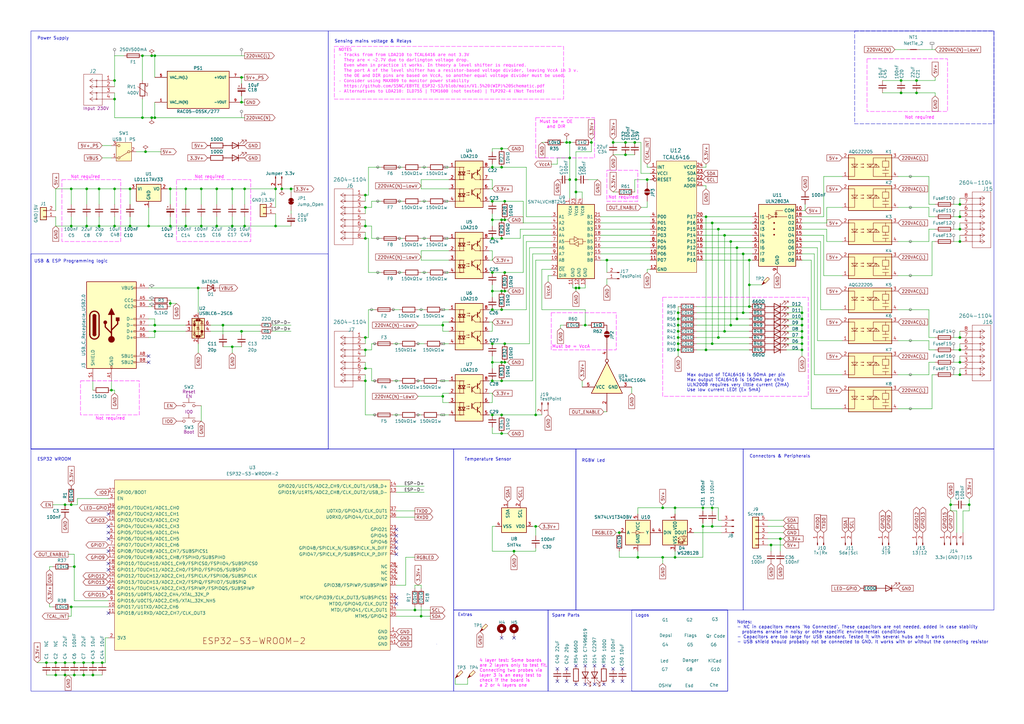
<source format=kicad_sch>
(kicad_sch (version 20250114) (generator "eeschema") (generator_version "9.0")
  (paper "A3")
  (title_block (title "Home Assistant module for lights control") (date "2025-08-19") (rev "20250819.26.3.2L"))
  (lib_symbols
    (symbol "74xGxx:74AHC1G04"
      (property "Reference" "U" (at -2.54 3.81 0))
      (property "Value" "74AHC1G04" (at 0 -3.81 0))
      (symbol "74AHC1G04_1_1"
        (pin input line (at -15.24 0 0) (length 7.62) (name "~") (number "2"))
        (pin power_in line (at -5.08 10.16 270) (length 5.08) (name "VCC") (number "5"))
        (pin power_in line (at -5.08 -10.16 90) (length 5.08) (name "GND") (number "3"))
        (pin output inverted (at 12.7 0 180) (length 7.62) (name "~") (number "4"))
      )
    )
    (symbol "Connector:Conn_01x02_Pin" (pin_names (offset 1.016) (hide yes))
      (property "Reference" "J" (at 0 2.54 0))
      (property "Value" "Conn_01x02_Pin" (at 0 -5.08 0))
      (symbol "Conn_01x02_Pin_1_1"
        (pin passive line (at 5.08 0 180) (length 3.81) (name "Pin_1") (number "1"))
        (pin passive line (at 5.08 -2.54 180) (length 3.81) (name "Pin_2") (number "2"))
      )
    )
    (symbol "Connector:Conn_01x03_Pin" (pin_names (offset 1.016) (hide yes))
      (property "Reference" "J" (at 0 5.08 0))
      (property "Value" "Conn_01x03_Pin" (at 0 -5.08 0))
      (symbol "Conn_01x03_Pin_1_1"
        (pin passive line (at 5.08 2.54 180) (length 3.81) (name "Pin_1") (number "1"))
        (pin passive line (at 5.08 0 180) (length 3.81) (name "Pin_2") (number "2"))
        (pin passive line (at 5.08 -2.54 180) (length 3.81) (name "Pin_3") (number "3"))
      )
    )
    (symbol "Connector:Conn_01x04_Pin" (pin_names (offset 1.016) (hide yes))
      (property "Reference" "J" (at 0 5.08 0))
      (property "Value" "Conn_01x04_Pin" (at 0 -7.62 0))
      (symbol "Conn_01x04_Pin_1_1"
        (pin passive line (at 5.08 2.54 180) (length 3.81) (name "Pin_1") (number "1"))
        (pin passive line (at 5.08 0 180) (length 3.81) (name "Pin_2") (number "2"))
        (pin passive line (at 5.08 -2.54 180) (length 3.81) (name "Pin_3") (number "3"))
        (pin passive line (at 5.08 -5.08 180) (length 3.81) (name "Pin_4") (number "4"))
      )
    )
    (symbol "Connector:TestPoint_Probe" (pin_numbers (hide yes)) (pin_names (offset 0.762) (hide yes))
      (property "Reference" "TP" (at 1.651 5.842 0))
      (property "Value" "TestPoint_Probe" (at 1.651 4.064 0))
      (symbol "TestPoint_Probe_1_1"
        (pin passive line (at 0 0 90) (length 0) (name "1") (number "1"))
      )
    )
    (symbol "Connector:USB_C_Receptacle_USB2.0_16P" (pin_names (offset 1.016))
      (property "Reference" "J" (at 0 22.225 0))
      (property "Value" "USB_C_Receptacle_USB2.0_16P" (at 0 19.685 0))
      (symbol "USB_C_Receptacle_USB2.0_16P_1_1"
        (pin passive line (at -7.62 -22.86 90) (length 5.08) (name "SHIELD") (number "S1"))
        (pin passive line (at 0 -22.86 90) (length 5.08) (name "GND") (number "A1"))
        (pin passive line (at 0 -22.86 90) (length 5.08) (hide yes) (name "GND") (number "A12"))
        (pin passive line (at 0 -22.86 90) (length 5.08) (hide yes) (name "GND") (number "B1"))
        (pin passive line (at 0 -22.86 90) (length 5.08) (hide yes) (name "GND") (number "B12"))
        (pin passive line (at 15.24 15.24 180) (length 5.08) (name "VBUS") (number "A4"))
        (pin passive line (at 15.24 15.24 180) (length 5.08) (hide yes) (name "VBUS") (number "A9"))
        (pin passive line (at 15.24 15.24 180) (length 5.08) (hide yes) (name "VBUS") (number "B4"))
        (pin passive line (at 15.24 15.24 180) (length 5.08) (hide yes) (name "VBUS") (number "B9"))
        (pin bidirectional line (at 15.24 10.16 180) (length 5.08) (name "CC1") (number "A5"))
        (pin bidirectional line (at 15.24 7.62 180) (length 5.08) (name "CC2") (number "B5"))
        (pin bidirectional line (at 15.24 2.54 180) (length 5.08) (name "D-") (number "A7"))
        (pin bidirectional line (at 15.24 0 180) (length 5.08) (name "D-") (number "B7"))
        (pin bidirectional line (at 15.24 -2.54 180) (length 5.08) (name "D+") (number "A6"))
        (pin bidirectional line (at 15.24 -5.08 180) (length 5.08) (name "D+") (number "B6"))
        (pin bidirectional line (at 15.24 -12.7 180) (length 5.08) (name "SBU1") (number "A8"))
        (pin bidirectional line (at 15.24 -15.24 180) (length 5.08) (name "SBU2") (number "B8"))
      )
    )
    (symbol "Connector_Generic:Conn_01x02" (pin_names (offset 1.016) (hide yes))
      (property "Reference" "J" (at 0 2.54 0))
      (property "Value" "Conn_01x02" (at 0 -5.08 0))
      (symbol "Conn_01x02_1_1"
        (pin passive line (at -5.08 0 0) (length 3.81) (name "Pin_1") (number "1"))
        (pin passive line (at -5.08 -2.54 0) (length 3.81) (name "Pin_2") (number "2"))
      )
    )
    (symbol "Connector_Generic:Conn_01x05" (pin_names (offset 1.016) (hide yes))
      (property "Reference" "J" (at 0 7.62 0))
      (property "Value" "Conn_01x05" (at 0 -7.62 0))
      (symbol "Conn_01x05_1_1"
        (pin passive line (at -5.08 5.08 0) (length 3.81) (name "Pin_1") (number "1"))
        (pin passive line (at -5.08 2.54 0) (length 3.81) (name "Pin_2") (number "2"))
        (pin passive line (at -5.08 0 0) (length 3.81) (name "Pin_3") (number "3"))
        (pin passive line (at -5.08 -2.54 0) (length 3.81) (name "Pin_4") (number "4"))
        (pin passive line (at -5.08 -5.08 0) (length 3.81) (name "Pin_5") (number "5"))
      )
    )
    (symbol "Device:C_Polarized_Small" (pin_numbers (hide yes)) (pin_names (offset 0.254) (hide yes))
      (property "Reference" "C" (at 0.254 1.778 0))
      (property "Value" "C_Polarized_Small" (at 0.254 -2.032 0))
      (symbol "C_Polarized_Small_1_1"
        (pin passive line (at 0 2.54 270) (length 1.8542) (name "~") (number "1"))
        (pin passive line (at 0 -2.54 90) (length 1.8542) (name "~") (number "2"))
      )
    )
    (symbol "Device:C_Small" (pin_numbers (hide yes)) (pin_names (offset 0.254) (hide yes))
      (property "Reference" "C" (at 0.254 1.778 0))
      (property "Value" "C_Small" (at 0.254 -2.032 0))
      (symbol "C_Small_1_1"
        (pin passive line (at 0 2.54 270) (length 2.032) (name "~") (number "1"))
        (pin passive line (at 0 -2.54 90) (length 2.032) (name "~") (number "2"))
      )
    )
    (symbol "Device:Fuse" (pin_numbers (hide yes)) (pin_names (offset 0))
      (property "Reference" "F" (at 2.032 0 90))
      (property "Value" "Fuse" (at -1.905 0 90))
      (symbol "Fuse_1_1"
        (pin passive line (at 0 3.81 270) (length 1.27) (name "~") (number "1"))
        (pin passive line (at 0 -3.81 90) (length 1.27) (name "~") (number "2"))
      )
    )
    (symbol "Device:LED" (pin_numbers (hide yes)) (pin_names (offset 1.016) (hide yes))
      (property "Reference" "D" (at 0 2.54 0))
      (property "Value" "LED" (at 0 -2.54 0))
      (symbol "LED_1_1"
        (pin passive line (at -3.81 0 0) (length 2.54) (name "K") (number "1"))
        (pin passive line (at 3.81 0 180) (length 2.54) (name "A") (number "2"))
      )
    )
    (symbol "Device:NetTie_2" (pin_numbers (hide yes)) (pin_names (offset 0) (hide yes)) (in_bom no)
      (property "Reference" "NT" (at 0 1.27 0))
      (property "Value" "NetTie_2" (at 0 -1.27 0))
      (symbol "NetTie_2_1_1"
        (pin passive line (at -2.54 0 0) (length 2.54) (name "1") (number "1"))
        (pin passive line (at 2.54 0 180) (length 2.54) (name "2") (number "2"))
      )
    )
    (symbol "Device:R" (pin_numbers (hide yes)) (pin_names (offset 0))
      (property "Reference" "R" (at 2.032 0 90))
      (property "Value" "R" (at 0 0 90))
      (symbol "R_1_1"
        (pin passive line (at 0 3.81 270) (length 1.27) (name "~") (number "1"))
        (pin passive line (at 0 -3.81 90) (length 1.27) (name "~") (number "2"))
      )
    )
    (symbol "Device:R_Small" (pin_numbers (hide yes)) (pin_names (offset 0.254) (hide yes))
      (property "Reference" "R" (at 0 0 90))
      (property "Value" "R_Small" (at 1.778 0 90))
      (symbol "R_Small_1_1"
        (pin passive line (at 0 2.54 270) (length 0.762) (name "~") (number "1"))
        (pin passive line (at 0 -2.54 90) (length 0.762) (name "~") (number "2"))
      )
    )
    (symbol "Device:Varistor" (pin_numbers (hide yes)) (pin_names (offset 0))
      (property "Reference" "RV" (at 3.175 0 90))
      (property "Value" "Varistor" (at -3.175 0 90))
      (symbol "Varistor_0_0"
        (text "U" (at -1.778 -2.032 0) (effects (font (size 1.27 1.27))))
      )
      (symbol "Varistor_1_1"
        (pin passive line (at 0 3.81 270) (length 1.27) (name "~") (number "1"))
        (pin passive line (at 0 -3.81 90) (length 1.27) (name "~") (number "2"))
      )
    )
    (symbol "Diode:BAT60A" (pin_numbers (hide yes)) (pin_names (offset 1.016) (hide yes))
      (property "Reference" "D" (at 0 2.54 0))
      (property "Value" "BAT60A" (at 0 -2.54 0))
      (symbol "BAT60A_1_1"
        (pin passive line (at -3.81 0 0) (length 2.54) (name "K") (number "1"))
        (pin passive line (at 3.81 0 180) (length 2.54) (name "A") (number "2"))
      )
    )
    (symbol "Hamodule_Icons_Symbols:Che" (in_bom no)
      (property "Reference" "G" (at -0.508 2.286 0))
      (property "Value" "Che" (at -0.508 -4.064 0))
    )
    (symbol "Hamodule_Icons_Symbols:Danger" (in_bom no)
      (property "Reference" "G" (at 0 2.286 0))
      (property "Value" "Danger" (at 0 -4.064 0))
    )
    (symbol "Hamodule_Icons_Symbols:Depsi" (in_bom no)
      (property "Reference" "G" (at 0 2.286 0))
      (property "Value" "Depsi" (at 0 -4.064 0))
    )
    (symbol "Hamodule_Icons_Symbols:Esd" (in_bom no)
      (property "Reference" "G" (at 0 2.286 0))
      (property "Value" "Esd" (at 0 -4.064 0))
    )
    (symbol "Hamodule_Icons_Symbols:Flags" (in_bom no)
      (property "Reference" "G" (at 0 2.286 0))
      (property "Value" "Flags" (at 0 -4.064 0))
    )
    (symbol "Hamodule_Icons_Symbols:KiCad" (in_bom no)
      (property "Reference" "G" (at 0 2.286 0))
      (property "Value" "KiCad" (at 0 -4.064 0))
    )
    (symbol "Hamodule_Icons_Symbols:Led" (in_bom no)
      (property "Reference" "G" (at 0 2.286 0))
      (property "Value" "Led" (at 0 -4.064 0))
    )
    (symbol "Hamodule_Icons_Symbols:OSHW" (in_bom no)
      (property "Reference" "G" (at 0 2.286 0))
      (property "Value" "OSHW" (at 0 -4.064 0))
    )
    (symbol "Hamodule_Icons_Symbols:Qr_Code" (in_bom no)
      (property "Reference" "G" (at 0 2.286 0))
      (property "Value" "Qr Code" (at 0 -4.064 0))
    )
    (symbol "Hamodule_Symbols:2604-1102" (pin_names (offset 0.254) (hide yes))
      (property "Reference" "J" (at -1.27 8.89 0))
      (property "Value" "2604-1102" (at -1.27 -6.35 0))
      (symbol "2604-1102_1_1"
        (pin passive line (at -10.16 5.08 0) (length 5.08) (name "4") (number "4"))
        (pin passive line (at -10.16 2.54 0) (length 5.08) (name "3") (number "3"))
        (pin passive line (at -10.16 0 0) (length 5.08) (name "2") (number "2"))
        (pin passive line (at -10.16 -2.54 0) (length 5.08) (name "1") (number "1"))
      )
    )
    (symbol "Hamodule_Symbols:2604-1104" (pin_names (offset 0.254) (hide yes))
      (property "Reference" "J" (at -1.27 16.51 0))
      (property "Value" "2604-1104" (at 0 0 0))
      (symbol "2604-1104_1_1"
        (pin passive line (at -10.16 10.16 0) (length 5.08) (name "8") (number "8"))
        (pin passive line (at -10.16 7.62 0) (length 5.08) (name "7") (number "7"))
        (pin passive line (at -10.16 5.08 0) (length 5.08) (name "6") (number "6"))
        (pin passive line (at -10.16 2.54 0) (length 5.08) (name "5") (number "5"))
        (pin passive line (at -10.16 0 0) (length 5.08) (name "4") (number "4"))
        (pin passive line (at -10.16 -2.54 0) (length 5.08) (name "3") (number "3"))
        (pin passive line (at -10.16 -5.08 0) (length 5.08) (name "2") (number "2"))
        (pin passive line (at -10.16 -7.62 0) (length 5.08) (name "1") (number "1"))
      )
    )
    (symbol "Hamodule_Symbols:AQG12205" (pin_names (offset 0.762))
      (property "Reference" "K" (at -8.89 6.35 0))
      (property "Value" "AQG12205" (at -1.27 6.35 0))
      (symbol "AQG12205_1_1"
        (pin passive line (at -11.43 3.81 0) (length 2.54) (name "~") (number "2"))
        (pin passive line (at -11.43 -3.81 0) (length 2.54) (name "~") (number "1"))
        (pin passive line (at 11.43 3.81 180) (length 2.54) (name "~") (number "3"))
        (pin passive line (at 11.43 -3.81 180) (length 2.54) (name "~") (number "4"))
      )
    )
    (symbol "Hamodule_Symbols:ESP32-S3-WROOM-2" (pin_names (offset 1.016))
      (property "Reference" "U" (at 0 35.56 0))
      (property "Value" "ESP32-S3-WROOM-2" (at 0 -36.83 0))
      (symbol "ESP32-S3-WROOM-2_0_0"
        (text "ESP32-S3-WROOM-2" (at 0 -31.75 0) (effects (font (size 2.54 2.54))))
        (pin bidirectional line (at -59.69 29.21 0) (length 2.54) (name "GPIO0/BOOT") (number "27"))
        (pin input line (at -59.69 26.67 0) (length 2.54) (name "EN") (number "3"))
        (pin bidirectional line (at -59.69 22.86 0) (length 2.54) (name "GPIO1/TOUCH1/ADC1_CH0") (number "39"))
        (pin bidirectional line (at -59.69 20.32 0) (length 2.54) (name "GPIO2/TOUCH2/ADC1_CH1") (number "38"))
        (pin bidirectional line (at -59.69 17.78 0) (length 2.54) (name "GPIO3/TOUCH3/ADC1_CH2") (number "15"))
        (pin bidirectional line (at -59.69 15.24 0) (length 2.54) (name "GPIO4/TOUCH4/ADC1_CH3") (number "4"))
        (pin bidirectional line (at -59.69 12.7 0) (length 2.54) (name "GPIO5/TOUCH5/ADC1_CH4") (number "5"))
        (pin bidirectional line (at -59.69 10.16 0) (length 2.54) (name "GPIO6/TOUCH6/ADC1_CH5") (number "6"))
        (pin bidirectional line (at -59.69 7.62 0) (length 2.54) (name "GPIO7/TOUCH7/ADC1_CH6") (number "7"))
        (pin bidirectional line (at -59.69 5.08 0) (length 2.54) (name "GPIO8/TOUCH8/ADC1_CH7/SUBSPICS1") (number "12"))
        (pin bidirectional line (at -59.69 2.54 0) (length 2.54) (name "GPIO9/TOUCH9/ADC1_CH8/FSPIHD/SUBSPIHD") (number "17"))
        (pin bidirectional line (at -59.69 0 0) (length 2.54) (name "GPIO10/TOUCH10/ADC1_CH9/FSPICS0/FSPIIO4/SUBSPICS0") (number "18"))
        (pin bidirectional line (at -59.69 -2.54 0) (length 2.54) (name "GPIO11/TOUCH11/ADC2_CH0/FSPID/FSPIIO5/SUBSPID") (number "19"))
        (pin bidirectional line (at -59.69 -5.08 0) (length 2.54) (name "GPIO12/TOUCH12/ADC2_CH1/FSPICLK/FSPIIO6/SUBSPICLK") (number "20"))
        (pin bidirectional line (at -59.69 -7.62 0) (length 2.54) (name "GPIO13/TOUCH13/ADC2_CH2/FSPIQ/FSPIIO7/SUBSPIQ") (number "21"))
        (pin bidirectional line (at -59.69 -10.16 0) (length 2.54) (name "GPIO14/TOUCH14/ADC2_CH3/FSPIWP/FSPIDQS/SUBSPIWP") (number "22"))
        (pin bidirectional line (at -59.69 -12.7 0) (length 2.54) (name "GPIO15/U0RTS/ADC2_CH4/XTAL_32K_P") (number "8"))
        (pin bidirectional line (at -59.69 -15.24 0) (length 2.54) (name "GPIO16/U0CTS/ADC2_CH5/XTAL_32K_NH5") (number "9"))
        (pin bidirectional line (at -59.69 -17.78 0) (length 2.54) (name "GPIO17/U1TXD/ADC2_CH6") (number "10"))
        (pin bidirectional line (at -59.69 -20.32 0) (length 2.54) (name "GPIO18/U1RXD/ADC2_CH7/CLK_OUT3") (number "11"))
        (pin power_in line (at -59.69 -30.48 0) (length 2.54) (name "3V3") (number "2"))
        (pin bidirectional line (at 58.42 31.75 180) (length 2.54) (name "GPIO20/U1CTS/ADC2_CH9/CLK_OUT1/USB_D+") (number "14"))
        (pin bidirectional line (at 58.42 29.21 180) (length 2.54) (name "GPIO19/U1RTS/ADC2_CH8/CLK_OUT2/USB_D-") (number "13"))
        (pin bidirectional line (at 58.42 21.59 180) (length 2.54) (name "U0TXD/GPIO43/CLK_OUT1") (number "37"))
        (pin bidirectional line (at 58.42 19.05 180) (length 2.54) (name "U0RXD/GPIO44/CLK_OUT2") (number "36"))
        (pin bidirectional line (at 58.42 13.97 180) (length 2.54) (name "GPIO21") (number "23"))
        (pin bidirectional line (at 58.42 11.43 180) (length 2.54) (name "GPIO45") (number "26"))
        (pin bidirectional line (at 58.42 8.89 180) (length 2.54) (name "GPIO46") (number "16"))
        (pin bidirectional line (at 58.42 6.35 180) (length 2.54) (name "GPIO48/SPICLK_N/SUBSPICLK_N_DIFF") (number "25"))
        (pin bidirectional line (at 58.42 3.81 180) (length 2.54) (name "GPIO47/SPICLK_P/SUBSPICLK_P_DIFF") (number "24"))
        (pin no_connect line (at 58.42 -1.27 180) (length 2.54) (name "NC") (number "28"))
        (pin no_connect line (at 58.42 -3.81 180) (length 2.54) (name "NC") (number "29"))
        (pin no_connect line (at 58.42 -6.35 180) (length 2.54) (name "NC") (number "30"))
        (pin bidirectional line (at 58.42 -8.89 180) (length 2.54) (name "GPIO38/FSPIWP/SUBSPIWP") (number "31"))
        (pin bidirectional line (at 58.42 -13.97 180) (length 2.54) (name "MTCK/GPIO39/CLK_OUT3/SUBSPICS1") (number "32"))
        (pin bidirectional line (at 58.42 -16.51 180) (length 2.54) (name "MTDO/GPIO40/CLK_OUT2") (number "33"))
        (pin bidirectional line (at 58.42 -19.05 180) (length 2.54) (name "MTDI/GPIO41/CLK_OUT1") (number "34"))
        (pin bidirectional line (at 58.42 -21.59 180) (length 2.54) (name "MTMS/GPIO42") (number "35"))
        (pin power_in line (at 58.42 -27.94 180) (length 2.54) (name "GND") (number "1"))
        (pin power_in line (at 58.42 -30.48 180) (length 2.54) (name "GND") (number "40"))
        (pin power_in line (at 58.42 -33.02 180) (length 2.54) (name "GND") (number "41"))
      )
    )
    (symbol "Hamodule_Symbols:LDA210" (pin_names (offset 1.016))
      (property "Reference" "U" (at 0.127 9.144 0))
      (property "Value" "LDA210" (at -2.794 -12.7 0))
      (symbol "LDA210_1_1"
        (pin passive line (at -7.62 5.08 0) (length 2.54) (name "~") (number "1"))
        (pin passive line (at -7.62 0 0) (length 2.54) (name "~") (number "2"))
        (pin passive line (at -7.62 -3.81 0) (length 2.54) (name "~") (number "3"))
        (pin passive line (at -7.62 -8.89 0) (length 2.54) (name "~") (number "4"))
        (pin passive line (at 8.89 5.08 180) (length 2.54) (name "~") (number "8"))
        (pin passive line (at 8.89 0 180) (length 2.54) (name "~") (number "7"))
        (pin passive line (at 8.89 -3.81 180) (length 2.54) (name "~") (number "6"))
        (pin passive line (at 8.89 -8.89 180) (length 2.54) (name "~") (number "5"))
      )
    )
    (symbol "Hamodule_Symbols:RAC05-05SK/277" (pin_names (offset 1.016))
      (property "Reference" "PS" (at -12.7 8.89 0))
      (property "Value" "RAC05-05SK{slash}277" (at -12.7 -10.16 0))
      (symbol "RAC05-05SK/277_0_0"
        (pin power_in line (at -17.78 5.08 0) (length 5.08) (name "VAC_IN(L)") (number "5"))
        (pin power_in line (at -17.78 -5.08 0) (length 5.08) (name "VAC_IN(N)") (number "1"))
        (pin power_out line (at 17.78 5.08 180) (length 5.08) (name "+VOUT") (number "7"))
        (pin power_out line (at 17.78 -5.08 180) (length 5.08) (name "-VOUT") (number "9"))
      )
    )
    (symbol "Hamodule_Symbols:SN74LVCH8T245"
      (property "Reference" "U" (at -6.35 27.94 0))
      (property "Value" "SN74LVCH8T245" (at 3.81 27.94 0))
      (symbol "SN74LVCH8T245_1_1"
        (pin bidirectional line (at -10.16 17.78 0) (length 2.54) (name "A1") (number "3"))
        (pin bidirectional line (at -10.16 15.24 0) (length 2.54) (name "A2") (number "4"))
        (pin bidirectional line (at -10.16 12.7 0) (length 2.54) (name "A3") (number "5"))
        (pin bidirectional line (at -10.16 10.16 0) (length 2.54) (name "A4") (number "6"))
        (pin bidirectional line (at -10.16 7.62 0) (length 2.54) (name "A5") (number "7"))
        (pin bidirectional line (at -10.16 5.08 0) (length 2.54) (name "A6") (number "8"))
        (pin bidirectional line (at -10.16 2.54 0) (length 2.54) (name "A7") (number "9"))
        (pin bidirectional line (at -10.16 0 0) (length 2.54) (name "A8") (number "10"))
        (pin input line (at -10.16 -3.81 0) (length 2.54) (name "~{OE}") (number "22"))
        (pin input line (at -10.16 -6.35 0) (length 2.54) (name "DIR") (number "2"))
        (pin power_in line (at -2.54 25.4 270) (length 2.54) (name "V_{CCA}") (number "1"))
        (pin power_in line (at -1.27 -10.16 90) (length 2.54) (name "GND") (number "11"))
        (pin power_in line (at 0 25.4 270) (length 2.54) (name "V_{CCB}") (number "23"))
        (pin power_in line (at 1.27 -10.16 90) (length 2.54) (name "GND") (number "12"))
        (pin power_in line (at 2.54 25.4 270) (length 2.54) (name "V_{CCB}") (number "24"))
        (pin power_in line (at 3.81 -10.16 90) (length 2.54) (name "GND") (number "13"))
        (pin bidirectional line (at 10.16 17.78 180) (length 2.54) (name "B1") (number "21"))
        (pin bidirectional line (at 10.16 15.24 180) (length 2.54) (name "B2") (number "20"))
        (pin bidirectional line (at 10.16 12.7 180) (length 2.54) (name "B3") (number "19"))
        (pin bidirectional line (at 10.16 10.16 180) (length 2.54) (name "B4") (number "18"))
        (pin bidirectional line (at 10.16 7.62 180) (length 2.54) (name "B5") (number "17"))
        (pin bidirectional line (at 10.16 5.08 180) (length 2.54) (name "B6") (number "16"))
        (pin bidirectional line (at 10.16 2.54 180) (length 2.54) (name "B7") (number "15"))
        (pin bidirectional line (at 10.16 0 180) (length 2.54) (name "B8") (number "14"))
      )
    )
    (symbol "Hamodule_Symbols:TCAL6416" (pin_names (offset 0.254))
      (property "Reference" "U" (at 14.986 17.78 0))
      (property "Value" "TCAL6416" (at 15.494 14.732 0))
      (symbol "TCAL6416_0_1"
        (pin output line (at 5.08 10.16 0) (length 2.54) (name "INT") (number "1"))
        (pin power_in line (at 5.08 7.62 0) (length 2.54) (name "VCCI") (number "2"))
        (pin input inverted (at 5.08 5.08 0) (length 2.54) (name "RESET") (number "3"))
        (pin bidirectional line (at 5.08 -10.16 0) (length 2.54) (name "P00") (number "4"))
        (pin bidirectional line (at 5.08 -12.7 0) (length 2.54) (name "P01") (number "5"))
        (pin bidirectional line (at 5.08 -15.24 0) (length 2.54) (name "P02") (number "6"))
        (pin bidirectional line (at 5.08 -17.78 0) (length 2.54) (name "P03") (number "7"))
        (pin bidirectional line (at 5.08 -20.32 0) (length 2.54) (name "P04") (number "8"))
        (pin bidirectional line (at 5.08 -22.86 0) (length 2.54) (name "P05") (number "9"))
        (pin bidirectional line (at 5.08 -25.4 0) (length 2.54) (name "P06") (number "10"))
        (pin bidirectional line (at 5.08 -27.94 0) (length 2.54) (name "P07") (number "11"))
        (pin power_in line (at 26.67 10.16 180) (length 2.54) (name "VCCP") (number "24"))
        (pin bidirectional line (at 26.67 7.62 180) (length 2.54) (name "SDA") (number "23"))
        (pin input line (at 26.67 5.08 180) (length 2.54) (name "SCL") (number "22"))
        (pin input line (at 26.67 2.54 180) (length 2.54) (name "ADDR") (number "21"))
        (pin bidirectional line (at 26.67 -10.16 180) (length 2.54) (name "P17") (number "20"))
        (pin bidirectional line (at 26.67 -12.7 180) (length 2.54) (name "P16") (number "19"))
        (pin bidirectional line (at 26.67 -15.24 180) (length 2.54) (name "P15") (number "18"))
        (pin bidirectional line (at 26.67 -17.78 180) (length 2.54) (name "P14") (number "17"))
        (pin bidirectional line (at 26.67 -20.32 180) (length 2.54) (name "P13") (number "16"))
        (pin bidirectional line (at 26.67 -22.86 180) (length 2.54) (name "P12") (number "15"))
        (pin bidirectional line (at 26.67 -25.4 180) (length 2.54) (name "P11") (number "14"))
        (pin bidirectional line (at 26.67 -27.94 180) (length 2.54) (name "P10") (number "13"))
      )
      (symbol "TCAL6416_1_1"
        (pin power_in line (at 5.08 -31.75 0) (length 2.54) (name "GND") (number "12"))
      )
    )
    (symbol "Jumper:SolderJumper_2_Bridged" (pin_numbers (hide yes)) (pin_names (offset 0) (hide yes)) (in_bom no)
      (property "Reference" "JP" (at 0 2.032 0))
      (property "Value" "SolderJumper_2_Bridged" (at 0 -2.54 0))
      (symbol "SolderJumper_2_Bridged_1_1"
        (pin passive line (at -3.81 0 0) (length 2.54) (name "A") (number "1"))
        (pin passive line (at 3.81 0 180) (length 2.54) (name "B") (number "2"))
      )
    )
    (symbol "Jumper:SolderJumper_2_Open" (pin_numbers (hide yes)) (pin_names (offset 0) (hide yes)) (in_bom no)
      (property "Reference" "JP" (at 0 2.032 0))
      (property "Value" "SolderJumper_2_Open" (at 0 -2.54 0))
      (symbol "SolderJumper_2_Open_1_1"
        (pin passive line (at -3.81 0 0) (length 2.54) (name "A") (number "1"))
        (pin passive line (at 3.81 0 180) (length 2.54) (name "B") (number "2"))
      )
    )
    (symbol "LED:WS2812B" (pin_names (offset 0.254))
      (property "Reference" "D" (at 5.08 5.715 0))
      (property "Value" "WS2812B" (at 1.27 -5.715 0))
      (symbol "WS2812B_0_0"
        (text "RGB" (at 2.286 -4.191 0) (effects (font (size 0.762 0.762))))
      )
      (symbol "WS2812B_1_1"
        (pin input line (at -7.62 0 0) (length 2.54) (name "DIN") (number "4"))
        (pin power_in line (at 0 7.62 270) (length 2.54) (name "VDD") (number "1"))
        (pin power_in line (at 0 -7.62 90) (length 2.54) (name "VSS") (number "3"))
        (pin output line (at 7.62 0 180) (length 2.54) (name "DOUT") (number "2"))
      )
    )
    (symbol "Logic_LevelTranslator:SN74LV1T34DBV"
      (property "Reference" "U" (at 5.08 6.35 0))
      (property "Value" "SN74LV1T34DBV" (at 5.08 3.81 0))
      (symbol "SN74LV1T34DBV_1_1"
        (pin input line (at -7.62 0 0) (length 2.54) (name "A") (number "2"))
        (pin no_connect line (at -5.08 2.54 0) (length 2.54) (hide yes) (name "NC") (number "1"))
        (pin power_in line (at 0 7.62 270) (length 2.54) (name "VCC") (number "5"))
        (pin power_in line (at 0 -7.62 90) (length 2.54) (name "GND") (number "3"))
        (pin output line (at 7.62 0 180) (length 2.54) (name "Y") (number "4"))
      )
    )
    (symbol "Mechanical:MountingHole_Pad" (pin_numbers (hide yes)) (pin_names (offset 1.016) (hide yes)) (in_bom no)
      (property "Reference" "H" (at 0 6.35 0))
      (property "Value" "MountingHole_Pad" (at 0 4.445 0))
      (symbol "MountingHole_Pad_1_1"
        (pin input line (at 0 -2.54 90) (length 2.54) (name "1") (number "1"))
      )
    )
    (symbol "Power_Protection:USBLC6-2SC6" (pin_names (hide yes))
      (property "Reference" "U" (at 0.635 5.715 0))
      (property "Value" "USBLC6-2SC6" (at 0.635 3.81 0))
      (symbol "USBLC6-2SC6_1_1"
        (pin passive line (at -5.08 0 0) (length 2.54) (name "I/O1") (number "1"))
        (pin passive line (at -5.08 -2.54 0) (length 2.54) (name "I/O2") (number "3"))
        (pin passive line (at 0 5.08 270) (length 2.54) (name "VBUS") (number "5"))
        (pin passive line (at 0 -7.62 90) (length 2.54) (name "GND") (number "2"))
        (pin passive line (at 5.08 0 180) (length 2.54) (name "I/O1") (number "6"))
        (pin passive line (at 5.08 -2.54 180) (length 2.54) (name "I/O2") (number "4"))
      )
    )
    (symbol "Regulator_Linear:LD1117V33"
      (property "Reference" "U" (at -3.81 3.175 0))
      (property "Value" "LD1117V33" (at 0 3.175 0))
      (symbol "LD1117V33_1_1"
        (pin power_in line (at -7.62 0 0) (length 2.54) (name "VI") (number "3"))
        (pin power_in line (at 0 -7.62 90) (length 2.54) (name "GND") (number "1"))
        (pin power_out line (at 7.62 0 180) (length 2.54) (name "VO") (number "2"))
      )
    )
    (symbol "Sensor_Humidity:SHT4x"
      (property "Reference" "U" (at 0 8.89 0))
      (property "Value" "SHT4x" (at 0 6.35 0))
      (symbol "SHT4x_1_1"
        (pin input line (at -7.62 2.54 0) (length 2.54) (name "SCL") (number "2"))
        (pin bidirectional line (at -7.62 -2.54 0) (length 2.54) (name "SDA") (number "1"))
        (pin power_in line (at 2.54 7.62 270) (length 2.54) (name "VDD") (number "3"))
        (pin power_in line (at 2.54 -7.62 90) (length 2.54) (name "VSS") (number "4"))
      )
    )
    (symbol "Switch:SW_Push" (pin_numbers (hide yes)) (pin_names (offset 1.016) (hide yes))
      (property "Reference" "SW" (at 1.27 2.54 0))
      (property "Value" "SW_Push" (at 0 -1.524 0))
      (symbol "SW_Push_0_1"
        (pin passive line (at -5.08 0 0) (length 2.54) (name "1") (number "1"))
        (pin passive line (at 5.08 0 180) (length 2.54) (name "2") (number "2"))
      )
    )
    (symbol "Switch:SW_SPDT" (pin_names (offset 0) (hide yes))
      (property "Reference" "SW" (at 0 5.08 0))
      (property "Value" "SW_SPDT" (at 0 -5.08 0))
      (symbol "SW_SPDT_1_1"
        (pin passive line (at -5.08 0 0) (length 2.54) (name "B") (number "2"))
        (pin passive line (at 5.08 2.54 180) (length 2.54) (name "A") (number "1"))
        (pin passive line (at 5.08 -2.54 180) (length 2.54) (name "C") (number "3"))
      )
    )
    (symbol "Transistor_Array:ULN2803A"
      (property "Reference" "U" (at 0 13.335 0))
      (property "Value" "ULN2803A" (at 0 11.43 0))
      (symbol "ULN2803A_1_1"
        (pin input line (at -10.16 5.08 0) (length 2.54) (name "I1") (number "1"))
        (pin input line (at -10.16 2.54 0) (length 2.54) (name "I2") (number "2"))
        (pin input line (at -10.16 0 0) (length 2.54) (name "I3") (number "3"))
        (pin input line (at -10.16 -2.54 0) (length 2.54) (name "I4") (number "4"))
        (pin input line (at -10.16 -5.08 0) (length 2.54) (name "I5") (number "5"))
        (pin input line (at -10.16 -7.62 0) (length 2.54) (name "I6") (number "6"))
        (pin input line (at -10.16 -10.16 0) (length 2.54) (name "I7") (number "7"))
        (pin input line (at -10.16 -12.7 0) (length 2.54) (name "I8") (number "8"))
        (pin power_in line (at 0 -17.78 90) (length 2.54) (name "GND") (number "9"))
        (pin passive line (at 10.16 7.62 180) (length 2.54) (name "COM") (number "10"))
        (pin open_collector line (at 10.16 5.08 180) (length 2.54) (name "O1") (number "18"))
        (pin open_collector line (at 10.16 2.54 180) (length 2.54) (name "O2") (number "17"))
        (pin open_collector line (at 10.16 0 180) (length 2.54) (name "O3") (number "16"))
        (pin open_collector line (at 10.16 -2.54 180) (length 2.54) (name "O4") (number "15"))
        (pin open_collector line (at 10.16 -5.08 180) (length 2.54) (name "O5") (number "14"))
        (pin open_collector line (at 10.16 -7.62 180) (length 2.54) (name "O6") (number "13"))
        (pin open_collector line (at 10.16 -10.16 180) (length 2.54) (name "O7") (number "12"))
        (pin open_collector line (at 10.16 -12.7 180) (length 2.54) (name "O8") (number "11"))
      )
    )
    (symbol "power:PWR_FLAG" (power) (pin_numbers (hide yes)) (pin_names (offset 0) (hide yes))
      (property "Value" "PWR_FLAG" (at 0 3.81 0))
      (symbol "PWR_FLAG_0_0"
        (pin power_out line (at 0 0 90) (length 0) (name "~") (number "1"))
      )
    )
  )
  (rectangle (start 248.92 69.85) (end 261.62 82.55) (stroke (width 0) (type dash) (color 255 0 255 1)))
  (rectangle (start 12.7 104.14) (end 134.62 184.15))
  (rectangle (start 134.62 12.7) (end 407.67 184.15))
  (rectangle (start 12.7 12.7) (end 134.62 184.15))
  (rectangle (start 25.4 73.66) (end 49.53 99.06) (stroke (width 0) (type dash) (color 255 0 255 1)))
  (rectangle (start 186.055 250.19) (end 224.79 283.464))
  (rectangle (start 186.055 184.15) (end 236.22 250.19))
  (rectangle (start 259.08 250.19) (end 298.45 283.464))
  (rectangle (start 33.02 156.21) (end 57.15 170.18) (stroke (width 0) (type dash) (color 255 0 255 1)))
  (rectangle (start 355.6 24.13) (end 388.62 45.72) (stroke (width 0) (type dash) (color 255 0 255 1)))
  (rectangle (start 271.78 121.92) (end 331.47 162.56) (stroke (width 0) (type dash) (color 255 0 255 1)))
  (rectangle (start 219.71 48.26) (end 243.84 64.77) (stroke (width 0) (type dash) (color 255 0 255 1)))
  (rectangle (start 137.16 19.05) (end 231.14 40.64) (stroke (width 0) (type dash) (color 255 0 255 1)))
  (rectangle (start 236.22 184.15) (end 304.8 250.19))
  (rectangle (start 224.79 250.19) (end 298.45 283.464))
  (rectangle (start 72.39 73.66) (end 102.87 99.06) (stroke (width 0) (type dash) (color 255 0 255 1)))
  (rectangle (start 12.7 184.15) (end 186.055 283.464))
  (rectangle (start 350.52 12.7) (end 407.67 50.8) (stroke (width 0) (type dash)))
  (rectangle (start 226.06 128.27) (end 252.73 143.51) (stroke (width 0) (type dash) (color 255 0 255 1)))
  (rectangle (start 304.8 184.15) (end 407.67 250.19))
  (text "Must be = VccA" (at 234.188 142.24 0) (effects (font (size 1.27 1.27))))
  (text "USB & ESP Programming logic" (at 13.97 107.95 0) (effects (font (size 1.27 1.27)) (justify left bottom)))
  (text "NOTES\n- Tracks from from LDA210 to TCAL6416 are not 3.3V\n  They are < ~2.7V due to darlington voltage drop.\n  Even when in practice it works. In theory a level shifter is required.\n  The port A of the level shifter has a resistor-based voltage divider, leaving VccA in 3 v.\n  the OE and DIR pins are based on VccA, so another equal voltage divider must be used.\n- Consider using MAX809 to monitor power stability\n  https://github.com/S5NC/EBYTE_ESP32-S3/blob/main/V1.5%20(WIP)%20Schematic.pdf\n- Alternatives to LDA210: ILD755 | TCM1600 (not tested) | TLP292-4 (Not Tested)\n" (at 138.938 29.464 0) (effects (font (size 1.27 1.27)) (justify left)))
  (text "Must be = OE\nand DIR" (at 228.092 51.054 0) (effects (font (size 1.27 1.27))))
  (text "Spare Parts" (at 226.314 253.238 0) (effects (font (size 1.27 1.27)) (justify left bottom)))
  (text "Not required" (at 255.524 81.026 0) (effects (font (size 1.27 1.27))))
  (text "Temperature Sensor" (at 190.5 189.23 0) (effects (font (size 1.27 1.27)) (justify left bottom)))
  (text "Power Supply" (at 15.24 16.51 0) (effects (font (size 1.27 1.27)) (justify left bottom)))
  (text "Logos" (at 260.604 253.238 0) (effects (font (size 1.27 1.27)) (justify left bottom)))
  (text "Extras" (at 187.706 252.984 0) (effects (font (size 1.27 1.27)) (justify left bottom)))
  (text "Not required" (at 377.19 48.26 0) (effects (font (size 1.27 1.27))))
  (text "Not required" (at 85.852 72.644 0) (effects (font (size 1.27 1.27))))
  (text "Max output of TCAL6416 is 50mA per pin\nMax output TCAL6416 is 160mA per chip\nULN2008 requires very little current (2mA)\nUse low current LED! (Ex 5mA)\n\n" (at 281.686 157.988 0) (effects (font (size 1.27 1.27)) (justify left)))
  (text "Connectors & Peripherals" (at 307.34 187.96 0) (effects (font (size 1.27 1.27)) (justify left bottom)))
  (text "4 layer test: Some boards \nare 2 layers only to test fit. \nConnecting two probes via \nlayer 3 is an easy test to \ncheck if the board is \na 2 or 4 layers one" (at 196.596 276.098 0) (effects (font (size 1.27 1.27)) (justify left)))
  (text "ESP32 WROOM\n" (at 15.24 189.23 0) (effects (font (size 1.27 1.27)) (justify left bottom)))
  (text "RGBW Led" (at 238.506 189.738 0) (effects (font (size 1.27 1.27)) (justify left bottom)))
  (text "Notes:\n- NC in capacitors means 'No Connected'. These capacitors are not needed, added in case stability \n  problems arraise in noisy or other specific environmental conditions\n- Capacitors are too large for USB standard. Tested it with several hubs and it works\n- USB shield should probably not be connected to GND. It works with or without the connecting resistor" (at 302.26 264.16 0) (effects (font (size 1.27 1.27)) (justify left bottom)))
  (text "Sensing mains voltage & Relays\n" (at 137.16 17.78 0) (effects (font (size 1.27 1.27)) (justify left bottom)))
  (text "Not required" (at 45.212 171.704 0) (effects (font (size 1.27 1.27))))
  (text "Not required" (at 35.052 72.644 0) (effects (font (size 1.27 1.27))))
  (junction (at 82.55 92.71))
  (junction (at 328.93 135.89))
  (junction (at 251.46 58.42))
  (junction (at 278.13 133.35))
  (junction (at 205.74 148.59))
  (junction (at 201.93 170.18))
  (junction (at 288.29 215.9))
  (junction (at 26.67 207.01))
  (junction (at 328.93 128.27))
  (junction (at 207.01 140.97))
  (junction (at 29.21 207.01))
  (junction (at 289.56 143.51))
  (junction (at 201.93 119.38))
  (junction (at 328.93 130.81))
  (junction (at 181.61 133.35))
  (junction (at 233.68 58.42))
  (junction (at 393.7 99.06))
  (junction (at 201.93 148.59))
  (junction (at 294.64 93.98))
  (junction (at 149.86 92.71))
  (junction (at 172.72 252.73))
  (junction (at 95.25 92.71))
  (junction (at 304.8 128.27))
  (junction (at 299.72 133.35))
  (junction (at 149.86 151.13))
  (junction (at 46.99 77.47))
  (junction (at 207.01 82.55))
  (junction (at 201.93 111.76))
  (junction (at 207.01 148.59))
  (junction (at 242.57 58.42))
  (junction (at 219.71 170.18))
  (junction (at 19.05 271.78))
  (junction (at 82.55 77.47))
  (junction (at 113.03 77.47))
  (junction (at 260.35 58.42))
  (junction (at 278.13 143.51))
  (junction (at 149.86 85.09))
  (junction (at 149.86 97.79))
  (junction (at 115.57 77.47))
  (junction (at 207.01 90.17))
  (junction (at 69.85 77.47))
  (junction (at 205.74 60.96))
  (junction (at 30.48 271.78))
  (junction (at 302.26 101.6))
  (junction (at 328.93 133.35))
  (junction (at 276.86 208.28))
  (junction (at 99.06 31.75))
  (junction (at 100.33 77.47))
  (junction (at 22.86 276.86))
  (junction (at 207.01 119.38))
  (junction (at 45.72 160.02))
  (junction (at 292.1 91.44))
  (junction (at 205.74 170.18))
  (junction (at 149.86 138.43))
  (junction (at 271.78 208.28))
  (junction (at 119.38 77.47))
  (junction (at 29.21 92.71))
  (junction (at 256.54 63.5))
  (junction (at 316.23 223.52))
  (junction (at 95.25 142.24))
  (junction (at 393.7 143.51))
  (junction (at 76.2 77.47))
  (junction (at 91.44 133.35))
  (junction (at 278.13 128.27))
  (junction (at 58.42 48.26))
  (junction (at 389.89 207.01))
  (junction (at 210.82 226.06))
  (junction (at 297.18 135.89))
  (junction (at 88.9 92.71))
  (junction (at 328.93 138.43))
  (junction (at 201.93 82.55))
  (junction (at 35.56 77.47))
  (junction (at 53.34 77.47))
  (junction (at 278.13 140.97))
  (junction (at 292.1 208.28))
  (junction (at 278.13 135.89))
  (junction (at 375.92 33.02))
  (junction (at 81.28 118.11))
  (junction (at 393.7 88.9))
  (junction (at 59.69 62.23))
  (junction (at 393.7 153.67))
  (junction (at 22.86 271.78))
  (junction (at 30.48 232.41))
  (junction (at 233.68 64.77))
  (junction (at 41.91 271.78))
  (junction (at 207.01 111.76))
  (junction (at 38.1 271.78))
  (junction (at 393.7 83.82))
  (junction (at 95.25 77.47))
  (junction (at 29.21 77.47))
  (junction (at 53.34 92.71))
  (junction (at 271.78 228.6))
  (junction (at 265.43 73.66))
  (junction (at 236.22 78.74))
  (junction (at 149.86 80.01))
  (junction (at 63.5 48.26))
  (junction (at 35.56 92.71))
  (junction (at 205.74 177.8))
  (junction (at 201.93 90.17))
  (junction (at 205.74 119.38))
  (junction (at 299.72 99.06))
  (junction (at 328.93 140.97))
  (junction (at 232.41 58.42))
  (junction (at 205.74 156.21))
  (junction (at 99.06 135.89))
  (junction (at 149.86 156.21))
  (junction (at 289.56 88.9))
  (junction (at 62.23 22.86))
  (junction (at 181.61 162.56))
  (junction (at 292.1 215.9))
  (junction (at 320.04 220.98))
  (junction (at 233.68 73.66))
  (junction (at 302.26 130.81))
  (junction (at 26.67 276.86))
  (junction (at 369.57 38.1))
  (junction (at 62.23 48.26))
  (junction (at 201.93 68.58))
  (junction (at 46.99 40.64))
  (junction (at 63.5 22.86))
  (junction (at 307.34 125.73))
  (junction (at 34.29 276.86))
  (junction (at 46.99 92.71))
  (junction (at 248.92 106.68))
  (junction (at 60.96 92.71))
  (junction (at 236.22 118.11))
  (junction (at 63.5 135.89))
  (junction (at 29.21 248.92))
  (junction (at 69.85 92.71))
  (junction (at 393.7 148.59))
  (junction (at 99.06 41.91))
  (junction (at 256.54 58.42))
  (junction (at 397.51 207.01))
  (junction (at 69.85 124.46))
  (junction (at 278.13 130.81))
  (junction (at 393.7 138.43))
  (junction (at 88.9 77.47))
  (junction (at 236.22 73.66))
  (junction (at 26.67 271.78))
  (junction (at 294.64 138.43))
  (junction (at 30.48 276.86))
  (junction (at 328.93 143.51))
  (junction (at 34.29 271.78))
  (junction (at 240.03 133.35))
  (junction (at 201.93 156.21))
  (junction (at 304.8 104.14))
  (junction (at 46.99 33.02))
  (junction (at 276.86 228.6))
  (junction (at 369.57 33.02))
  (junction (at 40.64 77.47))
  (junction (at 76.2 92.71))
  (junction (at 292.1 140.97))
  (junction (at 297.18 96.52))
  (junction (at 375.92 38.1))
  (junction (at 149.86 143.51))
  (junction (at 261.62 228.6))
  (junction (at 58.42 22.86))
  (junction (at 393.7 93.98))
  (junction (at 237.49 118.11))
  (junction (at 40.64 92.71))
  (junction (at 205.74 97.79))
  (junction (at 113.03 92.71))
  (junction (at 63.5 133.35))
  (junction (at 205.74 90.17))
  (junction (at 288.29 208.28))
  (junction (at 201.93 127))
  (junction (at 307.34 106.68))
  (junction (at 201.93 140.97))
  (junction (at 307.34 116.84))
  (junction (at 278.13 138.43))
  (junction (at 170.18 250.19))
  (junction (at 205.74 68.58))
  (junction (at 100.33 92.71))
  (junction (at 219.71 215.9))
  (junction (at 205.74 127))
  (junction (at 201.93 97.79))
  (junction (at 254 218.44))
  (junction (at 38.1 276.86))
  (no_connect (at 240.03 280.67))
  (no_connect (at 232.41 274.32))
  (no_connect (at 255.27 279.4))
  (no_connect (at 44.45 241.3))
  (no_connect (at 236.22 280.67))
  (no_connect (at 44.45 218.44))
  (no_connect (at 162.56 222.25))
  (no_connect (at 251.46 274.32))
  (no_connect (at 60.96 148.59))
  (no_connect (at 60.96 146.05))
  (no_connect (at 247.65 280.67))
  (no_connect (at 44.45 226.06))
  (no_connect (at 255.27 274.32))
  (no_connect (at 232.41 279.4))
  (no_connect (at 240.03 273.05))
  (no_connect (at 236.22 273.05))
  (no_connect (at 228.6 274.32))
  (no_connect (at 243.84 280.67))
  (no_connect (at 44.45 251.46))
  (no_connect (at 162.56 247.65))
  (no_connect (at 162.56 227.33))
  (no_connect (at 162.56 245.11))
  (no_connect (at 162.56 219.71))
  (no_connect (at 162.56 217.17))
  (no_connect (at 162.56 224.79))
  (no_connect (at 44.45 210.82))
  (no_connect (at 44.45 233.68))
  (no_connect (at 44.45 231.14))
  (no_connect (at 44.45 215.9))
  (no_connect (at 205.74 261.62))
  (no_connect (at 210.82 261.62))
  (no_connect (at 243.84 273.05))
  (no_connect (at 44.45 220.98))
  (no_connect (at 251.46 279.4))
  (no_connect (at 228.6 279.4))
  (no_connect (at 247.65 273.05))
  (wire (pts (xy 297.18 135.89) (xy 307.34 135.89)))
  (wire (pts (xy 237.49 116.84) (xy 237.49 118.11)))
  (wire (pts (xy 304.8 104.14) (xy 304.8 128.27)))
  (wire (pts (xy 163.83 170.18) (xy 161.29 170.18)))
  (wire (pts (xy 381 127) (xy 368.3 127)))
  (wire (pts (xy 15.24 271.78) (xy 19.05 271.78)))
  (wire (pts (xy 393.7 96.52) (xy 393.7 99.06)))
  (wire (pts (xy 337.82 113.03) (xy 345.44 113.03)))
  (wire (pts (xy 238.76 133.35) (xy 240.03 133.35)))
  (wire (pts (xy 292.1 215.9) (xy 295.91 215.9)))
  (wire (pts (xy 69.85 92.71) (xy 76.2 92.71)))
  (wire (pts (xy 236.22 78.74) (xy 238.76 78.74)))
  (wire (pts (xy 369.57 38.1) (xy 375.92 38.1)))
  (wire (pts (xy 22.86 77.47) (xy 29.21 77.47)))
  (wire (pts (xy 226.06 99.06) (xy 215.9 99.06)))
  (wire (pts (xy 240.03 118.11) (xy 237.49 118.11)))
  (wire (pts (xy 383.54 83.82) (xy 381 83.82)))
  (wire (pts (xy 254 218.44) (xy 252.73 218.44)))
  (wire (pts (xy 63.5 22.86) (xy 100.33 22.86)))
  (wire (pts (xy 251.46 58.42) (xy 256.54 58.42)))
  (wire (pts (xy 205.74 68.58) (xy 201.93 68.58)))
  (wire (pts (xy 278.13 128.27) (xy 278.13 130.81)))
  (wire (pts (xy 29.21 77.47) (xy 29.21 83.82)))
  (wire (pts (xy 234.95 116.84) (xy 234.95 118.11)))
  (wire (pts (xy 292.1 208.28) (xy 294.64 208.28)))
  (wire (pts (xy 271.78 228.6) (xy 276.86 228.6)))
  (wire (pts (xy 205.74 156.21) (xy 201.93 156.21)))
  (wire (pts (xy 288.29 88.9) (xy 289.56 88.9)))
  (wire (pts (xy 60.96 138.43) (xy 63.5 138.43)))
  (wire (pts (xy 394.97 209.55) (xy 397.51 209.55)))
  (wire (pts (xy 381 72.39) (xy 368.3 72.39)))
  (wire (pts (xy 392.43 218.44) (xy 392.43 209.55)))
  (wire (pts (xy 328.93 130.81) (xy 328.93 133.35)))
  (wire (pts (xy 285.75 138.43) (xy 294.64 138.43)))
  (wire (pts (xy 58.42 22.86) (xy 62.23 22.86)))
  (wire (pts (xy 246.38 88.9) (xy 266.7 88.9)))
  (wire (pts (xy 82.55 88.9) (xy 82.55 92.71)))
  (wire (pts (xy 207.01 148.59) (xy 205.74 148.59)))
  (wire (pts (xy 166.37 228.6) (xy 170.18 228.6)))
  (wire (pts (xy 289.56 77.47) (xy 289.56 76.2)))
  (wire (pts (xy 336.55 127) (xy 345.44 127)))
  (wire (pts (xy 151.13 127) (xy 153.67 127)))
  (wire (pts (xy 201.93 140.97) (xy 200.66 140.97)))
  (wire (pts (xy 152.4 151.13) (xy 149.86 151.13)))
  (wire (pts (xy 375.92 33.02) (xy 383.54 33.02)))
  (wire (pts (xy 181.61 127) (xy 184.15 127)))
  (wire (pts (xy 240.03 133.35) (xy 241.3 133.35)))
  (wire (pts (xy 63.5 133.35) (xy 63.5 130.81)))
  (wire (pts (xy 88.9 77.47) (xy 95.25 77.47)))
  (wire (pts (xy 265.43 68.58) (xy 266.7 68.58)))
  (wire (pts (xy 328.93 138.43) (xy 328.93 140.97)))
  (wire (pts (xy 334.01 153.67) (xy 334.01 104.14)))
  (wire (pts (xy 292.1 91.44) (xy 292.1 140.97)))
  (wire (pts (xy 207.01 119.38) (xy 208.28 119.38)))
  (wire (pts (xy 162.56 240.03) (xy 166.37 240.03)))
  (wire (pts (xy 261.62 208.28) (xy 271.78 208.28)))
  (wire (pts (xy 63.5 130.81) (xy 60.96 130.81)))
  (wire (pts (xy 91.44 133.35) (xy 91.44 137.16)))
  (wire (pts (xy 382.27 153.67) (xy 382.27 167.64)))
  (wire (pts (xy 58.42 33.02) (xy 58.42 22.86)))
  (wire (pts (xy 246.38 99.06) (xy 266.7 99.06)))
  (wire (pts (xy 205.74 177.8) (xy 201.93 177.8)))
  (wire (pts (xy 276.86 228.6) (xy 288.29 228.6)))
  (wire (pts (xy 381 99.06) (xy 381 93.98)))
  (wire (pts (xy 207.01 140.97) (xy 217.17 140.97)))
  (wire (pts (xy 328.93 93.98) (xy 339.09 93.98)))
  (wire (pts (xy 152.4 140.97) (xy 152.4 143.51)))
  (wire (pts (xy 302.26 130.81) (xy 307.34 130.81)))
  (wire (pts (xy 152.4 85.09) (xy 149.86 85.09)))
  (wire (pts (xy 205.74 97.79) (xy 213.36 97.79)))
  (wire (pts (xy 115.57 77.47) (xy 119.38 77.47)))
  (wire (pts (xy 201.93 67.31) (xy 201.93 68.58)))
  (wire (pts (xy 383.54 138.43) (xy 381 138.43)))
  (wire (pts (xy 299.72 99.06) (xy 308.61 99.06)))
  (wire (pts (xy 307.34 116.84) (xy 312.42 116.84)))
  (wire (pts (xy 382.27 113.03) (xy 368.3 113.03)))
  (wire (pts (xy 381 143.51) (xy 381 139.7)))
  (wire (pts (xy 22.86 86.36) (xy 22.86 77.47)))
  (wire (pts (xy 320.04 220.98) (xy 321.31 220.98)))
  (wire (pts (xy 232.41 57.15) (xy 232.41 58.42)))
  (wire (pts (xy 393.7 86.36) (xy 393.7 88.9)))
  (wire (pts (xy 246.38 104.14) (xy 266.7 104.14)))
  (wire (pts (xy 201.93 119.38) (xy 201.93 116.84)))
  (wire (pts (xy 336.55 99.06) (xy 336.55 127)))
  (wire (pts (xy 38.1 156.21) (xy 38.1 160.02)))
  (wire (pts (xy 201.93 77.47) (xy 200.66 77.47)))
  (wire (pts (xy 222.25 110.49) (xy 226.06 110.49)))
  (wire (pts (xy 76.2 88.9) (xy 76.2 92.71)))
  (wire (pts (xy 228.6 67.31) (xy 228.6 64.77)))
  (wire (pts (xy 297.18 96.52) (xy 297.18 135.89)))
  (wire (pts (xy 176.53 250.19) (xy 170.18 250.19)))
  (wire (pts (xy 288.29 68.58) (xy 289.56 68.58)))
  (wire (pts (xy 207.01 119.38) (xy 205.74 119.38)))
  (wire (pts (xy 53.34 88.9) (xy 53.34 92.71)))
  (wire (pts (xy 149.86 97.79) (xy 149.86 95.25)))
  (wire (pts (xy 152.4 97.79) (xy 156.21 97.79)))
  (wire (pts (xy 219.71 226.06) (xy 210.82 226.06)))
  (wire (pts (xy 328.93 91.44) (xy 339.09 91.44)))
  (wire (pts (xy 95.25 88.9) (xy 95.25 92.71)))
  (wire (pts (xy 58.42 40.64) (xy 58.42 48.26)))
  (wire (pts (xy 205.74 148.59) (xy 201.93 148.59)))
  (wire (pts (xy 236.22 118.11) (xy 237.49 118.11)))
  (wire (pts (xy 236.22 62.23) (xy 242.57 62.23)))
  (wire (pts (xy 261.62 208.28) (xy 261.62 210.82)))
  (wire (pts (xy 322.58 130.81) (xy 328.93 130.81)))
  (wire (pts (xy 288.29 93.98) (xy 294.64 93.98)))
  (wire (pts (xy 322.58 143.51) (xy 328.93 143.51)))
  (wire (pts (xy 201.93 151.13) (xy 201.93 148.59)))
  (wire (pts (xy 76.2 77.47) (xy 76.2 83.82)))
  (wire (pts (xy 205.74 127) (xy 215.9 127)))
  (wire (pts (xy 285.75 125.73) (xy 307.34 125.73)))
  (wire (pts (xy 113.03 92.71) (xy 119.38 92.71)))
  (wire (pts (xy 294.64 138.43) (xy 307.34 138.43)))
  (wire (pts (xy 201.93 68.58) (xy 200.66 68.58)))
  (wire (pts (xy 254 228.6) (xy 261.62 228.6)))
  (wire (pts (xy 271.78 228.6) (xy 271.78 231.14)))
  (wire (pts (xy 100.33 88.9) (xy 100.33 92.71)))
  (wire (pts (xy 383.54 88.9) (xy 381 88.9)))
  (wire (pts (xy 201.93 92.71) (xy 201.93 90.17)))
  (wire (pts (xy 201.93 111.76) (xy 207.01 111.76)))
  (wire (pts (xy 29.21 92.71) (xy 35.56 92.71)))
  (wire (pts (xy 213.36 93.98) (xy 213.36 97.79)))
  (wire (pts (xy 46.99 38.1) (xy 46.99 40.64)))
  (wire (pts (xy 265.43 73.66) (xy 265.43 74.93)))
  (wire (pts (xy 381 93.98) (xy 383.54 93.98)))
  (wire (pts (xy 29.21 248.92) (xy 29.21 252.73)))
  (wire (pts (xy 265.43 110.49) (xy 266.7 110.49)))
  (wire (pts (xy 19.05 271.78) (xy 22.86 271.78)))
  (wire (pts (xy 393.7 138.43) (xy 391.16 138.43)))
  (wire (pts (xy 95.25 142.24) (xy 95.25 144.78)))
  (wire (pts (xy 278.13 138.43) (xy 278.13 140.97)))
  (wire (pts (xy 278.13 140.97) (xy 278.13 143.51)))
  (wire (pts (xy 278.13 133.35) (xy 278.13 135.89)))
  (wire (pts (xy 328.93 128.27) (xy 328.93 130.81)))
  (wire (pts (xy 393.7 153.67) (xy 391.16 153.67)))
  (wire (pts (xy 201.93 62.23) (xy 201.93 60.96)))
  (wire (pts (xy 214.63 96.52) (xy 226.06 96.52)))
  (wire (pts (xy 99.06 39.37) (xy 99.06 41.91)))
  (wire (pts (xy 152.4 82.55) (xy 156.21 82.55)))
  (wire (pts (xy 299.72 99.06) (xy 299.72 133.35)))
  (wire (pts (xy 393.7 148.59) (xy 391.16 148.59)))
  (wire (pts (xy 29.21 248.92) (xy 44.45 248.92)))
  (wire (pts (xy 219.71 106.68) (xy 219.71 170.18)))
  (wire (pts (xy 393.7 153.67) (xy 393.7 151.13)))
  (wire (pts (xy 163.83 140.97) (xy 161.29 140.97)))
  (wire (pts (xy 392.43 209.55) (xy 389.89 209.55)))
  (wire (pts (xy 166.37 240.03) (xy 166.37 228.6)))
  (wire (pts (xy 63.5 48.26) (xy 100.33 48.26)))
  (wire (pts (xy 233.68 64.77) (xy 233.68 73.66)))
  (wire (pts (xy 35.56 77.47) (xy 40.64 77.47)))
  (wire (pts (xy 21.59 207.01) (xy 26.67 207.01)))
  (wire (pts (xy 321.31 218.44) (xy 314.96 218.44)))
  (wire (pts (xy 278.13 130.81) (xy 278.13 133.35)))
  (wire (pts (xy 294.64 93.98) (xy 308.61 93.98)))
  (wire (pts (xy 205.74 68.58) (xy 215.9 68.58)))
  (wire (pts (xy 288.29 228.6) (xy 288.29 215.9)))
  (wire (pts (xy 226.06 93.98) (xy 213.36 93.98)))
  (wire (pts (xy 330.2 86.36) (xy 328.93 86.36)))
  (wire (pts (xy 69.85 77.47) (xy 76.2 77.47)))
  (wire (pts (xy 201.93 102.87) (xy 200.66 102.87)))
  (wire (pts (xy 35.56 92.71) (xy 40.64 92.71)))
  (wire (pts (xy 224.79 113.03) (xy 224.79 115.57)))
  (wire (pts (xy 59.69 62.23) (xy 66.04 62.23)))
  (wire (pts (xy 393.7 135.89) (xy 393.7 138.43)))
  (wire (pts (xy 369.57 33.02) (xy 375.92 33.02)))
  (wire (pts (xy 285.75 143.51) (xy 289.56 143.51)))
  (wire (pts (xy 246.38 96.52) (xy 266.7 96.52)))
  (wire (pts (xy 294.64 208.28) (xy 294.64 213.36)))
  (wire (pts (xy 210.82 226.06) (xy 210.82 227.33)))
  (wire (pts (xy 207.01 90.17) (xy 205.74 90.17)))
  (wire (pts (xy 201.93 77.47) (xy 201.93 73.66)))
  (wire (pts (xy 181.61 133.35) (xy 181.61 132.08)))
  (wire (pts (xy 149.86 82.55) (xy 149.86 80.01)))
  (wire (pts (xy 34.29 271.78) (xy 38.1 271.78)))
  (wire (pts (xy 151.13 80.01) (xy 149.86 80.01)))
  (wire (pts (xy 43.18 271.78) (xy 43.18 261.62)))
  (wire (pts (xy 201.93 165.1) (xy 200.66 165.1)))
  (wire (pts (xy 175.26 111.76) (xy 172.72 111.76)))
  (wire (pts (xy 322.58 128.27) (xy 328.93 128.27)))
  (wire (pts (xy 248.92 106.68) (xy 248.92 111.76)))
  (wire (pts (xy 173.99 140.97) (xy 171.45 140.97)))
  (wire (pts (xy 322.58 135.89) (xy 328.93 135.89)))
  (wire (pts (xy 339.09 85.09) (xy 339.09 91.44)))
  (wire (pts (xy 231.14 58.42) (xy 232.41 58.42)))
  (wire (pts (xy 299.72 133.35) (xy 307.34 133.35)))
  (wire (pts (xy 29.21 77.47) (xy 35.56 77.47)))
  (wire (pts (xy 383.54 143.51) (xy 381 143.51)))
  (wire (pts (xy 45.72 156.21) (xy 45.72 160.02)))
  (wire (pts (xy 46.99 161.29) (xy 46.99 160.02)))
  (wire (pts (xy 278.13 125.73) (xy 278.13 128.27)))
  (wire (pts (xy 276.86 226.06) (xy 276.86 228.6)))
  (wire (pts (xy 76.2 77.47) (xy 82.55 77.47)))
  (wire (pts (xy 288.29 96.52) (xy 297.18 96.52)))
  (wire (pts (xy 88.9 92.71) (xy 95.25 92.71)))
  (wire (pts (xy 368.3 153.67) (xy 381 153.67)))
  (wire (pts (xy 152.4 82.55) (xy 152.4 85.09)))
  (wire (pts (xy 210.82 226.06) (xy 201.93 226.06)))
  (wire (pts (xy 201.93 106.68) (xy 201.93 102.87)))
  (wire (pts (xy 397.51 207.01) (xy 396.24 207.01)))
  (wire (pts (xy 288.29 91.44) (xy 292.1 91.44)))
  (wire (pts (xy 30.48 276.86) (xy 34.29 276.86)))
  (wire (pts (xy 219.71 215.9) (xy 219.71 219.71)))
  (wire (pts (xy 328.93 135.89) (xy 328.93 138.43)))
  (wire (pts (xy 368.3 99.06) (xy 381 99.06)))
  (wire (pts (xy 292.1 209.55) (xy 292.1 208.28)))
  (wire (pts (xy 82.55 166.37) (xy 82.55 172.72)))
  (wire (pts (xy 332.74 106.68) (xy 332.74 167.64)))
  (wire (pts (xy 22.86 92.71) (xy 29.21 92.71)))
  (wire (pts (xy 149.86 87.63) (xy 149.86 85.09)))
  (wire (pts (xy 149.86 92.71) (xy 149.86 90.17)))
  (wire (pts (xy 289.56 67.31) (xy 289.56 68.58)))
  (wire (pts (xy 82.55 77.47) (xy 82.55 83.82)))
  (wire (pts (xy 288.29 101.6) (xy 302.26 101.6)))
  (wire (pts (xy 95.25 77.47) (xy 100.33 77.47)))
  (wire (pts (xy 260.35 73.66) (xy 265.43 73.66)))
  (wire (pts (xy 276.86 208.28) (xy 276.86 210.82)))
  (wire (pts (xy 288.29 209.55) (xy 288.29 208.28)))
  (wire (pts (xy 46.99 40.64) (xy 46.99 48.26)))
  (wire (pts (xy 95.25 77.47) (xy 95.25 83.82)))
  (wire (pts (xy 176.53 252.73) (xy 172.72 252.73)))
  (wire (pts (xy 201.93 127) (xy 205.74 127)))
  (wire (pts (xy 383.54 153.67) (xy 382.27 153.67)))
  (wire (pts (xy 69.85 123.19) (xy 69.85 124.46)))
  (wire (pts (xy 240.03 116.84) (xy 240.03 118.11)))
  (wire (pts (xy 226.06 104.14) (xy 218.44 104.14)))
  (wire (pts (xy 233.68 58.42) (xy 233.68 64.77)))
  (wire (pts (xy 381 139.7) (xy 368.3 139.7)))
  (wire (pts (xy 182.88 68.58) (xy 184.15 68.58)))
  (wire (pts (xy 26.67 271.78) (xy 30.48 271.78)))
  (wire (pts (xy 256.54 58.42) (xy 260.35 58.42)))
  (wire (pts (xy 337.82 88.9) (xy 328.93 88.9)))
  (wire (pts (xy 201.93 177.8) (xy 201.93 175.26)))
  (wire (pts (xy 27.94 227.33) (xy 30.48 227.33)))
  (wire (pts (xy 180.34 156.21) (xy 184.15 156.21)))
  (wire (pts (xy 60.96 85.09) (xy 60.96 92.71)))
  (wire (pts (xy 152.4 156.21) (xy 152.4 151.13)))
  (wire (pts (xy 162.56 199.39) (xy 173.99 199.39)))
  (wire (pts (xy 328.93 133.35) (xy 328.93 135.89)))
  (wire (pts (xy 288.29 104.14) (xy 304.8 104.14)))
  (wire (pts (xy 328.93 99.06) (xy 336.55 99.06)))
  (wire (pts (xy 53.34 92.71) (xy 60.96 92.71)))
  (wire (pts (xy 172.72 73.66) (xy 184.15 73.66)))
  (wire (pts (xy 181.61 161.29) (xy 184.15 161.29)))
  (wire (pts (xy 69.85 124.46) (xy 69.85 125.73)))
  (wire (pts (xy 284.48 218.44) (xy 295.91 218.44)))
  (wire (pts (xy 182.88 97.79) (xy 184.15 97.79)))
  (wire (pts (xy 201.93 73.66) (xy 200.66 73.66)))
  (wire (pts (xy 40.64 77.47) (xy 40.64 83.82)))
  (wire (pts (xy 119.38 77.47) (xy 119.38 78.74)))
  (wire (pts (xy 165.1 111.76) (xy 163.83 111.76)))
  (wire (pts (xy 34.29 276.86) (xy 38.1 276.86)))
  (wire (pts (xy 180.34 170.18) (xy 184.15 170.18)))
  (wire (pts (xy 151.13 68.58) (xy 156.21 68.58)))
  (wire (pts (xy 82.55 77.47) (xy 88.9 77.47)))
  (wire (pts (xy 29.21 232.41) (xy 30.48 232.41)))
  (wire (pts (xy 389.89 209.55) (xy 389.89 207.01)))
  (wire (pts (xy 22.86 271.78) (xy 26.67 271.78)))
  (wire (pts (xy 205.74 170.18) (xy 201.93 170.18)))
  (wire (pts (xy 201.93 82.55) (xy 200.66 82.55)))
  (wire (pts (xy 172.72 170.18) (xy 171.45 170.18)))
  (wire (pts (xy 215.9 88.9) (xy 215.9 68.58)))
  (wire (pts (xy 294.64 93.98) (xy 294.64 138.43)))
  (wire (pts (xy 381 85.09) (xy 368.3 85.09)))
  (wire (pts (xy 62.23 123.19) (xy 60.96 123.19)))
  (wire (pts (xy 170.18 250.19) (xy 162.56 250.19)))
  (wire (pts (xy 208.28 177.8) (xy 205.74 177.8)))
  (wire (pts (xy 88.9 88.9) (xy 88.9 92.71)))
  (wire (pts (xy 381 138.43) (xy 381 127)))
  (wire (pts (xy 285.75 135.89) (xy 297.18 135.89)))
  (wire (pts (xy 201.93 215.9) (xy 203.2 215.9)))
  (wire (pts (xy 172.72 102.87) (xy 184.15 102.87)))
  (wire (pts (xy 215.9 88.9) (xy 226.06 88.9)))
  (wire (pts (xy 262.89 85.09) (xy 265.43 85.09)))
  (wire (pts (xy 219.71 106.68) (xy 226.06 106.68)))
  (wire (pts (xy 149.86 170.18) (xy 153.67 170.18)))
  (wire (pts (xy 383.54 99.06) (xy 382.27 99.06)))
  (wire (pts (xy 321.31 213.36) (xy 314.96 213.36)))
  (wire (pts (xy 181.61 135.89) (xy 181.61 133.35)))
  (wire (pts (xy 246.38 106.68) (xy 248.92 106.68)))
  (wire (pts (xy 69.85 124.46) (xy 72.39 124.46)))
  (wire (pts (xy 171.45 127) (xy 173.99 127)))
  (wire (pts (xy 236.22 62.23) (xy 236.22 73.66)))
  (wire (pts (xy 91.44 142.24) (xy 95.25 142.24)))
  (wire (pts (xy 205.74 170.18) (xy 219.71 170.18)))
  (wire (pts (xy 149.86 156.21) (xy 149.86 170.18)))
  (wire (pts (xy 219.71 215.9) (xy 218.44 215.9)))
  (wire (pts (xy 289.56 76.2) (xy 288.29 76.2)))
  (wire (pts (xy 88.9 77.47) (xy 88.9 83.82)))
  (wire (pts (xy 149.86 146.05) (xy 149.86 143.51)))
  (wire (pts (xy 163.83 156.21) (xy 161.29 156.21)))
  (wire (pts (xy 86.36 135.89) (xy 99.06 135.89)))
  (wire (pts (xy 292.1 140.97) (xy 307.34 140.97)))
  (wire (pts (xy 288.29 208.28) (xy 292.1 208.28)))
  (wire (pts (xy 295.91 213.36) (xy 294.64 213.36)))
  (wire (pts (xy 151.13 97.79) (xy 151.13 111.76)))
  (wire (pts (xy 265.43 67.31) (xy 265.43 68.58)))
  (wire (pts (xy 201.93 121.92) (xy 201.93 119.38)))
  (wire (pts (xy 30.48 227.33) (xy 30.48 232.41)))
  (wire (pts (xy 304.8 128.27) (xy 307.34 128.27)))
  (wire (pts (xy 172.72 73.66) (xy 172.72 77.47)))
  (wire (pts (xy 201.93 135.89) (xy 201.93 132.08)))
  (wire (pts (xy 321.31 215.9) (xy 314.96 215.9)))
  (wire (pts (xy 165.1 97.79) (xy 163.83 97.79)))
  (wire (pts (xy 99.06 31.75) (xy 100.33 31.75)))
  (wire (pts (xy 99.06 135.89) (xy 106.68 135.89)))
  (wire (pts (xy 20.32 248.92) (xy 20.32 247.65)))
  (wire (pts (xy 181.61 132.08) (xy 184.15 132.08)))
  (wire (pts (xy 22.86 88.9) (xy 22.86 92.71)))
  (wire (pts (xy 46.99 92.71) (xy 53.34 92.71)))
  (wire (pts (xy 46.99 33.02) (xy 46.99 22.86)))
  (wire (pts (xy 20.32 232.41) (xy 21.59 232.41)))
  (wire (pts (xy 201.93 148.59) (xy 201.93 146.05)))
  (wire (pts (xy 201.93 106.68) (xy 200.66 106.68)))
  (wire (pts (xy 181.61 165.1) (xy 181.61 162.56)))
  (wire (pts (xy 393.7 140.97) (xy 393.7 143.51)))
  (wire (pts (xy 248.92 168.91) (xy 247.65 168.91)))
  (wire (pts (xy 322.58 138.43) (xy 328.93 138.43)))
  (wire (pts (xy 289.56 88.9) (xy 289.56 143.51)))
  (wire (pts (xy 41.91 64.77) (xy 45.72 64.77)))
  (wire (pts (xy 233.68 73.66) (xy 233.68 81.28)))
  (wire (pts (xy 238.76 78.74) (xy 238.76 81.28)))
  (wire (pts (xy 201.93 161.29) (xy 200.66 161.29)))
  (wire (pts (xy 208.28 148.59) (xy 207.01 148.59)))
  (wire (pts (xy 322.58 133.35) (xy 328.93 133.35)))
  (wire (pts (xy 62.23 48.26) (xy 63.5 48.26)))
  (wire (pts (xy 19.05 276.86) (xy 22.86 276.86)))
  (wire (pts (xy 271.78 207.01) (xy 271.78 208.28)))
  (wire (pts (xy 38.1 271.78) (xy 41.91 271.78)))
  (wire (pts (xy 251.46 57.15) (xy 251.46 58.42)))
  (wire (pts (xy 76.2 92.71) (xy 82.55 92.71)))
  (wire (pts (xy 332.74 167.64) (xy 345.44 167.64)))
  (wire (pts (xy 149.86 151.13) (xy 149.86 148.59)))
  (wire (pts (xy 111.76 135.89) (xy 119.38 135.89)))
  (wire (pts (xy 383.54 31.75) (xy 383.54 33.02)))
  (wire (pts (xy 391.16 88.9) (xy 393.7 88.9)))
  (wire (pts (xy 149.86 140.97) (xy 149.86 138.43)))
  (wire (pts (xy 172.72 106.68) (xy 184.15 106.68)))
  (wire (pts (xy 330.2 86.36) (xy 330.2 83.82)))
  (wire (pts (xy 229.87 134.62) (xy 229.87 133.35)))
  (wire (pts (xy 265.43 73.66) (xy 266.7 73.66)))
  (wire (pts (xy 246.38 101.6) (xy 266.7 101.6)))
  (wire (pts (xy 172.72 102.87) (xy 172.72 106.68)))
  (wire (pts (xy 261.62 226.06) (xy 261.62 228.6)))
  (wire (pts (xy 254 226.06) (xy 254 228.6)))
  (wire (pts (xy 60.96 135.89) (xy 63.5 135.89)))
  (wire (pts (xy 302.26 101.6) (xy 302.26 130.81)))
  (wire (pts (xy 205.74 90.17) (xy 201.93 90.17)))
  (wire (pts (xy 335.28 139.7) (xy 345.44 139.7)))
  (wire (pts (xy 40.64 88.9) (xy 40.64 92.71)))
  (wire (pts (xy 186.69 280.67) (xy 191.77 280.67)))
  (wire (pts (xy 27.94 252.73) (xy 29.21 252.73)))
  (wire (pts (xy 322.58 125.73) (xy 328.93 125.73)))
  (wire (pts (xy 63.5 41.91) (xy 63.5 48.26)))
  (wire (pts (xy 242.57 58.42) (xy 242.57 62.23)))
  (wire (pts (xy 95.25 142.24) (xy 99.06 142.24)))
  (wire (pts (xy 100.33 77.47) (xy 100.33 83.82)))
  (wire (pts (xy 35.56 83.82) (xy 35.56 77.47)))
  (wire (pts (xy 53.34 77.47) (xy 53.34 83.82)))
  (wire (pts (xy 182.88 82.55) (xy 184.15 82.55)))
  (wire (pts (xy 99.06 31.75) (xy 99.06 34.29)))
  (wire (pts (xy 345.44 72.39) (xy 337.82 72.39)))
  (wire (pts (xy 30.48 271.78) (xy 34.29 271.78)))
  (wire (pts (xy 63.5 22.86) (xy 63.5 31.75)))
  (wire (pts (xy 328.93 96.52) (xy 337.82 96.52)))
  (wire (pts (xy 162.56 201.93) (xy 173.99 201.93)))
  (wire (pts (xy 46.99 88.9) (xy 46.99 92.71)))
  (wire (pts (xy 46.99 160.02) (xy 45.72 160.02)))
  (wire (pts (xy 151.13 127) (xy 151.13 138.43)))
  (wire (pts (xy 393.7 91.44) (xy 393.7 93.98)))
  (wire (pts (xy 81.28 118.11) (xy 82.55 118.11)))
  (wire (pts (xy 339.09 93.98) (xy 339.09 99.06)))
  (wire (pts (xy 265.43 85.09) (xy 265.43 82.55)))
  (wire (pts (xy 381 83.82) (xy 381 72.39)))
  (wire (pts (xy 316.23 223.52) (xy 321.31 223.52)))
  (wire (pts (xy 172.72 252.73) (xy 162.56 252.73)))
  (wire (pts (xy 226.06 67.31) (xy 228.6 67.31)))
  (wire (pts (xy 391.16 83.82) (xy 393.7 83.82)))
  (wire (pts (xy 201.93 135.89) (xy 200.66 135.89)))
  (wire (pts (xy 208.28 90.17) (xy 207.01 90.17)))
  (wire (pts (xy 377.19 20.32) (xy 383.54 20.32)))
  (wire (pts (xy 334.01 153.67) (xy 345.44 153.67)))
  (wire (pts (xy 201.93 127) (xy 200.66 127)))
  (wire (pts (xy 393.7 143.51) (xy 391.16 143.51)))
  (wire (pts (xy 172.72 68.58) (xy 175.26 68.58)))
  (wire (pts (xy 31.75 204.47) (xy 44.45 204.47)))
  (wire (pts (xy 251.46 63.5) (xy 256.54 63.5)))
  (wire (pts (xy 223.52 58.42) (xy 222.25 58.42)))
  (wire (pts (xy 222.25 127) (xy 240.03 127)))
  (wire (pts (xy 43.18 261.62) (xy 44.45 261.62)))
  (wire (pts (xy 260.35 78.74) (xy 260.35 73.66)))
  (wire (pts (xy 172.72 156.21) (xy 171.45 156.21)))
  (wire (pts (xy 21.59 248.92) (xy 20.32 248.92)))
  (polyline (pts (xy 179.07 264.16) (xy 179.07 264.16)))
  (wire (pts (xy 218.44 104.14) (xy 218.44 156.21)))
  (wire (pts (xy 233.68 58.42) (xy 234.95 58.42)))
  (wire (pts (xy 182.88 111.76) (xy 184.15 111.76)))
  (wire (pts (xy 81.28 144.78) (xy 81.28 140.97)))
  (wire (pts (xy 163.83 127) (xy 161.29 127)))
  (wire (pts (xy 208.28 60.96) (xy 205.74 60.96)))
  (wire (pts (xy 100.33 92.71) (xy 113.03 92.71)))
  (wire (pts (xy 391.16 93.98) (xy 393.7 93.98)))
  (wire (pts (xy 68.58 77.47) (xy 69.85 77.47)))
  (wire (pts (xy 172.72 240.03) (xy 170.18 240.03)))
  (wire (pts (xy 151.13 97.79) (xy 149.86 97.79)))
  (wire (pts (xy 381 153.67) (xy 381 148.59)))
  (wire (pts (xy 285.75 128.27) (xy 304.8 128.27)))
  (wire (pts (xy 229.87 133.35) (xy 231.14 133.35)))
  (wire (pts (xy 285.75 133.35) (xy 299.72 133.35)))
  (wire (pts (xy 170.18 209.55) (xy 162.56 209.55)))
  (wire (pts (xy 152.4 143.51) (xy 149.86 143.51)))
  (wire (pts (xy 304.8 104.14) (xy 308.61 104.14)))
  (wire (pts (xy 394.97 218.44) (xy 394.97 209.55)))
  (wire (pts (xy 26.67 207.01) (xy 29.21 207.01)))
  (wire (pts (xy 361.95 33.02) (xy 369.57 33.02)))
  (wire (pts (xy 165.1 82.55) (xy 163.83 82.55)))
  (wire (pts (xy 236.22 73.66) (xy 236.22 78.74)))
  (wire (pts (xy 217.17 101.6) (xy 217.17 140.97)))
  (wire (pts (xy 172.72 241.3) (xy 172.72 240.03)))
  (wire (pts (xy 307.34 106.68) (xy 308.61 106.68)))
  (wire (pts (xy 95.25 92.71) (xy 100.33 92.71)))
  (wire (pts (xy 35.56 88.9) (xy 35.56 92.71)))
  (wire (pts (xy 251.46 78.74) (xy 252.73 78.74)))
  (wire (pts (xy 152.4 156.21) (xy 153.67 156.21)))
  (wire (pts (xy 82.55 92.71) (xy 88.9 92.71)))
  (wire (pts (xy 259.08 158.75) (xy 259.08 161.29)))
  (wire (pts (xy 30.48 246.38) (xy 44.45 246.38)))
  (wire (pts (xy 261.62 228.6) (xy 271.78 228.6)))
  (wire (pts (xy 31.75 204.47) (xy 31.75 207.01)))
  (wire (pts (xy 38.1 276.86) (xy 41.91 276.86)))
  (wire (pts (xy 201.93 170.18) (xy 200.66 170.18)))
  (wire (pts (xy 86.36 133.35) (xy 91.44 133.35)))
  (wire (pts (xy 307.34 106.68) (xy 307.34 116.84)))
  (wire (pts (xy 285.75 140.97) (xy 292.1 140.97)))
  (wire (pts (xy 234.95 118.11) (xy 236.22 118.11)))
  (wire (pts (xy 111.76 133.35) (xy 119.38 133.35)))
  (wire (pts (xy 328.93 106.68) (xy 332.74 106.68)))
  (wire (pts (xy 119.38 77.47) (xy 120.65 77.47)))
  (wire (pts (xy 46.99 77.47) (xy 46.99 83.82)))
  (wire (pts (xy 288.29 106.68) (xy 307.34 106.68)))
  (wire (pts (xy 322.58 140.97) (xy 328.93 140.97)))
  (wire (pts (xy 20.32 232.41) (xy 20.32 233.68)))
  (wire (pts (xy 181.61 162.56) (xy 181.61 161.29)))
  (wire (pts (xy 41.91 59.69) (xy 45.72 59.69)))
  (wire (pts (xy 214.63 91.44) (xy 226.06 91.44)))
  (wire (pts (xy 228.6 64.77) (xy 233.68 64.77)))
  (wire (pts (xy 152.4 92.71) (xy 149.86 92.71)))
  (wire (pts (xy 391.16 207.01) (xy 389.89 207.01)))
  (wire (pts (xy 201.93 226.06) (xy 201.93 215.9)))
  (wire (pts (xy 152.4 140.97) (xy 153.67 140.97)))
  (wire (pts (xy 262.89 71.12) (xy 262.89 58.42)))
  (wire (pts (xy 382.27 99.06) (xy 382.27 113.03)))
  (wire (pts (xy 232.41 58.42) (xy 233.68 58.42)))
  (wire (pts (xy 46.99 48.26) (xy 58.42 48.26)))
  (wire (pts (xy 242.57 57.15) (xy 242.57 58.42)))
  (wire (pts (xy 393.7 81.28) (xy 393.7 83.82)))
  (wire (pts (xy 381 88.9) (xy 381 85.09)))
  (wire (pts (xy 207.01 111.76) (xy 214.63 111.76)))
  (wire (pts (xy 278.13 143.51) (xy 278.13 146.05)))
  (wire (pts (xy 81.28 118.11) (xy 81.28 128.27)))
  (wire (pts (xy 149.86 153.67) (xy 149.86 156.21)))
  (wire (pts (xy 41.91 271.78) (xy 43.18 271.78)))
  (wire (pts (xy 248.92 106.68) (xy 266.7 106.68)))
  (wire (pts (xy 46.99 22.86) (xy 50.8 22.86)))
  (wire (pts (xy 201.93 82.55) (xy 207.01 82.55)))
  (wire (pts (xy 201.93 119.38) (xy 205.74 119.38)))
  (wire (pts (xy 320.04 220.98) (xy 314.96 220.98)))
  (wire (pts (xy 256.54 63.5) (xy 260.35 63.5)))
  (wire (pts (xy 248.92 116.84) (xy 248.92 114.3)))
  (wire (pts (xy 397.51 204.47) (xy 397.51 207.01)))
  (wire (pts (xy 381 148.59) (xy 383.54 148.59)))
  (wire (pts (xy 302.26 101.6) (xy 308.61 101.6)))
  (wire (pts (xy 99.06 41.91) (xy 100.33 41.91)))
  (wire (pts (xy 113.03 85.09) (xy 113.03 77.47)))
  (wire (pts (xy 151.13 68.58) (xy 151.13 80.01)))
  (wire (pts (xy 60.96 133.35) (xy 63.5 133.35)))
  (wire (pts (xy 328.93 140.97) (xy 328.93 143.51)))
  (wire (pts (xy 175.26 82.55) (xy 172.72 82.55)))
  (wire (pts (xy 391.16 99.06) (xy 393.7 99.06)))
  (wire (pts (xy 26.67 276.86) (xy 30.48 276.86)))
  (wire (pts (xy 297.18 96.52) (xy 308.61 96.52)))
  (wire (pts (xy 335.28 101.6) (xy 335.28 139.7)))
  (wire (pts (xy 339.09 85.09) (xy 345.44 85.09)))
  (wire (pts (xy 76.2 135.89) (xy 63.5 135.89)))
  (wire (pts (xy 289.56 88.9) (xy 308.61 88.9)))
  (wire (pts (xy 119.38 86.36) (xy 119.38 87.63)))
  (wire (pts (xy 40.64 92.71) (xy 46.99 92.71)))
  (wire (pts (xy 60.96 118.11) (xy 81.28 118.11)))
  (wire (pts (xy 222.25 110.49) (xy 222.25 127)))
  (wire (pts (xy 201.93 140.97) (xy 207.01 140.97)))
  (wire (pts (xy 151.13 138.43) (xy 149.86 138.43)))
  (wire (pts (xy 383.54 38.1) (xy 383.54 39.37)))
  (wire (pts (xy 389.89 204.47) (xy 389.89 207.01)))
  (wire (pts (xy 201.93 132.08) (xy 200.66 132.08)))
  (wire (pts (xy 181.61 140.97) (xy 184.15 140.97)))
  (wire (pts (xy 393.7 146.05) (xy 393.7 148.59)))
  (wire (pts (xy 285.75 130.81) (xy 302.26 130.81)))
  (wire (pts (xy 55.88 62.23) (xy 59.69 62.23)))
  (wire (pts (xy 172.72 248.92) (xy 172.72 252.73)))
  (wire (pts (xy 220.98 215.9) (xy 219.71 215.9)))
  (wire (pts (xy 172.72 77.47) (xy 184.15 77.47)))
  (wire (pts (xy 328.93 101.6) (xy 335.28 101.6)))
  (wire (pts (xy 184.15 165.1) (xy 181.61 165.1)))
  (wire (pts (xy 289.56 143.51) (xy 307.34 143.51)))
  (wire (pts (xy 170.18 240.03) (xy 170.18 241.3)))
  (wire (pts (xy 240.03 127) (xy 240.03 133.35)))
  (wire (pts (xy 236.22 118.11) (xy 236.22 119.38)))
  (wire (pts (xy 62.23 22.86) (xy 63.5 22.86)))
  (wire (pts (xy 236.22 81.28) (xy 236.22 78.74)))
  (wire (pts (xy 265.43 110.49) (xy 265.43 111.76)))
  (wire (pts (xy 307.34 116.84) (xy 307.34 125.73)))
  (wire (pts (xy 201.93 165.1) (xy 201.93 161.29)))
  (wire (pts (xy 170.18 248.92) (xy 170.18 250.19)))
  (wire (pts (xy 219.71 226.06) (xy 219.71 224.79)))
  (wire (pts (xy 171.45 133.35) (xy 181.61 133.35)))
  (wire (pts (xy 175.26 97.79) (xy 172.72 97.79)))
  (wire (pts (xy 46.99 33.02) (xy 46.99 35.56)))
  (wire (pts (xy 367.03 20.32) (xy 372.11 20.32)))
  (wire (pts (xy 46.99 77.47) (xy 53.34 77.47)))
  (wire (pts (xy 320.04 220.98) (xy 320.04 226.06)))
  (wire (pts (xy 205.74 156.21) (xy 218.44 156.21)))
  (wire (pts (xy 207.01 82.55) (xy 214.63 82.55)))
  (wire (pts (xy 186.69 278.13) (xy 186.69 280.67)))
  (wire (pts (xy 214.63 111.76) (xy 214.63 96.52)))
  (wire (pts (xy 316.23 223.52) (xy 314.96 223.52)))
  (wire (pts (xy 219.71 170.18) (xy 222.25 170.18)))
  (wire (pts (xy 288.29 99.06) (xy 299.72 99.06)))
  (wire (pts (xy 29.21 88.9) (xy 29.21 92.71)))
  (wire (pts (xy 100.33 77.47) (xy 113.03 77.47)))
  (wire (pts (xy 76.2 133.35) (xy 63.5 133.35)))
  (wire (pts (xy 260.35 58.42) (xy 262.89 58.42)))
  (wire (pts (xy 151.13 111.76) (xy 156.21 111.76)))
  (wire (pts (xy 397.51 209.55) (xy 397.51 207.01)))
  (wire (pts (xy 271.78 208.28) (xy 276.86 208.28)))
  (wire (pts (xy 201.93 90.17) (xy 201.93 87.63)))
  (wire (pts (xy 62.23 125.73) (xy 60.96 125.73)))
  (wire (pts (xy 63.5 138.43) (xy 63.5 135.89)))
  (wire (pts (xy 292.1 214.63) (xy 292.1 215.9)))
  (wire (pts (xy 215.9 99.06) (xy 215.9 127)))
  (wire (pts (xy 278.13 135.89) (xy 278.13 138.43)))
  (wire (pts (xy 31.75 207.01) (xy 29.21 207.01)))
  (wire (pts (xy 152.4 97.79) (xy 152.4 92.71)))
  (wire (pts (xy 201.93 156.21) (xy 200.66 156.21)))
  (wire (pts (xy 69.85 88.9) (xy 69.85 92.71)))
  (wire (pts (xy 40.64 77.47) (xy 46.99 77.47)))
  (wire (pts (xy 328.93 125.73) (xy 328.93 128.27)))
  (wire (pts (xy 60.96 92.71) (xy 69.85 92.71)))
  (wire (pts (xy 170.18 212.09) (xy 162.56 212.09)))
  (wire (pts (xy 382.27 167.64) (xy 368.3 167.64)))
  (wire (pts (xy 201.93 97.79) (xy 200.66 97.79)))
  (wire (pts (xy 345.44 99.06) (xy 339.09 99.06)))
  (wire (pts (xy 69.85 77.47) (xy 69.85 83.82)))
  (wire (pts (xy 58.42 48.26) (xy 62.23 48.26)))
  (wire (pts (xy 191.77 278.13) (xy 191.77 280.67)))
  (wire (pts (xy 30.48 232.41) (xy 30.48 246.38)))
  (wire (pts (xy 205.74 97.79) (xy 201.93 97.79)))
  (wire (pts (xy 113.03 87.63) (xy 113.03 92.71)))
  (wire (pts (xy 238.76 156.21) (xy 238.76 158.75)))
  (wire (pts (xy 246.38 93.98) (xy 266.7 93.98)))
  (wire (pts (xy 201.93 60.96) (xy 205.74 60.96)))
  (wire (pts (xy 201.93 111.76) (xy 200.66 111.76)))
  (wire (pts (xy 214.63 91.44) (xy 214.63 82.55)))
  (wire (pts (xy 266.7 71.12) (xy 262.89 71.12)))
  (wire (pts (xy 184.15 135.89) (xy 181.61 135.89)))
  (wire (pts (xy 276.86 208.28) (xy 288.29 208.28)))
  (wire (pts (xy 288.29 214.63) (xy 288.29 215.9)))
  (wire (pts (xy 99.06 135.89) (xy 99.06 137.16)))
  (wire (pts (xy 337.82 72.39) (xy 337.82 88.9)))
  (wire (pts (xy 91.44 133.35) (xy 106.68 133.35)))
  (wire (pts (xy 226.06 113.03) (xy 224.79 113.03)))
  (wire (pts (xy 328.93 143.51) (xy 328.93 146.05)))
  (wire (pts (xy 246.38 91.44) (xy 266.7 91.44)))
  (wire (pts (xy 226.06 101.6) (xy 217.17 101.6)))
  (wire (pts (xy 241.3 73.66) (xy 245.11 73.66)))
  (wire (pts (xy 375.92 38.1) (xy 383.54 38.1)))
  (wire (pts (xy 288.29 215.9) (xy 292.1 215.9)))
  (wire (pts (xy 361.95 38.1) (xy 369.57 38.1)))
  (wire (pts (xy 316.23 226.06) (xy 316.23 223.52)))
  (wire (pts (xy 334.01 104.14) (xy 328.93 104.14)))
  (wire (pts (xy 337.82 96.52) (xy 337.82 113.03)))
  (wire (pts (xy 22.86 276.86) (xy 26.67 276.86)))
  (wire (pts (xy 292.1 91.44) (xy 308.61 91.44)))
  (wire (pts (xy 165.1 68.58) (xy 163.83 68.58)))
  (wire (pts (xy 171.45 162.56) (xy 181.61 162.56)))
  (label "ESP-D+" (at 173.99 199.39 180))
  (label "ESP-D-" (at 173.99 201.93 180))
  (label "ESP-D-" (at 119.38 133.35 180))
  (label "ESP-D+" (at 119.38 135.89 180))
  (global_label "5V+" (shape input) (at 321.31 223.52 0) (property "Intersheetrefs" "${INTERSHEET_REFS}" (effects (hide yes))))
  (global_label "3.3V+" (shape input) (at 29.21 199.39 90) (property "Intersheetrefs" "${INTERSHEET_REFS}" (effects (hide yes))))
  (global_label "OUT_ENABLE" (shape input) (at 262.89 85.09 180) (property "Intersheetrefs" "${INTERSHEET_REFS}" (effects (hide yes))))
  (global_label "GND" (shape input) (at 95.25 144.78 270) (property "Intersheetrefs" "${INTERSHEET_REFS}" (effects (hide yes))))
  (global_label "GND" (shape input) (at 162.56 259.08 0) (property "Intersheetrefs" "${INTERSHEET_REFS}" (effects (hide yes))))
  (global_label "GND" (shape input) (at 208.28 119.38 0) (property "Intersheetrefs" "${INTERSHEET_REFS}" (effects (hide yes))))
  (global_label "5V+" (shape input) (at 383.54 31.75 90) (property "Intersheetrefs" "${INTERSHEET_REFS}" (effects (hide yes))))
  (global_label "220VAC(L)" (shape output) (at 100.33 22.86 0) (property "Intersheetrefs" "${INTERSHEET_REFS}" (effects (hide yes))))
  (global_label "VBUS" (shape input) (at 41.91 64.77 180) (property "Intersheetrefs" "${INTERSHEET_REFS}" (effects (hide yes))))
  (global_label "3.3V+" (shape input) (at 251.46 78.74 90) (property "Intersheetrefs" "${INTERSHEET_REFS}" (effects (hide yes))))
  (global_label "EN" (shape output) (at 21.59 207.01 180) (property "Intersheetrefs" "${INTERSHEET_REFS}" (effects (hide yes))))
  (global_label "5V+" (shape input) (at 345.44 77.47 180) (property "Intersheetrefs" "${INTERSHEET_REFS}" (effects (hide yes))))
  (global_label "220VAC(L)" (shape input) (at 368.3 105.41 0) (property "Intersheetrefs" "${INTERSHEET_REFS}" (effects (hide yes))))
  (global_label "GND" (shape input) (at 328.93 146.05 270) (property "Intersheetrefs" "${INTERSHEET_REFS}" (effects (hide yes))))
  (global_label "GND" (shape input) (at 389.89 204.47 90) (property "Intersheetrefs" "${INTERSHEET_REFS}" (effects (hide yes))))
  (global_label "5V+" (shape input) (at 345.44 105.41 180) (property "Intersheetrefs" "${INTERSHEET_REFS}" (effects (hide yes))))
  (global_label "3.3V+" (shape input) (at 85.09 64.77 180) (property "Intersheetrefs" "${INTERSHEET_REFS}" (effects (hide yes))))
  (global_label "SDA" (shape input) (at 346.71 218.44 90) (property "Intersheetrefs" "${INTERSHEET_REFS}" (effects (hide yes))))
  (global_label "GPIO7" (shape bidirectional) (at 389.89 218.44 90) (property "Intersheetrefs" "${INTERSHEET_REFS}" (effects (hide yes))))
  (global_label "RXD0" (shape output) (at 170.18 212.09 0) (property "Intersheetrefs" "${INTERSHEET_REFS}" (effects (hide yes))))
  (global_label "GND" (shape input) (at 26.67 212.09 270) (property "Intersheetrefs" "${INTERSHEET_REFS}" (effects (hide yes))))
  (global_label "RXD0" (shape input) (at 335.28 218.44 90) (property "Intersheetrefs" "${INTERSHEET_REFS}" (effects (hide yes))))
  (global_label "5V+_PS" (shape output) (at 100.33 31.75 0) (property "Intersheetrefs" "${INTERSHEET_REFS}" (effects (hide yes))))
  (global_label "GND" (shape input) (at 210.82 227.33 270) (property "Intersheetrefs" "${INTERSHEET_REFS}" (effects (hide yes))))
  (global_label "220VAC(N)-LowV" (shape input) (at 171.45 133.35 180) (property "Intersheetrefs" "${INTERSHEET_REFS}" (effects (hide yes))))
  (global_label "SCL" (shape input) (at 321.31 215.9 0) (property "Intersheetrefs" "${INTERSHEET_REFS}" (effects (hide yes))))
  (global_label "OUT_ENABLE" (shape output) (at 27.94 227.33 180) (property "Intersheetrefs" "${INTERSHEET_REFS}" (effects (hide yes))))
  (global_label "220VAC(N)-LowV" (shape input) (at 383.54 20.32 0) (property "Intersheetrefs" "${INTERSHEET_REFS}" (effects (hide yes))))
  (global_label "TXD0" (shape input) (at 337.82 218.44 90) (property "Intersheetrefs" "${INTERSHEET_REFS}" (effects (hide yes))))
  (global_label "GPIO15" (shape bidirectional) (at 387.35 218.44 90) (property "Intersheetrefs" "${INTERSHEET_REFS}" (effects (hide yes))))
  (global_label "GND" (shape input) (at 196.85 259.08 270) (property "Intersheetrefs" "${INTERSHEET_REFS}" (effects (hide yes))))
  (global_label "SDA" (shape input) (at 208.28 205.74 90) (property "Intersheetrefs" "${INTERSHEET_REFS}" (effects (hide yes))))
  (global_label "GND" (shape input) (at 46.99 161.29 270) (property "Intersheetrefs" "${INTERSHEET_REFS}" (effects (hide yes))))
  (global_label "3.3V+" (shape input) (at 397.51 204.47 90) (property "Intersheetrefs" "${INTERSHEET_REFS}" (effects (hide yes))))
  (global_label "SDA" (shape output) (at 176.53 252.73 0) (property "Intersheetrefs" "${INTERSHEET_REFS}" (effects (hide yes))))
  (global_label "GPIO15" (shape bidirectional) (at 44.45 243.84 180) (property "Intersheetrefs" "${INTERSHEET_REFS}" (effects (hide yes))))
  (global_label "220VAC(N)-LowV" (shape input) (at 172.72 76.2 180) (property "Intersheetrefs" "${INTERSHEET_REFS}" (effects (hide yes))))
  (global_label "220VAC(N)" (shape input) (at 367.03 20.32 180) (property "Intersheetrefs" "${INTERSHEET_REFS}" (effects (hide yes))))
  (global_label "GND" (shape input) (at 82.55 172.72 270) (property "Intersheetrefs" "${INTERSHEET_REFS}" (effects (hide yes))))
  (global_label "IO0" (shape output) (at 44.45 201.93 180) (property "Intersheetrefs" "${INTERSHEET_REFS}" (effects (hide yes))))
  (global_label "GPIO7" (shape bidirectional) (at 44.45 223.52 180) (property "Intersheetrefs" "${INTERSHEET_REFS}" (effects (hide yes))))
  (global_label "3.3V+" (shape input) (at 20.32 247.65 90) (property "Intersheetrefs" "${INTERSHEET_REFS}" (effects (hide yes))))
  (global_label "OUT_ENABLE" (shape input) (at 247.65 168.91 180) (property "Intersheetrefs" "${INTERSHEET_REFS}" (effects (hide yes))))
  (global_label "3.3V+" (shape input) (at 220.98 215.9 0) (property "Intersheetrefs" "${INTERSHEET_REFS}" (effects (hide yes))))
  (global_label "GND" (shape input) (at 228.6 73.66 270) (property "Intersheetrefs" "${INTERSHEET_REFS}" (effects (hide yes))))
  (global_label "3.3V+" (shape input) (at 242.57 57.15 90) (property "Intersheetrefs" "${INTERSHEET_REFS}" (effects (hide yes))))
  (global_label "GND" (shape input) (at 251.46 63.5 270) (property "Intersheetrefs" "${INTERSHEET_REFS}" (effects (hide yes))))
  (global_label "GND" (shape input) (at 368.3 241.3 0) (property "Intersheetrefs" "${INTERSHEET_REFS}" (effects (hide yes))))
  (global_label "LED-GPIO" (shape input) (at 353.06 241.3 180) (property "Intersheetrefs" "${INTERSHEET_REFS}" (effects (hide yes))))
  (global_label "SDA" (shape input) (at 288.29 71.12 0) (property "Intersheetrefs" "${INTERSHEET_REFS}" (effects (hide yes))))
  (global_label "5V+" (shape input) (at 345.44 119.38 180) (property "Intersheetrefs" "${INTERSHEET_REFS}" (effects (hide yes))))
  (global_label "GND" (shape input) (at 222.25 58.42 270) (property "Intersheetrefs" "${INTERSHEET_REFS}" (effects (hide yes))))
  (global_label "220VAC(L)" (shape input) (at 368.3 119.38 0) (property "Intersheetrefs" "${INTERSHEET_REFS}" (effects (hide yes))))
  (global_label "GND" (shape input) (at 320.04 231.14 270) (property "Intersheetrefs" "${INTERSHEET_REFS}" (effects (hide yes))))
  (global_label "220VAC(L)" (shape input) (at 368.3 77.47 0) (property "Intersheetrefs" "${INTERSHEET_REFS}" (effects (hide yes))))
  (global_label "GND" (shape input) (at 20.32 233.68 270) (property "Intersheetrefs" "${INTERSHEET_REFS}" (effects (hide yes))))
  (global_label "GND" (shape input) (at 72.39 124.46 270) (property "Intersheetrefs" "${INTERSHEET_REFS}" (effects (hide yes))))
  (global_label "GND" (shape output) (at 100.33 41.91 0) (property "Intersheetrefs" "${INTERSHEET_REFS}" (effects (hide yes))))
  (global_label "GND" (shape input) (at 22.86 92.71 270) (property "Intersheetrefs" "${INTERSHEET_REFS}" (effects (hide yes))))
  (global_label "3.3V+" (shape input) (at 251.46 57.15 90) (property "Intersheetrefs" "${INTERSHEET_REFS}" (effects (hide yes))))
  (global_label "5V+" (shape input) (at 85.09 59.69 180) (property "Intersheetrefs" "${INTERSHEET_REFS}" (effects (hide yes))))
  (global_label "5V+" (shape input) (at 330.2 86.36 0) (property "Intersheetrefs" "${INTERSHEET_REFS}" (effects (hide yes))))
  (global_label "220VAC(L)" (shape input) (at 368.3 132.08 0) (property "Intersheetrefs" "${INTERSHEET_REFS}" (effects (hide yes))))
  (global_label "5V+" (shape input) (at 345.44 91.44 180) (property "Intersheetrefs" "${INTERSHEET_REFS}" (effects (hide yes))))
  (global_label "GND" (shape input) (at 248.92 116.84 270) (property "Intersheetrefs" "${INTERSHEET_REFS}" (effects (hide yes))))
  (global_label "3.3V+" (shape input) (at 201.93 161.29 0) (property "Intersheetrefs" "${INTERSHEET_REFS}" (effects (hide yes))))
  (global_label "SCL" (shape input) (at 349.25 218.44 90) (property "Intersheetrefs" "${INTERSHEET_REFS}" (effects (hide yes))))
  (global_label "VBUS" (shape output) (at 90.17 118.11 0) (property "Intersheetrefs" "${INTERSHEET_REFS}" (effects (hide yes))))
  (global_label "GND" (shape input) (at 208.28 148.59 0) (property "Intersheetrefs" "${INTERSHEET_REFS}" (effects (hide yes))))
  (global_label "GND" (shape input) (at 316.23 231.14 270) (property "Intersheetrefs" "${INTERSHEET_REFS}" (effects (hide yes))))
  (global_label "GND" (shape input) (at 162.56 261.62 0) (property "Intersheetrefs" "${INTERSHEET_REFS}" (effects (hide yes))))
  (global_label "GND" (shape input) (at 162.56 264.16 0) (property "Intersheetrefs" "${INTERSHEET_REFS}" (effects (hide yes))))
  (global_label "GPIO13" (shape bidirectional) (at 378.46 218.44 90) (property "Intersheetrefs" "${INTERSHEET_REFS}" (effects (hide yes))))
  (global_label "GND" (shape input) (at 27.94 276.86 270) (property "Intersheetrefs" "${INTERSHEET_REFS}" (effects (hide yes))))
  (global_label "5V+" (shape input) (at 345.44 160.02 180) (property "Intersheetrefs" "${INTERSHEET_REFS}" (effects (hide yes))))
  (global_label "3.3V+" (shape input) (at 321.31 220.98 0) (property "Intersheetrefs" "${INTERSHEET_REFS}" (effects (hide yes))))
  (global_label "GND" (shape input) (at 224.79 170.18 270) (property "Intersheetrefs" "${INTERSHEET_REFS}" (effects (hide yes))))
  (global_label "RGBLED" (shape output) (at 170.18 228.6 0) (property "Intersheetrefs" "${INTERSHEET_REFS}" (effects (hide yes))))
  (global_label "GND" (shape input) (at 321.31 218.44 0) (property "Intersheetrefs" "${INTERSHEET_REFS}" (effects (hide yes))))
  (global_label "3.3V+" (shape input) (at 289.56 67.31 90) (property "Intersheetrefs" "${INTERSHEET_REFS}" (effects (hide yes))))
  (global_label "IO0" (shape input) (at 72.39 172.72 180) (property "Intersheetrefs" "${INTERSHEET_REFS}" (effects (hide yes))))
  (global_label "GND" (shape input) (at 318.77 111.76 270) (property "Intersheetrefs" "${INTERSHEET_REFS}" (effects (hide yes))))
  (global_label "5V+" (shape input) (at 345.44 132.08 180) (property "Intersheetrefs" "${INTERSHEET_REFS}" (effects (hide yes))))
  (global_label "GND" (shape input) (at 289.56 77.47 270) (property "Intersheetrefs" "${INTERSHEET_REFS}" (effects (hide yes))))
  (global_label "3.3V+" (shape output) (at 120.65 77.47 0) (property "Intersheetrefs" "${INTERSHEET_REFS}" (effects (hide yes))))
  (global_label "5V+_PS" (shape input) (at 41.91 59.69 180) (property "Intersheetrefs" "${INTERSHEET_REFS}" (effects (hide yes))))
  (global_label "3.3V+" (shape input) (at 171.45 240.03 90) (property "Intersheetrefs" "${INTERSHEET_REFS}" (effects (hide yes))))
  (global_label "3.3V+" (shape input) (at 15.24 271.78 90) (property "Intersheetrefs" "${INTERSHEET_REFS}" (effects (hide yes))))
  (global_label "GPIO12" (shape bidirectional) (at 375.92 218.44 90) (property "Intersheetrefs" "${INTERSHEET_REFS}" (effects (hide yes))))
  (global_label "3.3V+" (shape input) (at 201.93 132.08 0) (property "Intersheetrefs" "${INTERSHEET_REFS}" (effects (hide yes))))
  (global_label "220VAC(L)" (shape input) (at 368.3 64.77 0) (property "Intersheetrefs" "${INTERSHEET_REFS}" (effects (hide yes))))
  (global_label "GPIO12" (shape bidirectional) (at 44.45 236.22 180) (property "Intersheetrefs" "${INTERSHEET_REFS}" (effects (hide yes))))
  (global_label "GND" (shape input) (at 100.33 59.69 0) (property "Intersheetrefs" "${INTERSHEET_REFS}" (effects (hide yes))))
  (global_label "GPIO9" (shape bidirectional) (at 44.45 228.6 180) (property "Intersheetrefs" "${INTERSHEET_REFS}" (effects (hide yes))))
  (global_label "220VAC(N)-LowV" (shape input) (at 172.72 105.41 180) (property "Intersheetrefs" "${INTERSHEET_REFS}" (effects (hide yes))))
  (global_label "GND" (shape input) (at 271.78 231.14 270) (property "Intersheetrefs" "${INTERSHEET_REFS}" (effects (hide yes))))
  (global_label "EN" (shape input) (at 72.39 166.37 180) (property "Intersheetrefs" "${INTERSHEET_REFS}" (effects (hide yes))))
  (global_label "5V+" (shape input) (at 345.44 64.77 180) (property "Intersheetrefs" "${INTERSHEET_REFS}" (effects (hide yes))))
  (global_label "GND" (shape input) (at 245.11 73.66 270) (property "Intersheetrefs" "${INTERSHEET_REFS}" (effects (hide yes))))
  (global_label "GND" (shape input) (at 208.28 90.17 0) (property "Intersheetrefs" "${INTERSHEET_REFS}" (effects (hide yes))))
  (global_label "GPIO3" (shape bidirectional) (at 361.95 218.44 90) (property "Intersheetrefs" "${INTERSHEET_REFS}" (effects (hide yes))))
  (global_label "GND" (shape input) (at 229.87 134.62 270) (property "Intersheetrefs" "${INTERSHEET_REFS}" (effects (hide yes))))
  (global_label "3.3V+" (shape input) (at 201.93 106.68 0) (property "Intersheetrefs" "${INTERSHEET_REFS}" (effects (hide yes))))
  (global_label "GND" (shape input) (at 100.33 64.77 0) (property "Intersheetrefs" "${INTERSHEET_REFS}" (effects (hide yes))))
  (global_label "220VAC(L)" (shape input) (at 368.3 160.02 0) (property "Intersheetrefs" "${INTERSHEET_REFS}" (effects (hide yes))))
  (global_label "GND" (shape input) (at 208.28 60.96 0) (property "Intersheetrefs" "${INTERSHEET_REFS}" (effects (hide yes))))
  (global_label "5V+" (shape output) (at 66.04 62.23 0) (property "Intersheetrefs" "${INTERSHEET_REFS}" (effects (hide yes))))
  (global_label "GND" (shape input) (at 208.28 177.8 0) (property "Intersheetrefs" "${INTERSHEET_REFS}" (effects (hide yes))))
  (global_label "TXD0" (shape output) (at 170.18 209.55 0) (property "Intersheetrefs" "${INTERSHEET_REFS}" (effects (hide yes))))
  (global_label "220VAC(N)" (shape output) (at 100.33 48.26 0) (property "Intersheetrefs" "${INTERSHEET_REFS}" (effects (hide yes))))
  (global_label "GND" (shape input) (at 81.28 144.78 270) (property "Intersheetrefs" "${INTERSHEET_REFS}" (effects (hide yes))))
  (global_label "GND" (shape input) (at 383.54 39.37 270) (property "Intersheetrefs" "${INTERSHEET_REFS}" (effects (hide yes))))
  (global_label "GND" (shape input) (at 236.22 119.38 270) (property "Intersheetrefs" "${INTERSHEET_REFS}" (effects (hide yes))))
  (global_label "TCAL_INT" (shape output) (at 27.94 252.73 180) (property "Intersheetrefs" "${INTERSHEET_REFS}" (effects (hide yes))))
  (global_label "SDA" (shape input) (at 321.31 213.36 0) (property "Intersheetrefs" "${INTERSHEET_REFS}" (effects (hide yes))))
  (global_label "LED-GPIO" (shape output) (at 44.45 208.28 180) (property "Intersheetrefs" "${INTERSHEET_REFS}" (effects (hide yes))))
  (global_label "5V+" (shape input) (at 22.86 77.47 90) (property "Intersheetrefs" "${INTERSHEET_REFS}" (effects (hide yes))))
  (global_label "GND" (shape input) (at 259.08 161.29 270) (property "Intersheetrefs" "${INTERSHEET_REFS}" (effects (hide yes))))
  (global_label "GND" (shape input) (at 278.13 146.05 270) (property "Intersheetrefs" "${INTERSHEET_REFS}" (effects (hide yes))))
  (global_label "3.3V+" (shape input) (at 201.93 77.47 0) (property "Intersheetrefs" "${INTERSHEET_REFS}" (effects (hide yes))))
  (global_label "SCL" (shape output) (at 176.53 250.19 0) (property "Intersheetrefs" "${INTERSHEET_REFS}" (effects (hide yes))))
  (global_label "GND" (shape input) (at 265.43 111.76 270) (property "Intersheetrefs" "${INTERSHEET_REFS}" (effects (hide yes))))
  (global_label "220VAC(N)-LowV" (shape input) (at 171.45 162.56 180) (property "Intersheetrefs" "${INTERSHEET_REFS}" (effects (hide yes))))
  (global_label "SCL" (shape input) (at 288.29 73.66 0) (property "Intersheetrefs" "${INTERSHEET_REFS}" (effects (hide yes))))
  (global_label "220VAC(L)" (shape input) (at 368.3 91.44 0) (property "Intersheetrefs" "${INTERSHEET_REFS}" (effects (hide yes))))
  (global_label "VccA" (shape input) (at 224.79 115.57 270) (property "Intersheetrefs" "${INTERSHEET_REFS}" (effects (hide yes))))
  (global_label "220VAC(L)" (shape input) (at 368.3 146.05 0) (property "Intersheetrefs" "${INTERSHEET_REFS}" (effects (hide yes))))
  (global_label "GND" (shape input) (at 330.2 78.74 90) (property "Intersheetrefs" "${INTERSHEET_REFS}" (effects (hide yes))))
  (global_label "VccA" (shape output) (at 226.06 67.31 180) (property "Intersheetrefs" "${INTERSHEET_REFS}" (effects (hide yes))))
  (global_label "RGBLED" (shape input) (at 252.73 218.44 180) (property "Intersheetrefs" "${INTERSHEET_REFS}" (effects (hide yes))))
  (global_label "SCL" (shape input) (at 213.36 205.74 90) (property "Intersheetrefs" "${INTERSHEET_REFS}" (effects (hide yes))))
  (global_label "3.3V+" (shape input) (at 238.76 156.21 90) (property "Intersheetrefs" "${INTERSHEET_REFS}" (effects (hide yes))))
  (global_label "TCAL_INT" (shape input) (at 265.43 67.31 90) (property "Intersheetrefs" "${INTERSHEET_REFS}" (effects (hide yes))))
  (global_label "GPIO13" (shape bidirectional) (at 44.45 238.76 180) (property "Intersheetrefs" "${INTERSHEET_REFS}" (effects (hide yes))))
  (global_label "5V+" (shape input) (at 345.44 146.05 180) (property "Intersheetrefs" "${INTERSHEET_REFS}" (effects (hide yes))))
  (global_label "GPIO9" (shape bidirectional) (at 364.49 218.44 90) (property "Intersheetrefs" "${INTERSHEET_REFS}" (effects (hide yes))))
  (global_label "5V+" (shape input) (at 271.78 207.01 90) (property "Intersheetrefs" "${INTERSHEET_REFS}" (effects (hide yes))))
  (global_label "GPIO3" (shape bidirectional) (at 44.45 213.36 180) (property "Intersheetrefs" "${INTERSHEET_REFS}" (effects (hide yes))))
  (netclass_flag "" (length 2.54) (shape round) (at 391.16 93.98 0) (property "Netclass" "Mains" (effects (hide yes))))
  (netclass_flag "" (length 0.0254) (shape round) (at 152.4 127 0) (property "Netclass" "Mains" (effects (hide yes))))
  (netclass_flag "" (length 2.54) (shape round) (at 391.16 148.59 0) (property "Netclass" "Mains" (effects (hide yes))))
  (netclass_flag "" (length 0.0254) (shape round) (at 373.38 85.09 0) (property "Netclass" "Mains" (effects (hide yes))))
  (netclass_flag "" (length 0.0254) (shape round) (at 373.38 139.7 0) (property "Netclass" "Mains" (effects (hide yes))))
  (netclass_flag "" (length 0.0254) (shape round) (at 154.94 82.55 0) (property "Netclass" "Mains" (effects (hide yes))))
  (netclass_flag "" (length 2.54) (shape round) (at 391.16 138.43 0) (property "Netclass" "Mains" (effects (hide yes))))
  (netclass_flag "" (length 0.0254) (shape rectangle) (at 181.61 140.97 0) (property "Netclass" "Mains-LowVoltage" (effects (hide yes))))
  (netclass_flag "" (length 0.0254) (shape round) (at 171.45 140.97 0) (property "Netclass" "Mains" (effects (hide yes))))
  (netclass_flag "" (length 0.0254) (shape round) (at 153.67 170.18 0) (property "Netclass" "Mains" (effects (hide yes))))
  (netclass_flag "" (length 0.0254) (shape round) (at 173.99 97.79 0) (property "Netclass" "Mains" (effects (hide yes))))
  (netclass_flag "" (length 2.54) (shape round) (at 391.16 88.9 0) (property "Netclass" "Mains" (effects (hide yes))))
  (netclass_flag "" (length 0.0254) (shape round) (at 153.67 140.97 0) (property "Netclass" "Mains" (effects (hide yes))))
  (netclass_flag "" (length 0.0254) (shape round) (at 171.45 170.18 0) (property "Netclass" "Mains" (effects (hide yes))))
  (netclass_flag "" (length 1) (shape diamond) (at 62.23 118.11 0) (property "Netclass" "USB" (effects (hide yes))))
  (netclass_flag "" (length 0.0254) (shape rectangle) (at 182.88 97.79 0) (property "Netclass" "Mains-LowVoltage" (effects (hide yes))))
  (netclass_flag "" (length 2.54) (shape round) (at 99.06 22.86 0) (property "Netclass" "Mains" (effects (hide yes))))
  (netclass_flag "" (length 0.0254) (shape rectangle) (at 181.61 170.18 0) (property "Netclass" "Mains-LowVoltage" (effects (hide yes))))
  (netclass_flag "" (length 0.0254) (shape round) (at 373.38 72.39 0) (property "Netclass" "Mains" (effects (hide yes))))
  (netclass_flag "" (length 2.54) (shape round) (at 391.16 99.06 0) (property "Netclass" "Mains" (effects (hide yes))))
  (netclass_flag "" (length 0.0254) (shape round) (at 162.56 140.97 0) (property "Netclass" "Mains" (effects (hide yes))))
  (netclass_flag "" (length 0.0254) (shape round) (at 373.38 153.67 0) (property "Netclass" "Mains" (effects (hide yes))))
  (netclass_flag "" (length 0.0254) (shape round) (at 162.56 156.21 0) (property "Netclass" "Mains" (effects (hide yes))))
  (netclass_flag "" (length 0.0254) (shape rectangle) (at 182.88 68.58 0) (property "Netclass" "Mains-LowVoltage" (effects (hide yes))))
  (netclass_flag "" (length 0.0254) (shape rectangle) (at 182.88 111.76 0) (property "Netclass" "Mains-LowVoltage" (effects (hide yes))))
  (netclass_flag "" (length 1) (shape diamond) (at 62.23 123.19 0) (property "Netclass" "USB" (effects (hide yes))))
  (netclass_flag "" (length 0.0254) (shape rectangle) (at 181.61 127 0) (property "Netclass" "Mains-LowVoltage" (effects (hide yes))))
  (netclass_flag "" (length 0.0254) (shape round) (at 154.94 68.58 0) (property "Netclass" "Mains" (effects (hide yes))))
  (netclass_flag "" (length 2.54) (shape round) (at 99.06 48.26 0) (property "Netclass" "Mains" (effects (hide yes))))
  (netclass_flag "" (length 1) (shape diamond) (at 62.23 125.73 0) (property "Netclass" "USB" (effects (hide yes))))
  (netclass_flag "" (length 0.0254) (shape round) (at 373.38 113.03 0) (property "Netclass" "Mains" (effects (hide yes))))
  (netclass_flag "" (length 2.54) (shape round) (at 391.16 153.67 0) (property "Netclass" "Mains" (effects (hide yes))))
  (netclass_flag "" (length 0.0254) (shape round) (at 373.38 127 0) (property "Netclass" "Mains" (effects (hide yes))))
  (netclass_flag "" (length 0.0254) (shape round) (at 171.45 156.21 0) (property "Netclass" "Mains" (effects (hide yes))))
  (netclass_flag "" (length 0.0254) (shape round) (at 163.83 111.76 0) (property "Netclass" "Mains" (effects (hide yes))))
  (netclass_flag "" (length 0.0254) (shape round) (at 161.29 127 0) (property "Netclass" "Mains" (effects (hide yes))))
  (netclass_flag "" (length 0.0254) (shape round) (at 373.38 167.64 0) (property "Netclass" "Mains" (effects (hide yes))))
  (netclass_flag "" (length 0.0254) (shape round) (at 154.94 97.79 0) (property "Netclass" "Mains" (effects (hide yes))))
  (netclass_flag "" (length 0.0254) (shape round) (at 163.83 68.58 0) (property "Netclass" "Mains" (effects (hide yes))))
  (netclass_flag "" (length 0.0254) (shape round) (at 162.56 170.18 0) (property "Netclass" "Mains" (effects (hide yes))))
  (netclass_flag "" (length 0.0254) (shape round) (at 163.83 82.55 0) (property "Netclass" "Mains" (effects (hide yes))))
  (netclass_flag "" (length 0.0254) (shape round) (at 173.99 68.58 0) (property "Netclass" "Mains" (effects (hide yes))))
  (netclass_flag "" (length 2.54) (shape rectangle) (at 382.27 20.32 0) (property "Netclass" "Mains-LowVoltage" (effects (hide yes))))
  (netclass_flag "" (length 0.0254) (shape round) (at 163.83 97.79 0) (property "Netclass" "Mains" (effects (hide yes))))
  (netclass_flag "" (length 0.0254) (shape round) (at 373.38 99.06 0) (property "Netclass" "Mains" (effects (hide yes))))
  (netclass_flag "" (length 2.54) (shape round) (at 46.99 22.86 0) (property "Netclass" "Mains" (effects (hide yes))))
  (netclass_flag "" (length 2.54) (shape round) (at 391.16 83.82 0) (property "Netclass" "Mains" (effects (hide yes))))
  (netclass_flag "" (length 0.0254) (shape round) (at 172.72 127 0) (property "Netclass" "Mains" (effects (hide yes))))
  (netclass_flag "" (length 0.0254) (shape rectangle) (at 182.88 82.55 0) (property "Netclass" "Mains-LowVoltage" (effects (hide yes))))
  (netclass_flag "" (length 0.0254) (shape round) (at 173.99 111.76 0) (property "Netclass" "Mains" (effects (hide yes))))
  (netclass_flag "" (length 0.0254) (shape round) (at 154.94 111.76 0) (property "Netclass" "Mains" (effects (hide yes))))
  (netclass_flag "" (length 2.54) (shape round) (at 391.16 143.51 0) (property "Netclass" "Mains" (effects (hide yes))))
  (netclass_flag "" (length 0.0254) (shape round) (at 173.99 82.55 0) (property "Netclass" "Mains" (effects (hide yes))))
  (netclass_flag "" (length 0.0254) (shape round) (at 153.67 156.21 0) (property "Netclass" "Mains" (effects (hide yes))))
  (netclass_flag "" (length 0.0254) (shape rectangle) (at 181.61 156.21 0) (property "Netclass" "Mains-LowVoltage" (effects (hide yes))))
  (symbol (lib_id "Device:R") (at 176.53 156.21 90) (unit 1)
    (property "Reference" "R19" (effects (hide yes)))
    (property "Value" "150kΩ1w" (at 176.53 158.75 90))
    (property "Footprint" "Resistor_SMD:R_2512_6332Metric_Pad1.40x3.35mm_HandSolder" (effects (hide yes)))
    (property "Description" "Resistor" (effects (hide yes)))
    (property "JLCPCB" "C25719" (effects (hide yes)))
    (property "LCSC" "C25719" (effects (hide yes)))
  )
  (symbol (lib_id "Device:R") (at 176.53 170.18 90) (unit 1)
    (property "Reference" "R20" (effects (hide yes)))
    (property "Value" "150kΩ1w" (at 176.53 172.72 90))
    (property "Footprint" "Resistor_SMD:R_2512_6332Metric_Pad1.40x3.35mm_HandSolder" (effects (hide yes)))
    (property "Description" "Resistor" (effects (hide yes)))
    (property "JLCPCB" "C25719" (effects (hide yes)))
    (property "LCSC" "C25719" (effects (hide yes)))
  )
  (symbol (lib_id "Device:Fuse") (at 54.61 22.86 90) (unit 1)
    (property "Reference" "F1" (at 54.61 25.4 90))
    (property "Value" "250V500mA" (at 54.61 20.32 90))
    (property "Footprint" "Fuse:Fuseholder_TR5_Littelfuse_No560_No460" (effects (hide yes)))
    (property "Description" "Fuse" (effects (hide yes)))
  )
  (symbol (lib_id "Device:Varistor") (at 58.42 36.83 180) (unit 1)
    (property "Reference" "RV1" (at 52.07 35.56 0) (effects (justify right)))
    (property "Value" "400V" (at 52.07 38.1 0) (effects (justify right)))
    (property "Footprint" "Varistor:RV_Disc_D12mm_W4.2mm_P7.5mm" (effects (hide yes)))
    (property "Description" "Voltage dependent resistor" (effects (hide yes)))
    (property "Sim.Name" "kicad_builtin_varistor" (effects (hide yes)))
    (property "Sim.Device" "SUBCKT" (effects (hide yes)))
    (property "Sim.Pins" "1=A 2=B" (effects (hide yes)))
    (property "Sim.Params" "threshold=1k" (effects (hide yes)))
    (property "Sim.Library" "${KICAD9_SYMBOL_DIR}/Simulation_SPICE.sp" (effects (hide yes)))
  )
  (symbol (lib_id "Regulator_Linear:LD1117V33") (at 60.96 77.47 0) (unit 1)
    (property "Reference" "U1" (at 60.96 71.3232 0))
    (property "Value" "LD1117AV33" (at 60.96 73.6346 0))
    (property "Footprint" "Package_TO_SOT_THT:TO-220-3_Vertical" (effects (hide yes)))
    (property "Datasheet" "https://www.st.com/resource/en/datasheet/ld1117.pdf" (effects (hide yes)))
    (property "Description" "800 mA Fixed Low Drop Positive Voltage Regulator (ldo). Max input 15V. Fixed Output 3.3V. TO-220-3" (effects (hide yes)))
    (property "JLCPCB" "C32833" (effects (hide yes)))
    (property "LCSC" "C32833" (effects (hide yes)))
  )
  (symbol (lib_id "Connector_Generic:Conn_01x02") (at 17.78 88.9 180) (unit 1)
    (property "Reference" "J1" (at 17.78 83.566 0))
    (property "Value" "GND|5V" (at 14.732 87.63 90))
    (property "Footprint" "Connector_JST:JST_XH_B2B-XH-A_1x02_P2.50mm_Vertical" (effects (hide yes)))
    (property "Description" "Generic connector, single row, 01x02, script generated (kicad-library-utils/schlib/autogen/connector/)" (effects (hide yes)))
    (property "JLCPCB" "C492401" (effects (hide yes)))
    (property "LCSC" "C492401" (effects (hide yes)))
  )
  (symbol (lib_id "Hamodule_Symbols:RAC05-05SK/277") (at 81.28 36.83 0) (unit 1)
    (property "Reference" "PS1" (at 81.28 27.94 0))
    (property "Value" "RAC05-05SK/277" (at 81.28 45.72 0))
    (property "Footprint" "Hamodule_Footprints:RAC05-05SK_277" (effects (hide yes)))
    (property "STANDARD" "Manufacturer Recommendations" (effects (hide yes)))
    (property "MAXIMUM_PACKAGE_HEIGHT" "21.8mm" (effects (hide yes)))
    (property "MANUFACTURER" "RECOM" (effects (hide yes)))
    (property "PARTREV" "N/A" (effects (hide yes)))
  )
  (symbol (lib_id "Device:C_Polarized_Small") (at 69.85 86.36 0) (unit 1)
    (property "Reference" "C12" (at 67.31 96.52 0) (effects (justify left)))
    (property "Value" "10uF" (at 66.04 93.98 0) (effects (justify left)))
    (property "Footprint" "Capacitor_THT:CP_Radial_D6.3mm_P2.50mm" (effects (hide yes)))
    (property "Description" "Polarized capacitor, small symbol" (effects (hide yes)))
  )
  (symbol (lib_id "Connector_Generic:Conn_01x02") (at 107.95 87.63 180) (unit 1)
    (property "Reference" "J4" (at 107.95 79.502 0))
    (property "Value" "GND|3.3V" (at 107.95 82.042 0))
    (property "Footprint" "Connector_JST:JST_XH_B2B-XH-A_1x02_P2.50mm_Vertical" (effects (hide yes)))
    (property "Description" "Generic connector, single row, 01x02, script generated (kicad-library-utils/schlib/autogen/connector/)" (effects (hide yes)))
    (property "JLCPCB" "C492401" (effects (hide yes)))
    (property "LCSC" "C492401" (effects (hide yes)))
  )
  (symbol (lib_id "Connector:Conn_01x02_Pin") (at 115.57 72.39 270) (unit 1)
    (property "Reference" "J5" (effects (hide yes)))
    (property "Value" "Jumper 3.3v" (at 114.935 71.12 90))
    (property "Footprint" "Connector_PinHeader_2.54mm:PinHeader_1x02_P2.54mm_Vertical" (effects (hide yes)))
    (property "Description" "Generic connector, single row, 01x02, script generated" (effects (hide yes)))
    (property "JLCPCB" "C492401" (effects (hide yes)))
    (property "LCSC" "C492401" (effects (hide yes)))
  )
  (symbol (lib_id "Device:R") (at 167.64 156.21 90) (unit 1)
    (property "Reference" "R11" (effects (hide yes)))
    (property "Value" "150kΩ1w" (at 167.64 158.75 90))
    (property "Footprint" "Resistor_SMD:R_2512_6332Metric_Pad1.40x3.35mm_HandSolder" (effects (hide yes)))
    (property "Description" "Resistor" (effects (hide yes)))
    (property "JLCPCB" "C25719" (effects (hide yes)))
    (property "LCSC" "C25719" (effects (hide yes)))
  )
  (symbol (lib_id "Device:R") (at 167.64 170.18 90) (unit 1)
    (property "Reference" "R12" (effects (hide yes)))
    (property "Value" "150kΩ1w" (at 166.37 172.72 90))
    (property "Footprint" "Resistor_SMD:R_2512_6332Metric_Pad1.40x3.35mm_HandSolder" (effects (hide yes)))
    (property "Description" "Resistor" (effects (hide yes)))
    (property "JLCPCB" "C25719" (effects (hide yes)))
    (property "LCSC" "C25719" (effects (hide yes)))
  )
  (symbol (lib_id "Device:C_Small") (at 35.56 86.36 0) (unit 1)
    (property "Reference" "C8" (at 34.29 96.52 0) (effects (justify left)))
    (property "Value" "22uF" (at 38.1 93.98 0) (effects (justify right)))
    (property "Footprint" "Capacitor_SMD:C_0805_2012Metric_Pad1.18x1.45mm_HandSolder" (effects (hide yes)))
    (property "Description" "Unpolarized capacitor, small symbol" (effects (hide yes)))
    (property "JLCPCB" "C45783" (effects (hide yes)))
    (property "LCSC" "C45783" (effects (hide yes)))
  )
  (symbol (lib_id "Device:C_Small") (at 330.2 81.28 180) (unit 1)
    (property "Reference" "C37" (effects (hide yes)))
    (property "Value" "100nF" (at 332.74 80.01 0) (effects (justify right)))
    (property "Footprint" "Capacitor_SMD:C_0805_2012Metric_Pad1.18x1.45mm_HandSolder" (effects (hide yes)))
    (property "Description" "Unpolarized capacitor, small symbol" (effects (hide yes)))
    (property "JLCPCB" "C49678" (effects (hide yes)))
    (property "LCSC" "C49678" (effects (hide yes)))
  )
  (symbol (lib_id "Hamodule_Symbols:2604-1104") (at 139.7 146.05 180) (unit 1)
    (property "Reference" "J7" (at 144.145 135.255 0) (effects (font (size 1.524 1.524))))
    (property "Value" "2604-1104" (at 143.51 132.08 0) (effects (font (size 1.524 1.524))))
    (property "Footprint" "Hamodule_Footprints:WAGO_2604-1104" (effects (hide yes)))
  )
  (symbol (lib_id "Hamodule_Symbols:2604-1104") (at 403.86 91.44 0) (unit 1)
    (property "Reference" "J15" (at 405.13 77.47 0) (effects (font (size 1.524 1.524))))
    (property "Value" "2604-1104" (at 400.05 74.93 0) (effects (font (size 1.524 1.524))))
    (property "Footprint" "Hamodule_Footprints:WAGO_2604-1104" (effects (hide yes)))
  )
  (symbol (lib_id "power:PWR_FLAG") (at 62.23 48.26 180) (unit 1)
    (property "Reference" "#FLG03" (effects (hide yes)))
    (property "Value" "PWR_FLAG" (effects (hide yes)))
    (property "Description" "Special symbol for telling ERC where power comes from" (effects (hide yes)))
  )
  (symbol (lib_id "Hamodule_Symbols:2604-1102") (at 36.83 35.56 180) (unit 1)
    (property "Reference" "J2" (at 38.1 29.21 0) (effects (font (size 1.524 1.524))))
    (property "Value" "2604-1102" (effects (hide yes)))
    (property "Footprint" "Hamodule_Footprints:WAGO-2604-1102" (effects (hide yes)))
    (property "Text" "Input 230V" (at 39.37 44.45 0))
  )
  (symbol (lib_id "power:PWR_FLAG") (at 62.23 22.86 0) (unit 1)
    (property "Reference" "#FLG02" (effects (hide yes)))
    (property "Value" "PWR_FLAG" (effects (hide yes)))
    (property "Description" "Special symbol for telling ERC where power comes from" (effects (hide yes)))
  )
  (symbol (lib_id "power:PWR_FLAG") (at 115.57 77.47 180) (unit 1)
    (property "Reference" "#FLG04" (effects (hide yes)))
    (property "Value" "PWR_FLAG" (effects (hide yes)))
    (property "Description" "Special symbol for telling ERC where power comes from" (effects (hide yes)))
  )
  (symbol (lib_id "Device:R") (at 88.9 59.69 270) (unit 1)
    (property "Reference" "R7" (effects (hide yes)))
    (property "Value" "100Ω" (at 88.9 57.15 90))
    (property "Footprint" "Resistor_SMD:R_0805_2012Metric_Pad1.20x1.40mm_HandSolder" (effects (hide yes)))
    (property "Description" "Resistor" (effects (hide yes)))
    (property "JLCPCB" "C17408" (effects (hide yes)))
    (property "LCSC" "C17408" (effects (hide yes)))
  )
  (symbol (lib_id "Device:C_Small") (at 76.2 86.36 0) (unit 1)
    (property "Reference" "C14" (at 74.168 96.52 0) (effects (justify left)))
    (property "Value" "100nF" (at 78.74 93.98 0) (effects (justify right)))
    (property "Footprint" "Capacitor_SMD:C_0805_2012Metric_Pad1.18x1.45mm_HandSolder" (effects (hide yes)))
    (property "Description" "Unpolarized capacitor, small symbol" (effects (hide yes)))
    (property "JLCPCB" "C49678" (effects (hide yes)))
    (property "LCSC" "C49678" (effects (hide yes)))
  )
  (symbol (lib_id "Device:LED") (at 96.52 59.69 180) (unit 1)
    (property "Reference" "D2" (effects (hide yes)))
    (property "Value" "5V" (effects (hide yes)))
    (property "Footprint" "LED_SMD:LED_0805_2012Metric_Pad1.15x1.40mm_HandSolder" (effects (hide yes)))
    (property "Description" "Light emitting diode" (effects (hide yes)))
    (property "JLCPCB" "C2297" (effects (hide yes)))
    (property "LCSC" "C2297" (effects (hide yes)))
    (property "Sim.Pins" "1=K 2=A" (effects (hide yes)))
  )
  (symbol (lib_id "Switch:SW_Push") (at 77.47 166.37 0) (unit 1)
    (property "Reference" "SW2" (at 77.47 158.75 0))
    (property "Value" "Reset" (effects (hide yes)))
    (property "Footprint" "Button_Switch_SMD:SW_SPST_SKQG_WithStem" (effects (hide yes)))
    (property "Description" "Push button switch, generic, two pins" (effects (hide yes)))
    (property "JLCPCB" "C318884" (effects (hide yes)))
    (property "Label" "EN" (at 77.47 162.56 0))
    (property "LCSC" "C318884" (effects (hide yes)))
    (property "PcbText" "Reset" (at 77.47 160.655 0))
  )
  (symbol (lib_id "Switch:SW_Push") (at 77.47 172.72 0) (unit 1)
    (property "Reference" "SW3" (at 77.47 175.26 0))
    (property "Value" "Boot" (effects (hide yes)))
    (property "Footprint" "Button_Switch_SMD:SW_SPST_SKQG_WithStem" (effects (hide yes)))
    (property "Description" "Push button switch, generic, two pins" (effects (hide yes)))
    (property "JLCPCB" "C318884" (effects (hide yes)))
    (property "Label" "IO0" (at 77.47 168.91 0))
    (property "LCSC" "C318884" (effects (hide yes)))
    (property "PcbText" "Boot" (at 77.47 177.165 0))
  )
  (symbol (lib_id "Device:R") (at 29.21 203.2 180) (unit 1)
    (property "Reference" "R1" (at 26.67 203.2 90))
    (property "Value" "10kΩ" (at 29.21 203.2 90))
    (property "Footprint" "Resistor_SMD:R_0603_1608Metric_Pad0.98x0.95mm_HandSolder" (effects (hide yes)))
    (property "Description" "Resistor" (effects (hide yes)))
    (property "JLCPCB" "C25804" (effects (hide yes)))
    (property "LCSC" "C25804" (effects (hide yes)))
  )
  (symbol (lib_id "Device:C_Small") (at 26.67 209.55 0) (unit 1)
    (property "Reference" "C3" (at 21.59 209.55 0) (effects (justify left)))
    (property "Value" "100nF" (at 19.05 212.09 0) (effects (justify left)))
    (property "Footprint" "Capacitor_SMD:C_0603_1608Metric_Pad1.08x0.95mm_HandSolder" (effects (hide yes)))
    (property "Description" "Unpolarized capacitor, small symbol" (effects (hide yes)))
    (property "JLCPCB" "C14663" (effects (hide yes)))
    (property "LCSC" "C14663" (effects (hide yes)))
  )
  (symbol (lib_id "Device:C_Small") (at 22.86 274.32 0) (unit 1)
    (property "Reference" "C2" (at 22.86 270.51 90) (effects (justify left)))
    (property "Value" "NC" (at 22.86 265.43 90) (effects (justify left)))
    (property "Footprint" "Capacitor_SMD:C_1206_3216Metric_Pad1.33x1.80mm_HandSolder" (effects (hide yes)))
    (property "Description" "Unpolarized capacitor, small symbol" (effects (hide yes)))
  )
  (symbol (lib_id "Device:C_Small") (at 30.48 274.32 0) (unit 1)
    (property "Reference" "C6" (at 30.48 270.51 90) (effects (justify left)))
    (property "Value" "100nF" (at 30.48 265.684 90) (effects (justify left)))
    (property "Footprint" "Capacitor_SMD:C_0603_1608Metric_Pad1.08x0.95mm_HandSolder" (effects (hide yes)))
    (property "Description" "Unpolarized capacitor, small symbol" (effects (hide yes)))
    (property "JLCPCB" "C14663" (effects (hide yes)))
    (property "LCSC" "C14663" (effects (hide yes)))
  )
  (symbol (lib_id "Hamodule_Symbols:LDA210") (at 191.77 161.29 0) (unit 1)
    (property "Reference" "U7" (at 192.405 149.4282 0))
    (property "Value" "LDA210" (at 192.405 151.7396 0))
    (property "Footprint" "Package_DIP:DIP-8_W7.62mm_Socket_LongPads" (effects (hide yes)))
    (property "Datasheet" "http://optoelectronics.liteon.com/upload/download/DS70-2001-006/S_110_LTV-355T%2020140520.pdf" (effects (hide yes)))
    (property "Description" "DC Darlington Optocoupler, Vce 35V, CTR 600%, SO-4" (effects (hide yes)))
  )
  (symbol (lib_id "Device:R") (at 177.8 140.97 90) (unit 1)
    (property "Reference" "R22" (effects (hide yes)))
    (property "Value" "150kΩ1w" (at 177.8 143.51 90))
    (property "Footprint" "Resistor_SMD:R_2512_6332Metric_Pad1.40x3.35mm_HandSolder" (effects (hide yes)))
    (property "Description" "Resistor" (effects (hide yes)))
    (property "JLCPCB" "C25719" (effects (hide yes)))
    (property "LCSC" "C25719" (effects (hide yes)))
  )
  (symbol (lib_id "Device:R") (at 177.8 127 90) (unit 1)
    (property "Reference" "R21" (effects (hide yes)))
    (property "Value" "150kΩ1w" (at 177.8 129.54 90))
    (property "Footprint" "Resistor_SMD:R_2512_6332Metric_Pad1.40x3.35mm_HandSolder" (effects (hide yes)))
    (property "Description" "Resistor" (effects (hide yes)))
    (property "JLCPCB" "C25719" (effects (hide yes)))
    (property "LCSC" "C25719" (effects (hide yes)))
  )
  (symbol (lib_id "Device:R") (at 167.64 127 90) (unit 1)
    (property "Reference" "R9" (effects (hide yes)))
    (property "Value" "150kΩ1w" (at 167.64 129.54 90))
    (property "Footprint" "Resistor_SMD:R_2512_6332Metric_Pad1.40x3.35mm_HandSolder" (effects (hide yes)))
    (property "Description" "Resistor" (effects (hide yes)))
    (property "JLCPCB" "C25719" (effects (hide yes)))
    (property "LCSC" "C25719" (effects (hide yes)))
  )
  (symbol (lib_id "Device:R") (at 167.64 140.97 90) (unit 1)
    (property "Reference" "R10" (effects (hide yes)))
    (property "Value" "150kΩ1w" (at 166.37 143.51 90))
    (property "Footprint" "Resistor_SMD:R_2512_6332Metric_Pad1.40x3.35mm_HandSolder" (effects (hide yes)))
    (property "Description" "Resistor" (effects (hide yes)))
    (property "JLCPCB" "C25719" (effects (hide yes)))
    (property "LCSC" "C25719" (effects (hide yes)))
  )
  (symbol (lib_id "Hamodule_Symbols:LDA210") (at 191.77 132.08 0) (unit 1)
    (property "Reference" "U6" (at 192.405 120.2182 0))
    (property "Value" "LDA210" (at 192.405 122.5296 0))
    (property "Footprint" "Package_DIP:DIP-8_W7.62mm_Socket_LongPads" (effects (hide yes)))
    (property "Datasheet" "http://optoelectronics.liteon.com/upload/download/DS70-2001-006/S_110_LTV-355T%2020140520.pdf" (effects (hide yes)))
    (property "Description" "DC Darlington Optocoupler, Vce 35V, CTR 600%, SO-4" (effects (hide yes)))
  )
  (symbol (lib_id "Connector:Conn_01x02_Pin") (at 335.28 223.52 90) (unit 1)
    (property "Reference" "J10" (at 335.28 224.79 90) (effects (justify right)))
    (property "Value" "Tx|Rx" (at 336.55 226.695 90))
    (property "Footprint" "Connector_PinHeader_2.54mm:PinHeader_1x02_P2.54mm_Vertical" (effects (hide yes)))
    (property "Description" "Generic connector, single row, 01x02, script generated" (effects (hide yes)))
    (property "JLCPCB" "C492401" (effects (hide yes)))
    (property "LCSC" "C492401" (effects (hide yes)))
  )
  (symbol (lib_id "Device:C_Small") (at 219.71 222.25 0) (unit 1)
    (property "Reference" "C30" (at 226.314 224.282 0) (effects (justify right)))
    (property "Value" "100nF" (at 227.838 221.234 0) (effects (justify right)))
    (property "Footprint" "Capacitor_SMD:C_0603_1608Metric_Pad1.08x0.95mm_HandSolder" (effects (hide yes)))
    (property "Description" "Unpolarized capacitor, small symbol" (effects (hide yes)))
    (property "JLCPCB" "C14663" (effects (hide yes)))
    (property "LCSC" "C14663" (effects (hide yes)))
  )
  (symbol (lib_id "Connector:Conn_01x02_Pin") (at 361.95 223.52 90) (unit 1)
    (property "Reference" "J12" (at 361.696 224.79 90) (effects (justify right)))
    (property "Value" "3|9" (at 361.442 226.568 90) (effects (justify right)))
    (property "Footprint" "Connector_PinHeader_2.54mm:PinHeader_1x02_P2.54mm_Vertical" (effects (hide yes)))
    (property "Description" "Generic connector, single row, 01x02, script generated" (effects (hide yes)))
    (property "PcbText" "16|3" (effects (hide yes)))
    (property "JLCPCB" "C492401" (effects (hide yes)))
    (property "LCSC" "C492401" (effects (hide yes)))
  )
  (symbol (lib_id "Hamodule_Symbols:2604-1104") (at 403.86 146.05 0) (unit 1)
    (property "Reference" "J16" (at 405.13 132.08 0) (effects (font (size 1.524 1.524))))
    (property "Value" "2604-1104" (at 400.05 129.54 0) (effects (font (size 1.524 1.524))))
    (property "Footprint" "Hamodule_Footprints:WAGO_2604-1104" (effects (hide yes)))
  )
  (symbol (lib_id "Device:R") (at 207.01 144.78 0) (unit 1)
    (property "Reference" "R32" (at 207.01 144.78 90))
    (property "Value" "10kΩ" (at 209.55 144.78 90))
    (property "Footprint" "Resistor_SMD:R_0603_1608Metric_Pad0.98x0.95mm_HandSolder" (effects (hide yes)))
    (property "Description" "Resistor" (effects (hide yes)))
    (property "JLCPCB" "C25804" (effects (hide yes)))
    (property "LCSC" "C25804" (effects (hide yes)))
  )
  (symbol (lib_id "Connector:Conn_01x04_Pin") (at 389.89 223.52 90) (unit 1)
    (property "Reference" "J14" (at 391.16 226.06 90))
    (property "Value" "3.3v|GND|7|15" (at 391.16 228.6 90))
    (property "Footprint" "Connector_PinHeader_2.54mm:PinHeader_1x04_P2.54mm_Vertical" (effects (hide yes)))
    (property "Description" "Generic connector, single row, 01x04, script generated" (effects (hide yes)))
  )
  (symbol (lib_id "Device:C_Small") (at 375.92 35.56 0) (unit 1)
    (property "Reference" "C21" (at 376.428 32.258 90) (effects (justify left)))
    (property "Value" "22uF" (at 374.396 32.004 90) (effects (justify left)))
    (property "Footprint" "Capacitor_SMD:C_0805_2012Metric_Pad1.18x1.45mm_HandSolder" (effects (hide yes)))
    (property "Description" "Unpolarized capacitor, small symbol" (effects (hide yes)))
    (property "JLCPCB" "C45783" (effects (hide yes)))
    (property "LCSC" "C45783" (effects (hide yes)))
  )
  (symbol (lib_id "Device:R") (at 281.94 138.43 90) (unit 1)
    (property "Reference" "R41" (at 275.336 138.43 90))
    (property "Value" "10kΩ" (at 281.94 138.43 90))
    (property "Footprint" "Resistor_SMD:R_0603_1608Metric_Pad0.98x0.95mm_HandSolder" (effects (hide yes)))
    (property "Description" "Resistor" (effects (hide yes)))
    (property "JLCPCB" "C25804" (effects (hide yes)))
    (property "LCSC" "C25804" (effects (hide yes)))
  )
  (symbol (lib_id "Device:LED") (at 243.84 276.86 90) (unit 1)
    (property "Reference" "D14" (at 243.84 270.256 0))
    (property "Value" "C2297" (at 243.84 264.414 0))
    (property "Footprint" "LED_SMD:LED_0805_2012Metric_Pad1.15x1.40mm_HandSolder" (effects (hide yes)))
    (property "Description" "Light emitting diode" (effects (hide yes)))
    (property "JLCPCB" "C2297" (effects (hide yes)))
    (property "LCSC" "C2297" (effects (hide yes)))
    (property "Sim.Pins" "1=K 2=A" (effects (hide yes)))
  )
  (symbol (lib_id "Device:C_Small") (at 26.67 274.32 0) (unit 1)
    (property "Reference" "C4" (at 26.67 270.51 90) (effects (justify left)))
    (property "Value" "22uF" (at 26.67 265.43 90) (effects (justify left)))
    (property "Footprint" "Capacitor_SMD:C_0603_1608Metric_Pad1.08x0.95mm_HandSolder" (effects (hide yes)))
    (property "Description" "Unpolarized capacitor, small symbol" (effects (hide yes)))
    (property "JLCPCB" "C59461" (effects (hide yes)))
    (property "LCSC" "C59461" (effects (hide yes)))
  )
  (symbol (lib_id "Connector:TestPoint_Probe") (at 312.42 116.84 0) (unit 1)
    (property "Reference" "TP2" (at 309.88 114.3 0) (effects (justify left)))
    (property "Value" "I8" (effects (hide yes)))
    (property "Footprint" "TestPoint:TestPoint_THTPad_1.0x1.0mm_Drill0.5mm" (effects (hide yes)))
    (property "Description" "test point (alternative probe-style design)" (effects (hide yes)))
  )
  (symbol (lib_id "Device:C_Small") (at 201.93 143.51 0) (unit 1)
    (property "Reference" "C27" (at 200.66 139.7 0) (effects (justify left)))
    (property "Value" "22uF" (effects (hide yes)))
    (property "Footprint" "Capacitor_SMD:C_0603_1608Metric_Pad1.08x0.95mm_HandSolder" (effects (hide yes)))
    (property "Description" "Unpolarized capacitor, small symbol" (effects (hide yes)))
    (property "JLCPCB" "C59461" (effects (hide yes)))
    (property "LCSC" "C59461" (effects (hide yes)))
  )
  (symbol (lib_id "Device:R") (at 245.11 133.35 270) (unit 1)
    (property "Reference" "R62" (at 245.11 135.89 90))
    (property "Value" "1kΩ" (at 245.11 133.35 90))
    (property "Footprint" "Resistor_SMD:R_0603_1608Metric_Pad0.98x0.95mm_HandSolder" (effects (hide yes)))
    (property "Description" "Resistor" (effects (hide yes)))
    (property "JLCPCB" "C21190" (effects (hide yes)))
    (property "LCSC" "C21190" (effects (hide yes)))
  )
  (symbol (lib_id "Device:C_Small") (at 251.46 276.86 180) (unit 1)
    (property "Reference" "C41" (at 251.46 268.478 90) (effects (justify left)))
    (property "Value" "100nF" (at 251.46 267.716 90) (effects (justify right)))
    (property "Footprint" "Capacitor_SMD:C_0805_2012Metric_Pad1.18x1.45mm_HandSolder" (effects (hide yes)))
    (property "Description" "Unpolarized capacitor, small symbol" (effects (hide yes)))
    (property "JLCPCB" "C49678" (effects (hide yes)))
    (property "LCSC" "C49678" (effects (hide yes)))
  )
  (symbol (lib_id "Hamodule_Symbols:TCAL6416") (at 261.62 78.74 0) (unit 1)
    (property "Reference" "U12" (at 277.114 61.722 0) (effects (font (size 1.524 1.524))))
    (property "Value" "TCAL6416" (at 277.368 64.516 0) (effects (font (size 1.524 1.524))))
    (property "Footprint" "Package_SO:TSSOP-24_4.4x7.8mm_P0.65mm" (effects (hide yes)))
    (property "Datasheet" "TCAL6416" (effects (hide yes)))
    (property "JLCPCB" "C20345827" (effects (hide yes)))
    (property "LCSC" "C20345827" (effects (hide yes)))
  )
  (symbol (lib_id "Device:R") (at 25.4 248.92 90) (unit 1)
    (property "Reference" "R38" (at 25.4 246.38 90))
    (property "Value" "10kΩ" (at 25.4 248.92 90))
    (property "Footprint" "Resistor_SMD:R_0603_1608Metric_Pad0.98x0.95mm_HandSolder" (effects (hide yes)))
    (property "Description" "Resistor" (effects (hide yes)))
    (property "JLCPCB" "C25804" (effects (hide yes)))
    (property "LCSC" "C25804" (effects (hide yes)))
  )
  (symbol (lib_id "Device:Fuse") (at 157.48 170.18 270) (unit 1)
    (property "Reference" "F5" (at 157.48 172.72 90))
    (property "Value" "Fuse" (effects (hide yes)))
    (property "Footprint" "Hamodule_Footprints:FUSE_RST-1-BULK" (effects (hide yes)))
    (property "Description" "Fuse" (effects (hide yes)))
  )
  (symbol (lib_id "Device:R") (at 311.15 135.89 270) (unit 1)
    (property "Reference" "R48" (at 310.896 135.89 90))
    (property "Value" "660Ω" (effects (hide yes)))
    (property "Footprint" "Resistor_SMD:R_0603_1608Metric_Pad0.98x0.95mm_HandSolder" (effects (hide yes)))
    (property "Description" "Resistor" (effects (hide yes)))
    (property "JLCPCB" "C23193" (effects (hide yes)))
    (property "LCSC" "C23193" (effects (hide yes)))
  )
  (symbol (lib_id "Device:R") (at 311.15 143.51 270) (unit 1)
    (property "Reference" "R45" (at 310.896 143.51 90))
    (property "Value" "660Ω" (at 311.15 145.542 90))
    (property "Footprint" "Resistor_SMD:R_0603_1608Metric_Pad0.98x0.95mm_HandSolder" (effects (hide yes)))
    (property "Description" "Resistor" (effects (hide yes)))
    (property "JLCPCB" "C23193" (effects (hide yes)))
    (property "LCSC" "C23193" (effects (hide yes)))
  )
  (symbol (lib_id "Device:LED") (at 318.77 140.97 180) (unit 1)
    (property "Reference" "D6" (at 326.136 139.954 0))
    (property "Value" "LED" (effects (hide yes)))
    (property "Footprint" "LED_SMD:LED_0603_1608Metric" (effects (hide yes)))
    (property "Description" "Light emitting diode" (effects (hide yes)))
    (property "JLCPCB" "C7496819" (effects (hide yes)))
    (property "LCSC" "C7496819" (effects (hide yes)))
    (property "Sim.Pins" "1=K 2=A" (effects (hide yes)))
  )
  (symbol (lib_id "LED:WS2812B") (at 276.86 218.44 0) (unit 1)
    (property "Reference" "D4" (at 279.654 224.79 0))
    (property "Value" "WS2812B" (at 282.194 226.822 0))
    (property "Footprint" "LED_SMD:LED_WS2812B_PLCC4_5.0x5.0mm_P3.2mm" (effects (hide yes)))
    (property "Datasheet" "https://cdn-shop.adafruit.com/datasheets/WS2812B.pdf" (effects (hide yes)))
    (property "Description" "RGB LED with integrated controller" (effects (hide yes)))
    (property "JLCPCB" "C5446705" (effects (hide yes)))
    (property "LCSC" "C5446705" (effects (hide yes)))
  )
  (symbol (lib_id "Device:R") (at 247.65 276.86 0) (unit 1)
    (property "Reference" "R55" (at 247.65 270.256 90))
    (property "Value" "100Ω" (at 247.904 264.668 90))
    (property "Footprint" "Resistor_SMD:R_0805_2012Metric_Pad1.20x1.40mm_HandSolder" (effects (hide yes)))
    (property "Description" "Resistor" (effects (hide yes)))
    (property "JLCPCB" "C17408" (effects (hide yes)))
    (property "LCSC" "C17408" (effects (hide yes)))
  )
  (symbol (lib_id "Device:C_Small") (at 256.54 60.96 0) (unit 1)
    (property "Reference" "C32" (at 255.778 57.658 90) (effects (justify left)))
    (property "Value" "100nF" (at 257.556 57.658 90) (effects (justify left)))
    (property "Footprint" "Capacitor_SMD:C_0805_2012Metric_Pad1.18x1.45mm_HandSolder" (effects (hide yes)))
    (property "Description" "Unpolarized capacitor, small symbol" (effects (hide yes)))
    (property "JLCPCB" "C49678" (effects (hide yes)))
    (property "LCSC" "C49678" (effects (hide yes)))
  )
  (symbol (lib_id "Device:C_Small") (at 95.25 86.36 0) (unit 1)
    (property "Reference" "C17" (at 93.218 96.266 0) (effects (justify left)))
    (property "Value" "20p" (at 93.218 93.98 0) (effects (justify left)))
    (property "Footprint" "Capacitor_SMD:C_0603_1608Metric_Pad1.08x0.95mm_HandSolder" (effects (hide yes)))
    (property "Description" "Unpolarized capacitor, small symbol" (effects (hide yes)))
    (property "LCSC" "C1648" (effects (hide yes)))
    (property "JLCPCB" "C1648" (effects (hide yes)))
  )
  (symbol (lib_id "Device:Fuse") (at 387.35 143.51 90) (unit 1)
    (property "Reference" "F15" (at 388.62 140.97 90))
    (property "Value" "Fuse" (at 384.81 140.97 90))
    (property "Footprint" "Hamodule_Footprints:FUSE_RST-1-BULK" (effects (hide yes)))
    (property "Description" "Fuse" (effects (hide yes)))
  )
  (symbol (lib_id "power:PWR_FLAG") (at 232.41 57.15 0) (unit 1)
    (property "Reference" "#FLG05" (effects (hide yes)))
    (property "Value" "PWR_FLAG" (effects (hide yes)))
    (property "Description" "Special symbol for telling ERC where power comes from" (effects (hide yes)))
  )
  (symbol (lib_id "Device:C_Small") (at 53.34 86.36 0) (mirror y) (unit 1)
    (property "Reference" "C10" (at 54.61 96.52 0) (effects (justify left)))
    (property "Value" "100nF" (at 50.8 93.98 0) (effects (justify right)))
    (property "Footprint" "Capacitor_SMD:C_0805_2012Metric_Pad1.18x1.45mm_HandSolder" (effects (hide yes)))
    (property "Description" "Unpolarized capacitor, small symbol" (effects (hide yes)))
    (property "JLCPCB" "C49678" (effects (hide yes)))
    (property "LCSC" "C49678" (effects (hide yes)))
  )
  (symbol (lib_id "Jumper:SolderJumper_2_Bridged") (at 119.38 82.55 270) (unit 1) (in_bom no)
    (property "Reference" "JP1" (at 121.92 81.2799 90) (effects (justify left)))
    (property "Value" "Jump_Open" (at 121.92 83.8199 90) (effects (justify left)))
    (property "Footprint" "Jumper:SolderJumper-2_P1.3mm_Bridged2Bar_RoundedPad1.0x1.5mm" (effects (hide yes)))
    (property "Description" "Solder Jumper, 2-pole, closed/bridged" (effects (hide yes)))
  )
  (symbol (lib_id "Device:LED") (at 318.77 128.27 180) (unit 1)
    (property "Reference" "D11" (at 326.644 127.254 0))
    (property "Value" "LED" (effects (hide yes)))
    (property "Footprint" "LED_SMD:LED_0603_1608Metric" (effects (hide yes)))
    (property "Description" "Light emitting diode" (effects (hide yes)))
    (property "JLCPCB" "C7496819" (effects (hide yes)))
    (property "LCSC" "C7496819" (effects (hide yes)))
    (property "Sim.Pins" "1=K 2=A" (effects (hide yes)))
  )
  (symbol (lib_id "Device:R") (at 254 222.25 180) (unit 1)
    (property "Reference" "R44" (effects (hide yes)))
    (property "Value" "10kΩ" (at 254 222.25 90))
    (property "Footprint" "Resistor_SMD:R_0603_1608Metric_Pad0.98x0.95mm_HandSolder" (effects (hide yes)))
    (property "Description" "Resistor" (effects (hide yes)))
    (property "JLCPCB" "C25804" (effects (hide yes)))
    (property "LCSC" "C25804" (effects (hide yes)))
  )
  (symbol (lib_id "Device:R") (at 207.01 115.57 0) (unit 1)
    (property "Reference" "R30" (at 207.01 115.57 90))
    (property "Value" "10kΩ" (at 209.55 115.57 90))
    (property "Footprint" "Resistor_SMD:R_0603_1608Metric_Pad0.98x0.95mm_HandSolder" (effects (hide yes)))
    (property "Description" "Resistor" (effects (hide yes)))
    (property "JLCPCB" "C25804" (effects (hide yes)))
    (property "LCSC" "C25804" (effects (hide yes)))
  )
  (symbol (lib_id "Device:R") (at 227.33 58.42 270) (unit 1)
    (property "Reference" "R35" (at 227.33 60.96 90))
    (property "Value" "10kΩ" (at 227.33 58.42 90))
    (property "Footprint" "Resistor_SMD:R_0603_1608Metric_Pad0.98x0.95mm_HandSolder" (effects (hide yes)))
    (property "Description" "Resistor" (effects (hide yes)))
    (property "JLCPCB" "C25804" (effects (hide yes)))
    (property "LCSC" "C25804" (effects (hide yes)))
  )
  (symbol (lib_id "Device:C_Small") (at 393.7 207.01 270) (unit 1)
    (property "Reference" "C38" (at 392.684 201.168 0) (effects (justify left)))
    (property "Value" "100nF" (at 394.716 198.882 0) (effects (justify left)))
    (property "Footprint" "Capacitor_SMD:C_0805_2012Metric_Pad1.18x1.45mm_HandSolder" (effects (hide yes)))
    (property "Description" "Unpolarized capacitor, small symbol" (effects (hide yes)))
    (property "JLCPCB" "C49678" (effects (hide yes)))
    (property "LCSC" "C49678" (effects (hide yes)))
  )
  (symbol (lib_id "Device:R") (at 281.94 125.73 90) (unit 1)
    (property "Reference" "R58" (at 275.336 125.73 90))
    (property "Value" "10kΩ" (at 281.94 125.73 90))
    (property "Footprint" "Resistor_SMD:R_0603_1608Metric_Pad0.98x0.95mm_HandSolder" (effects (hide yes)))
    (property "Description" "Resistor" (effects (hide yes)))
    (property "JLCPCB" "C25804" (effects (hide yes)))
    (property "LCSC" "C25804" (effects (hide yes)))
  )
  (symbol (lib_id "Device:R") (at 88.9 64.77 270) (unit 1)
    (property "Reference" "R8" (effects (hide yes)))
    (property "Value" "100Ω" (at 88.9 62.23 90))
    (property "Footprint" "Resistor_SMD:R_0805_2012Metric_Pad1.20x1.40mm_HandSolder" (effects (hide yes)))
    (property "Description" "Resistor" (effects (hide yes)))
    (property "JLCPCB" "C17408" (effects (hide yes)))
    (property "LCSC" "C17408" (effects (hide yes)))
  )
  (symbol (lib_id "Device:R") (at 205.74 93.98 0) (unit 1)
    (property "Reference" "R29" (at 205.74 93.98 90))
    (property "Value" "10kΩ" (at 208.28 93.98 90))
    (property "Footprint" "Resistor_SMD:R_0603_1608Metric_Pad0.98x0.95mm_HandSolder" (effects (hide yes)))
    (property "Description" "Resistor" (effects (hide yes)))
    (property "JLCPCB" "C25804" (effects (hide yes)))
    (property "LCSC" "C25804" (effects (hide yes)))
  )
  (symbol (lib_id "Device:C_Small") (at 369.57 35.56 0) (unit 1)
    (property "Reference" "C20" (at 369.824 32.258 90) (effects (justify left)))
    (property "Value" "100nF" (at 367.792 26.416 90) (effects (justify right)))
    (property "Footprint" "Capacitor_SMD:C_0805_2012Metric_Pad1.18x1.45mm_HandSolder" (effects (hide yes)))
    (property "Description" "Unpolarized capacitor, small symbol" (effects (hide yes)))
    (property "JLCPCB" "C49678" (effects (hide yes)))
    (property "LCSC" "C49678" (effects (hide yes)))
  )
  (symbol (lib_id "Device:R") (at 311.15 125.73 270) (unit 1)
    (property "Reference" "R52" (at 310.896 125.73 90))
    (property "Value" "660Ω" (at 311.15 123.698 90))
    (property "Footprint" "Resistor_SMD:R_0603_1608Metric_Pad0.98x0.95mm_HandSolder" (effects (hide yes)))
    (property "Description" "Resistor" (effects (hide yes)))
    (property "JLCPCB" "C23193" (effects (hide yes)))
    (property "LCSC" "C23193" (effects (hide yes)))
  )
  (symbol (lib_id "Device:R") (at 66.04 125.73 90) (unit 1)
    (property "Reference" "R4" (at 66.04 125.73 90))
    (property "Value" "5.1kΩ" (at 66.04 128.27 90))
    (property "Footprint" "Resistor_SMD:R_0603_1608Metric_Pad0.98x0.95mm_HandSolder" (effects (hide yes)))
    (property "Description" "Resistor" (effects (hide yes)))
    (property "JLCPCB" "C23186" (effects (hide yes)))
    (property "LCSC" "C23186" (effects (hide yes)))
  )
  (symbol (lib_id "Device:R") (at 168.91 111.76 90) (unit 1)
    (property "Reference" "R16" (effects (hide yes)))
    (property "Value" "150kΩ1w" (at 168.91 114.3 90))
    (property "Footprint" "Resistor_SMD:R_2512_6332Metric_Pad1.40x3.35mm_HandSolder" (effects (hide yes)))
    (property "Description" "Resistor" (effects (hide yes)))
    (property "JLCPCB" "C25719" (effects (hide yes)))
    (property "LCSC" "C25719" (effects (hide yes)))
  )
  (symbol (lib_id "Device:LED") (at 318.77 138.43 180) (unit 1)
    (property "Reference" "D7" (at 326.136 137.414 0))
    (property "Value" "LED" (effects (hide yes)))
    (property "Footprint" "LED_SMD:LED_0603_1608Metric" (effects (hide yes)))
    (property "Description" "Light emitting diode" (effects (hide yes)))
    (property "JLCPCB" "C7496819" (effects (hide yes)))
    (property "LCSC" "C7496819" (effects (hide yes)))
    (property "Sim.Pins" "1=K 2=A" (effects (hide yes)))
  )
  (symbol (lib_id "Device:C_Small") (at 260.35 60.96 0) (unit 1)
    (property "Reference" "C39" (at 261.366 57.658 90) (effects (justify left)))
    (property "Value" "10uF" (at 259.588 57.658 90) (effects (justify left)))
    (property "Footprint" "Capacitor_SMD:C_0402_1005Metric" (effects (hide yes)))
    (property "Description" "Unpolarized capacitor, small symbol" (effects (hide yes)))
    (property "JLCPCB" "C15525" (effects (hide yes)))
    (property "LCSC" "C15525" (effects (hide yes)))
  )
  (symbol (lib_id "Device:Fuse") (at 387.35 148.59 90) (unit 1)
    (property "Reference" "F16" (at 388.62 146.05 90))
    (property "Value" "Fuse" (at 384.81 146.05 90))
    (property "Footprint" "Hamodule_Footprints:FUSE_RST-1-BULK" (effects (hide yes)))
    (property "Description" "Fuse" (effects (hide yes)))
  )
  (symbol (lib_id "Device:Fuse") (at 387.35 99.06 90) (unit 1)
    (property "Reference" "F13" (at 388.62 96.52 90))
    (property "Value" "Fuse" (at 384.81 96.52 90))
    (property "Footprint" "Hamodule_Footprints:FUSE_RST-1-BULK" (effects (hide yes)))
    (property "Description" "Fuse" (effects (hide yes)))
  )
  (symbol (lib_id "Hamodule_Symbols:AQG12205") (at 356.87 135.89 0) (unit 1)
    (property "Reference" "K6" (at 364.49 129.54 0))
    (property "Value" "AQG22205" (effects (hide yes)))
    (property "Footprint" "Hamodule_Footprints:AQG12205" (effects (hide yes)))
    (property "Datasheet" "https://www3.panasonic.biz/ac/e_download/control/relay/solid-state/catalog/semi_eng_aqg.pdf" (effects (hide yes)))
    (property "Description" "Solid State Relays - PCB Mount 1A 5V Random Non-Zero Cross" (effects (hide yes)))
    (property "Height" "13.5" (effects (hide yes)))
    (property "Manufacturer_Name" "Panasonic" (effects (hide yes)))
    (property "Manufacturer_Part_Number" "AQG12205" (effects (hide yes)))
    (property "Mouser Part Number" "769-AQG12205" (effects (hide yes)))
    (property "Mouser Price/Stock" "https://www.mouser.co.uk/ProductDetail/Panasonic-Industrial-Devices/AQG12205?qs=g5ciJ0jwZaFrZwmjjqozuQ%3D%3D" (effects (hide yes)))
  )
  (symbol (lib_id "Connector:TestPoint_Probe") (at 191.77 278.13 0) (unit 1)
    (property "Reference" "TP4" (at 192.532 273.812 0) (effects (justify left)))
    (property "Value" "4 layer test" (effects (hide yes)))
    (property "Footprint" "TestPoint:TestPoint_THTPad_1.0x1.0mm_Drill0.5mm" (effects (hide yes)))
    (property "Description" "test point (alternative probe-style design)" (effects (hide yes)))
  )
  (symbol (lib_id "Connector:TestPoint_Probe") (at 186.69 278.13 0) (unit 1)
    (property "Reference" "TP3" (at 187.452 273.812 0) (effects (justify left)))
    (property "Value" "4 layer test" (effects (hide yes)))
    (property "Footprint" "TestPoint:TestPoint_THTPad_1.0x1.0mm_Drill0.5mm" (effects (hide yes)))
    (property "Description" "test point (alternative probe-style design)" (effects (hide yes)))
  )
  (symbol (lib_id "Device:R") (at 281.94 135.89 90) (unit 1)
    (property "Reference" "R42" (at 275.336 135.89 90))
    (property "Value" "10kΩ" (at 281.94 135.89 90))
    (property "Footprint" "Resistor_SMD:R_0603_1608Metric_Pad0.98x0.95mm_HandSolder" (effects (hide yes)))
    (property "Description" "Resistor" (effects (hide yes)))
    (property "JLCPCB" "C25804" (effects (hide yes)))
    (property "LCSC" "C25804" (effects (hide yes)))
  )
  (symbol (lib_id "Device:Fuse") (at 387.35 93.98 90) (unit 1)
    (property "Reference" "F12" (at 388.62 91.44 90))
    (property "Value" "Fuse" (at 384.81 91.44 90))
    (property "Footprint" "Hamodule_Footprints:FUSE_RST-1-BULK" (effects (hide yes)))
    (property "Description" "Fuse" (effects (hide yes)))
  )
  (symbol (lib_id "Hamodule_Symbols:2604-1104") (at 139.7 87.63 180) (unit 1)
    (property "Reference" "J6" (at 143.51 76.2 0) (effects (font (size 1.524 1.524))))
    (property "Value" "2604-1104" (at 143.51 73.66 0) (effects (font (size 1.524 1.524))))
    (property "Footprint" "Hamodule_Footprints:WAGO_2604-1104" (effects (hide yes)))
  )
  (symbol (lib_id "Hamodule_Icons_Symbols:Depsi") (at 273.05 256.54 0) (unit 1) (in_bom no)
    (property "Reference" "G1" (at 271.526 254.254 0) (effects (justify left)))
    (property "Value" "Depsi" (at 273.05 260.604 0))
    (property "Footprint" "Hamodule_Icons_Footprints:depsi" (effects (hide yes)))
  )
  (symbol (lib_id "Hamodule_Icons_Symbols:OSHW") (at 273.05 276.86 0) (unit 1) (in_bom no)
    (property "Reference" "G7" (at 271.272 274.574 0) (effects (justify left)))
    (property "Value" "OSHW" (at 270.002 281.178 0) (effects (justify left)))
    (property "Footprint" "Symbol:OSHW-Logo2_7.3x6mm_SilkScreen" (effects (hide yes)))
  )
  (symbol (lib_id "Device:C_Small") (at 91.44 139.7 0) (unit 1)
    (property "Reference" "C11" (at 85.09 140.97 0) (effects (justify left)))
    (property "Value" "20p" (at 85.09 143.51 0) (effects (justify left)))
    (property "Footprint" "Capacitor_SMD:C_0603_1608Metric_Pad1.08x0.95mm_HandSolder" (effects (hide yes)))
    (property "Description" "Unpolarized capacitor, small symbol" (effects (hide yes)))
    (property "LCSC" "C1648" (effects (hide yes)))
    (property "JLCPCB" "C1648" (effects (hide yes)))
  )
  (symbol (lib_id "Device:R") (at 311.15 138.43 270) (unit 1)
    (property "Reference" "R47" (at 310.896 138.43 90))
    (property "Value" "660Ω" (effects (hide yes)))
    (property "Footprint" "Resistor_SMD:R_0603_1608Metric_Pad0.98x0.95mm_HandSolder" (effects (hide yes)))
    (property "Description" "Resistor" (effects (hide yes)))
    (property "JLCPCB" "C23193" (effects (hide yes)))
    (property "LCSC" "C23193" (effects (hide yes)))
  )
  (symbol (lib_id "Device:LED") (at 240.03 276.86 90) (unit 1)
    (property "Reference" "D15" (at 240.03 270.256 0))
    (property "Value" "C7496819" (at 240.03 262.636 0))
    (property "Footprint" "LED_SMD:LED_0603_1608Metric" (effects (hide yes)))
    (property "Description" "Light emitting diode" (effects (hide yes)))
    (property "JLCPCB" "C7496819" (effects (hide yes)))
    (property "LCSC" "C7496819" (effects (hide yes)))
    (property "Sim.Pins" "1=K 2=A" (effects (hide yes)))
  )
  (symbol (lib_id "Hamodule_Symbols:LDA210") (at 191.77 102.87 0) (unit 1)
    (property "Reference" "U5" (at 192.405 91.0082 0))
    (property "Value" "LDA210" (at 192.405 93.3196 0))
    (property "Footprint" "Package_DIP:DIP-8_W7.62mm_Socket_LongPads" (effects (hide yes)))
    (property "Datasheet" "http://optoelectronics.liteon.com/upload/download/DS70-2001-006/S_110_LTV-355T%2020140520.pdf" (effects (hide yes)))
    (property "Description" "DC Darlington Optocoupler, Vce 35V, CTR 600%, SO-4" (effects (hide yes)))
  )
  (symbol (lib_id "Device:C_Small") (at 320.04 228.6 0) (unit 1)
    (property "Reference" "C36" (at 321.945 228.6 0) (effects (justify left)))
    (property "Value" "100nF" (at 321.945 230.505 0) (effects (justify left)))
    (property "Footprint" "Capacitor_SMD:C_0805_2012Metric_Pad1.18x1.45mm_HandSolder" (effects (hide yes)))
    (property "Description" "Unpolarized capacitor, small symbol" (effects (hide yes)))
    (property "JLCPCB" "C49678" (effects (hide yes)))
    (property "LCSC" "C49678" (effects (hide yes)))
  )
  (symbol (lib_id "Device:R") (at 205.74 123.19 0) (unit 1)
    (property "Reference" "R31" (at 205.74 123.19 90))
    (property "Value" "10kΩ" (at 208.28 123.19 90))
    (property "Footprint" "Resistor_SMD:R_0603_1608Metric_Pad0.98x0.95mm_HandSolder" (effects (hide yes)))
    (property "Description" "Resistor" (effects (hide yes)))
    (property "JLCPCB" "C25804" (effects (hide yes)))
    (property "LCSC" "C25804" (effects (hide yes)))
  )
  (symbol (lib_id "Device:R") (at 66.04 123.19 90) (unit 1)
    (property "Reference" "R3" (at 66.04 123.19 90))
    (property "Value" "5.1kΩ" (effects (hide yes)))
    (property "Footprint" "Resistor_SMD:R_0603_1608Metric_Pad0.98x0.95mm_HandSolder" (effects (hide yes)))
    (property "Description" "Resistor" (effects (hide yes)))
    (property "JLCPCB" "C23186" (effects (hide yes)))
    (property "LCSC" "C23186" (effects (hide yes)))
  )
  (symbol (lib_id "Device:Fuse") (at 160.02 97.79 270) (unit 1)
    (property "Reference" "F8" (at 160.02 100.33 90))
    (property "Value" "Fuse" (effects (hide yes)))
    (property "Footprint" "Hamodule_Footprints:FUSE_RST-1-BULK" (effects (hide yes)))
    (property "Description" "Fuse" (effects (hide yes)))
  )
  (symbol (lib_id "Device:C_Small") (at 201.93 153.67 0) (unit 1)
    (property "Reference" "C28" (at 200.66 157.48 0) (effects (justify left)))
    (property "Value" "22uF" (effects (hide yes)))
    (property "Footprint" "Capacitor_SMD:C_0603_1608Metric_Pad1.08x0.95mm_HandSolder" (effects (hide yes)))
    (property "Description" "Unpolarized capacitor, small symbol" (effects (hide yes)))
    (property "JLCPCB" "C59461" (effects (hide yes)))
    (property "LCSC" "C59461" (effects (hide yes)))
  )
  (symbol (lib_id "Hamodule_Symbols:AQG12205") (at 356.87 109.22 0) (unit 1)
    (property "Reference" "K4" (at 364.49 102.87 0))
    (property "Value" "AQG22205" (effects (hide yes)))
    (property "Footprint" "Hamodule_Footprints:AQG12205" (effects (hide yes)))
    (property "Datasheet" "https://www3.panasonic.biz/ac/e_download/control/relay/solid-state/catalog/semi_eng_aqg.pdf" (effects (hide yes)))
    (property "Description" "Solid State Relays - PCB Mount 1A 5V Random Non-Zero Cross" (effects (hide yes)))
    (property "Height" "13.5" (effects (hide yes)))
    (property "Manufacturer_Name" "Panasonic" (effects (hide yes)))
    (property "Manufacturer_Part_Number" "AQG12205" (effects (hide yes)))
    (property "Mouser Part Number" "769-AQG12205" (effects (hide yes)))
    (property "Mouser Price/Stock" "https://www.mouser.co.uk/ProductDetail/Panasonic-Industrial-Devices/AQG12205?qs=g5ciJ0jwZaFrZwmjjqozuQ%3D%3D" (effects (hide yes)))
  )
  (symbol (lib_id "Device:C_Small") (at 201.93 114.3 0) (unit 1)
    (property "Reference" "C25" (at 200.66 110.49 0) (effects (justify left)))
    (property "Value" "22uF" (effects (hide yes)))
    (property "Footprint" "Capacitor_SMD:C_0603_1608Metric_Pad1.08x0.95mm_HandSolder" (effects (hide yes)))
    (property "Description" "Unpolarized capacitor, small symbol" (effects (hide yes)))
    (property "JLCPCB" "C59461" (effects (hide yes)))
    (property "LCSC" "C59461" (effects (hide yes)))
  )
  (symbol (lib_id "Device:LED") (at 318.77 133.35 180) (unit 1)
    (property "Reference" "D9" (at 326.136 132.334 0))
    (property "Value" "LED" (effects (hide yes)))
    (property "Footprint" "LED_SMD:LED_0603_1608Metric" (effects (hide yes)))
    (property "Description" "Light emitting diode" (effects (hide yes)))
    (property "JLCPCB" "C7496819" (effects (hide yes)))
    (property "LCSC" "C7496819" (effects (hide yes)))
    (property "Sim.Pins" "1=K 2=A" (effects (hide yes)))
  )
  (symbol (lib_id "Device:C_Small") (at 228.6 276.86 0) (unit 1)
    (property "Reference" "C40" (at 228.6 272.288 90) (effects (justify left)))
    (property "Value" "22uF" (at 228.6 267.462 90) (effects (justify left)))
    (property "Footprint" "Capacitor_SMD:C_0603_1608Metric_Pad1.08x0.95mm_HandSolder" (effects (hide yes)))
    (property "Description" "Unpolarized capacitor, small symbol" (effects (hide yes)))
    (property "JLCPCB" "C59461" (effects (hide yes)))
    (property "LCSC" "C59461" (effects (hide yes)))
  )
  (symbol (lib_id "Device:Fuse") (at 387.35 88.9 90) (unit 1)
    (property "Reference" "F11" (at 388.62 86.36 90))
    (property "Value" "Fuse" (at 384.81 86.36 90))
    (property "Footprint" "Hamodule_Footprints:FUSE_RST-1-BULK" (effects (hide yes)))
    (property "Description" "Fuse" (effects (hide yes)))
  )
  (symbol (lib_id "Device:C_Small") (at 34.29 274.32 0) (unit 1)
    (property "Reference" "C7" (at 34.29 270.51 90) (effects (justify left)))
    (property "Value" "22uF" (at 34.29 265.43 90) (effects (justify left)))
    (property "Footprint" "Capacitor_SMD:C_0805_2012Metric_Pad1.18x1.45mm_HandSolder" (effects (hide yes)))
    (property "Description" "Unpolarized capacitor, small symbol" (effects (hide yes)))
    (property "JLCPCB" "C45783" (effects (hide yes)))
    (property "LCSC" "C45783" (effects (hide yes)))
  )
  (symbol (lib_id "Hamodule_Icons_Symbols:KiCad") (at 293.37 266.7 0) (unit 1) (in_bom no)
    (property "Reference" "G6" (at 291.338 264.414 0) (effects (justify left)))
    (property "Value" "KiCad" (at 290.322 271.018 0) (effects (justify left)))
    (property "Footprint" "Symbol:KiCad-Logo2_5mm_SilkScreen" (effects (hide yes)))
  )
  (symbol (lib_id "Device:C_Small") (at 201.93 172.72 0) (unit 1)
    (property "Reference" "C29" (at 200.66 168.91 0) (effects (justify left)))
    (property "Value" "22uF" (effects (hide yes)))
    (property "Footprint" "Capacitor_SMD:C_0603_1608Metric_Pad1.08x0.95mm_HandSolder" (effects (hide yes)))
    (property "Description" "Unpolarized capacitor, small symbol" (effects (hide yes)))
    (property "JLCPCB" "C59461" (effects (hide yes)))
    (property "LCSC" "C59461" (effects (hide yes)))
  )
  (symbol (lib_id "74xGxx:74AHC1G04") (at 248.92 153.67 90) (unit 1)
    (property "Reference" "U14" (at 255.524 154.178 90))
    (property "Value" "74AHC1G04" (at 259.334 155.956 90))
    (property "Footprint" "Package_TO_SOT_SMD:SOT-23-5_HandSoldering" (effects (hide yes)))
    (property "Datasheet" "http://www.ti.com/lit/sg/scyt129e/scyt129e.pdf" (effects (hide yes)))
    (property "Description" "Single NOT Gate, Low-Voltage CMOS" (effects (hide yes)))
    (property "JLCPCB" "C460485" (effects (hide yes)))
    (property "LCSC" "C460485" (effects (hide yes)))
  )
  (symbol (lib_id "Hamodule_Icons_Symbols:Che") (at 293.37 276.86 0) (unit 1) (in_bom no)
    (property "Reference" "G10" (at 293.37 274.574 0))
    (property "Value" "Che" (at 292.862 280.924 0))
    (property "Footprint" "Hamodule_Icons_Footprints:che" (effects (hide yes)))
  )
  (symbol (lib_id "Device:R") (at 170.18 245.11 0) (unit 1)
    (property "Reference" "R17" (at 167.64 245.11 90))
    (property "Value" "10kΩ" (at 170.18 245.11 90))
    (property "Footprint" "Resistor_SMD:R_0603_1608Metric_Pad0.98x0.95mm_HandSolder" (effects (hide yes)))
    (property "Description" "Resistor" (effects (hide yes)))
    (property "JLCPCB" "C25804" (effects (hide yes)))
    (property "LCSC" "C25804" (effects (hide yes)))
  )
  (symbol (lib_id "Device:R_Small") (at 109.22 133.35 270) (unit 1)
    (property "Reference" "R5" (at 109.22 133.35 90))
    (property "Value" "22Ω" (at 109.22 130.81 90))
    (property "Footprint" "Resistor_SMD:R_0603_1608Metric" (effects (hide yes)))
    (property "Description" "Resistor, small symbol" (effects (hide yes)))
    (property "LCSC" "C23345" (effects (hide yes)))
    (property "JLCPCB" "C23345" (effects (hide yes)))
  )
  (symbol (lib_id "Device:R") (at 179.07 111.76 90) (unit 1)
    (property "Reference" "R26" (effects (hide yes)))
    (property "Value" "150kΩ1w" (at 179.07 114.3 90))
    (property "Footprint" "Resistor_SMD:R_2512_6332Metric_Pad1.40x3.35mm_HandSolder" (effects (hide yes)))
    (property "Description" "Resistor" (effects (hide yes)))
    (property "JLCPCB" "C25719" (effects (hide yes)))
    (property "LCSC" "C25719" (effects (hide yes)))
  )
  (symbol (lib_id "Hamodule_Symbols:AQG12205") (at 356.87 81.28 0) (unit 1)
    (property "Reference" "K2" (at 364.49 74.93 0))
    (property "Value" "AQG22205" (effects (hide yes)))
    (property "Footprint" "Hamodule_Footprints:AQG12205" (effects (hide yes)))
    (property "Datasheet" "https://www3.panasonic.biz/ac/e_download/control/relay/solid-state/catalog/semi_eng_aqg.pdf" (effects (hide yes)))
    (property "Description" "Solid State Relays - PCB Mount 1A 5V Random Non-Zero Cross" (effects (hide yes)))
    (property "Height" "13.5" (effects (hide yes)))
    (property "Manufacturer_Name" "Panasonic" (effects (hide yes)))
    (property "Manufacturer_Part_Number" "AQG12205" (effects (hide yes)))
    (property "Mouser Part Number" "769-AQG12205" (effects (hide yes)))
    (property "Mouser Price/Stock" "https://www.mouser.co.uk/ProductDetail/Panasonic-Industrial-Devices/AQG12205?qs=g5ciJ0jwZaFrZwmjjqozuQ%3D%3D" (effects (hide yes)))
  )
  (symbol (lib_id "Device:R") (at 207.01 86.36 0) (unit 1)
    (property "Reference" "R28" (at 207.01 86.36 90))
    (property "Value" "10kΩ" (at 209.55 86.36 90))
    (property "Footprint" "Resistor_SMD:R_0603_1608Metric_Pad0.98x0.95mm_HandSolder" (effects (hide yes)))
    (property "Description" "Resistor" (effects (hide yes)))
    (property "JLCPCB" "C25804" (effects (hide yes)))
    (property "LCSC" "C25804" (effects (hide yes)))
  )
  (symbol (lib_id "power:PWR_FLAG") (at 59.69 62.23 0) (unit 1)
    (property "Reference" "#FLG01" (effects (hide yes)))
    (property "Value" "PWR_FLAG" (effects (hide yes)))
    (property "Description" "Special symbol for telling ERC where power comes from" (effects (hide yes)))
  )
  (symbol (lib_id "Device:R") (at 281.94 143.51 90) (unit 1)
    (property "Reference" "R39" (at 275.336 143.51 90))
    (property "Value" "10kΩ" (at 281.94 143.51 90))
    (property "Footprint" "Resistor_SMD:R_0603_1608Metric_Pad0.98x0.95mm_HandSolder" (effects (hide yes)))
    (property "Description" "Resistor" (effects (hide yes)))
    (property "JLCPCB" "C25804" (effects (hide yes)))
    (property "LCSC" "C25804" (effects (hide yes)))
  )
  (symbol (lib_id "Device:C_Small") (at 201.93 64.77 180) (unit 1)
    (property "Reference" "C22" (at 203.962 69.85 0) (effects (justify left)))
    (property "Value" "22uF" (effects (hide yes)))
    (property "Footprint" "Capacitor_SMD:C_0603_1608Metric_Pad1.08x0.95mm_HandSolder" (effects (hide yes)))
    (property "Description" "Unpolarized capacitor, small symbol" (effects (hide yes)))
    (property "JLCPCB" "C59461" (effects (hide yes)))
    (property "LCSC" "C59461" (effects (hide yes)))
  )
  (symbol (lib_id "Device:R") (at 311.15 140.97 270) (unit 1)
    (property "Reference" "R46" (at 310.896 140.97 90))
    (property "Value" "660Ω" (effects (hide yes)))
    (property "Footprint" "Resistor_SMD:R_0603_1608Metric_Pad0.98x0.95mm_HandSolder" (effects (hide yes)))
    (property "Description" "Resistor" (effects (hide yes)))
    (property "JLCPCB" "C23193" (effects (hide yes)))
    (property "LCSC" "C23193" (effects (hide yes)))
  )
  (symbol (lib_id "Device:R") (at 168.91 68.58 90) (unit 1)
    (property "Reference" "R13" (effects (hide yes)))
    (property "Value" "150kΩ1w" (at 168.91 71.12 90))
    (property "Footprint" "Resistor_SMD:R_2512_6332Metric_Pad1.40x3.35mm_HandSolder" (effects (hide yes)))
    (property "Description" "Resistor" (effects (hide yes)))
    (property "JLCPCB" "C25719" (effects (hide yes)))
    (property "LCSC" "C25719" (effects (hide yes)))
  )
  (symbol (lib_id "Connector:USB_C_Receptacle_USB2.0_16P") (at 45.72 133.35 0) (unit 1)
    (property "Reference" "J3" (at 34.29 151.13 90) (effects (justify left)))
    (property "Value" "USB_C_Receptacle_USB2.0" (at 34.29 146.05 90) (effects (justify left)))
    (property "Footprint" "Connector_USB:USB_C_Receptacle_HRO_TYPE-C-31-M-12" (effects (hide yes)))
    (property "Datasheet" "https://www.usb.org/sites/default/files/documents/usb_type-c.zip" (effects (hide yes)))
    (property "Description" "USB 2.0-only 16P Type-C Receptacle connector" (effects (hide yes)))
    (property "JLCPCB" "C2927038" (effects (hide yes)))
    (property "LCSC" "C2927038" (effects (hide yes)))
    (property "PcbText" "USB-C" (effects (hide yes)))
  )
  (symbol (lib_id "Device:R") (at 179.07 68.58 90) (unit 1)
    (property "Reference" "R23" (effects (hide yes)))
    (property "Value" "150kΩ1w" (at 179.07 71.12 90))
    (property "Footprint" "Resistor_SMD:R_2512_6332Metric_Pad1.40x3.35mm_HandSolder" (effects (hide yes)))
    (property "Description" "Resistor" (effects (hide yes)))
    (property "JLCPCB" "C25719" (effects (hide yes)))
    (property "LCSC" "C25719" (effects (hide yes)))
  )
  (symbol (lib_id "Connector:TestPoint_Probe") (at 196.85 259.08 0) (unit 1)
    (property "Reference" "TP1" (at 194.31 256.54 0) (effects (justify left)))
    (property "Value" "GND" (effects (hide yes)))
    (property "Footprint" "TestPoint:TestPoint_THTPad_1.0x1.0mm_Drill0.5mm" (effects (hide yes)))
    (property "Description" "test point (alternative probe-style design)" (effects (hide yes)))
  )
  (symbol (lib_id "Device:R") (at 356.87 241.3 270) (unit 1)
    (property "Reference" "R53" (effects (hide yes)))
    (property "Value" "100Ω" (at 356.87 241.3 90))
    (property "Footprint" "Resistor_SMD:R_0805_2012Metric_Pad1.20x1.40mm_HandSolder" (effects (hide yes)))
    (property "Description" "Resistor" (effects (hide yes)))
    (property "JLCPCB" "C17408" (effects (hide yes)))
    (property "LCSC" "C17408" (effects (hide yes)))
  )
  (symbol (lib_id "Jumper:SolderJumper_2_Open") (at 265.43 78.74 270) (unit 1) (in_bom no)
    (property "Reference" "JP3" (at 267.716 77.216 0) (effects (justify left)))
    (property "Value" "Jump_Closed" (effects (hide yes)))
    (property "Footprint" "Jumper:SolderJumper-2_P1.3mm_Open_RoundedPad1.0x1.5mm" (effects (hide yes)))
    (property "Description" "Solder Jumper, 2-pole, open" (effects (hide yes)))
  )
  (symbol (lib_id "Device:R") (at 168.91 82.55 90) (unit 1)
    (property "Reference" "R14" (effects (hide yes)))
    (property "Value" "150kΩ1w" (at 168.91 85.09 90))
    (property "Footprint" "Resistor_SMD:R_2512_6332Metric_Pad1.40x3.35mm_HandSolder" (effects (hide yes)))
    (property "Description" "Resistor" (effects (hide yes)))
    (property "JLCPCB" "C25719" (effects (hide yes)))
    (property "LCSC" "C25719" (effects (hide yes)))
  )
  (symbol (lib_id "Device:C_Small") (at 88.9 86.36 0) (unit 1)
    (property "Reference" "C16" (at 86.868 96.266 0) (effects (justify left)))
    (property "Value" "22uF" (at 91.44 93.98 0) (effects (justify right)))
    (property "Footprint" "Capacitor_SMD:C_0805_2012Metric_Pad1.18x1.45mm_HandSolder" (effects (hide yes)))
    (property "Description" "Unpolarized capacitor, small symbol" (effects (hide yes)))
    (property "JLCPCB" "C45783" (effects (hide yes)))
    (property "LCSC" "C45783" (effects (hide yes)))
  )
  (symbol (lib_id "Device:C_Polarized_Small") (at 99.06 36.83 0) (unit 1)
    (property "Reference" "C18" (at 101.6 36.83 0) (effects (justify left)))
    (property "Value" "10uF" (at 101.6 34.925 0) (effects (justify left)))
    (property "Footprint" "Capacitor_THT:CP_Radial_D6.3mm_P2.50mm" (effects (hide yes)))
    (property "Description" "Polarized capacitor, small symbol" (effects (hide yes)))
  )
  (symbol (lib_id "Device:C_Small") (at 231.14 73.66 270) (unit 1)
    (property "Reference" "C47" (at 230.378 67.818 0) (effects (justify left)))
    (property "Value" "100nF" (at 232.156 65.532 0) (effects (justify left)))
    (property "Footprint" "Capacitor_SMD:C_0603_1608Metric_Pad1.08x0.95mm_HandSolder" (effects (hide yes)))
    (property "Description" "Unpolarized capacitor, small symbol" (effects (hide yes)))
    (property "JLCPCB" "C14663" (effects (hide yes)))
    (property "LCSC" "C14663" (effects (hide yes)))
  )
  (symbol (lib_id "Diode:BAT60A") (at 86.36 118.11 180) (unit 1)
    (property "Reference" "D1" (at 85.09 120.65 0) (effects (justify right)))
    (property "Value" "BAT60A" (at 82.55 115.57 0) (effects (justify right)))
    (property "Footprint" "Diode_SMD:D_SOD-323" (effects (hide yes)))
    (property "Datasheet" "https://www.infineon.com/dgdl/Infineon-BAT60ASERIES-DS-v01_01-en.pdf?fileId=db3a304313d846880113def70c9304a9" (effects (hide yes)))
    (property "Description" "10V 3A High Current Recitifier Schottky Diode, SOD-323" (effects (hide yes)))
    (property "JLCPCB" "C124187" (effects (hide yes)))
    (property "LCSC" "C124187" (effects (hide yes)))
  )
  (symbol (lib_id "Device:R") (at 311.15 133.35 270) (unit 1)
    (property "Reference" "R49" (at 310.896 133.35 90))
    (property "Value" "660Ω" (effects (hide yes)))
    (property "Footprint" "Resistor_SMD:R_0603_1608Metric_Pad0.98x0.95mm_HandSolder" (effects (hide yes)))
    (property "Description" "Resistor" (effects (hide yes)))
    (property "JLCPCB" "C23193" (effects (hide yes)))
    (property "LCSC" "C23193" (effects (hide yes)))
  )
  (symbol (lib_id "Jumper:SolderJumper_2_Open") (at 248.92 137.16 270) (unit 1) (in_bom no)
    (property "Reference" "JP2" (at 250.952 135.636 0) (effects (justify left)))
    (property "Footprint" "Jumper:SolderJumper-2_P1.3mm_Open_RoundedPad1.0x1.5mm" (effects (hide yes)))
    (property "Description" "Solder Jumper, 2-pole, open" (effects (hide yes)))
  )
  (symbol (lib_id "Device:R") (at 205.74 64.77 0) (unit 1)
    (property "Reference" "R27" (at 205.74 64.77 90))
    (property "Value" "10kΩ" (at 208.28 64.77 90))
    (property "Footprint" "Resistor_SMD:R_0603_1608Metric_Pad0.98x0.95mm_HandSolder" (effects (hide yes)))
    (property "Description" "Resistor" (effects (hide yes)))
    (property "JLCPCB" "C25804" (effects (hide yes)))
    (property "LCSC" "C25804" (effects (hide yes)))
  )
  (symbol (lib_id "Device:Fuse") (at 160.02 82.55 270) (unit 1)
    (property "Reference" "F7" (at 160.02 85.09 90))
    (property "Value" "Fuse" (effects (hide yes)))
    (property "Footprint" "Hamodule_Footprints:FUSE_RST-1-BULK" (effects (hide yes)))
    (property "Description" "Fuse" (effects (hide yes)))
  )
  (symbol (lib_id "Device:Fuse") (at 160.02 68.58 270) (unit 1)
    (property "Reference" "F6" (at 160.02 71.12 90))
    (property "Value" "Fuse" (effects (hide yes)))
    (property "Footprint" "Hamodule_Footprints:FUSE_RST-1-BULK" (effects (hide yes)))
    (property "Description" "Fuse" (effects (hide yes)))
  )
  (symbol (lib_id "Device:R") (at 311.15 130.81 270) (unit 1)
    (property "Reference" "R50" (at 310.896 130.81 90))
    (property "Value" "660Ω" (effects (hide yes)))
    (property "Footprint" "Resistor_SMD:R_0603_1608Metric_Pad0.98x0.95mm_HandSolder" (effects (hide yes)))
    (property "Description" "Resistor" (effects (hide yes)))
    (property "JLCPCB" "C23193" (effects (hide yes)))
    (property "LCSC" "C23193" (effects (hide yes)))
  )
  (symbol (lib_id "Device:C_Small") (at 238.76 73.66 90) (unit 1)
    (property "Reference" "C46" (at 237.998 71.882 0) (effects (justify left)))
    (property "Value" "100nF" (at 239.522 71.882 0) (effects (justify left)))
    (property "Footprint" "Capacitor_SMD:C_0603_1608Metric_Pad1.08x0.95mm_HandSolder" (effects (hide yes)))
    (property "Description" "Unpolarized capacitor, small symbol" (effects (hide yes)))
    (property "JLCPCB" "C14663" (effects (hide yes)))
    (property "LCSC" "C14663" (effects (hide yes)))
  )
  (symbol (lib_id "Hamodule_Symbols:AQG12205") (at 356.87 123.19 0) (unit 1)
    (property "Reference" "K5" (at 364.49 116.84 0))
    (property "Value" "AQG22205" (at 353.06 116.84 0))
    (property "Footprint" "Hamodule_Footprints:AQG12205" (effects (hide yes)))
    (property "Datasheet" "https://www3.panasonic.biz/ac/e_download/control/relay/solid-state/catalog/semi_eng_aqg.pdf" (effects (hide yes)))
    (property "Description" "Solid State Relays - PCB Mount 1A 5V Random Non-Zero Cross" (effects (hide yes)))
    (property "Height" "13.5" (effects (hide yes)))
    (property "Manufacturer_Name" "Panasonic" (effects (hide yes)))
    (property "Manufacturer_Part_Number" "AQG12205" (effects (hide yes)))
    (property "Mouser Part Number" "769-AQG12205" (effects (hide yes)))
    (property "Mouser Price/Stock" "https://www.mouser.co.uk/ProductDetail/Panasonic-Industrial-Devices/AQG12205?qs=g5ciJ0jwZaFrZwmjjqozuQ%3D%3D" (effects (hide yes)))
  )
  (symbol (lib_id "Logic_LevelTranslator:SN74LV1T34DBV") (at 261.62 218.44 0) (unit 1)
    (property "Reference" "U10" (at 264.795 212.09 0))
    (property "Value" "SN74LV1T34DBV" (at 251.46 212.09 0))
    (property "Footprint" "Package_TO_SOT_SMD:SOT-23-5" (effects (hide yes)))
    (property "Datasheet" "https://www.ti.com/lit/ds/symlink/sn74lv1t34.pdf" (effects (hide yes)))
    (property "Description" "Single Power Supply, Single Buffer GATE, CMOS Logic, Level Shifter, SOT-23-5" (effects (hide yes)))
    (property "JLCPCB" "C100024" (effects (hide yes)))
    (property "LCSC" "C100024" (effects (hide yes)))
  )
  (symbol (lib_id "Hamodule_Symbols:ESP32-S3-WROOM-2") (at 104.14 231.14 0) (unit 1)
    (property "Reference" "U3" (at 103.505 191.77 0))
    (property "Value" "ESP32-S3-WROOM-2" (at 103.505 194.31 0))
    (property "Footprint" "Hamodule_Footprints:ESP32-S3-WROOM-2" (effects (hide yes)))
    (property "Datasheet" "https://www.espressif.com/sites/default/files/documentation/esp32-s3-wroom-2_datasheet_en.pdf" (effects (hide yes)))
    (property "Description" "2.4 GHz WiFi (802.11 b/g/n) and Bluetooth ® 5 (LE) module Built around ESP32S3 series of SoCs, Xtensa ® dualcore 32bit LX7 microprocessor Flash up to 16 MB, PSRAM up to 8 MB 36 GPIOs, rich set of peripherals Onboard PCB antenna" (effects (hide yes)))
    (property "JLCPCB" "C2913202" (effects (hide yes)))
    (property "LCSC" "C2913202" (effects (hide yes)))
  )
  (symbol (lib_id "Device:R") (at 179.07 97.79 90) (unit 1)
    (property "Reference" "R25" (effects (hide yes)))
    (property "Value" "150kΩ1w" (at 179.07 100.33 90))
    (property "Footprint" "Resistor_SMD:R_2512_6332Metric_Pad1.40x3.35mm_HandSolder" (effects (hide yes)))
    (property "Description" "Resistor" (effects (hide yes)))
    (property "JLCPCB" "C25719" (effects (hide yes)))
    (property "LCSC" "C25719" (effects (hide yes)))
  )
  (symbol (lib_id "Device:R") (at 281.94 130.81 90) (unit 1)
    (property "Reference" "R56" (at 275.336 130.81 90))
    (property "Value" "10kΩ" (at 281.94 130.81 90))
    (property "Footprint" "Resistor_SMD:R_0603_1608Metric_Pad0.98x0.95mm_HandSolder" (effects (hide yes)))
    (property "Description" "Resistor" (effects (hide yes)))
    (property "JLCPCB" "C25804" (effects (hide yes)))
    (property "LCSC" "C25804" (effects (hide yes)))
  )
  (symbol (lib_id "Device:C_Small") (at 201.93 95.25 0) (unit 1)
    (property "Reference" "C24" (at 200.66 99.06 0) (effects (justify left)))
    (property "Value" "22uF" (effects (hide yes)))
    (property "Footprint" "Capacitor_SMD:C_0603_1608Metric_Pad1.08x0.95mm_HandSolder" (effects (hide yes)))
    (property "Description" "Unpolarized capacitor, small symbol" (effects (hide yes)))
    (property "JLCPCB" "C59461" (effects (hide yes)))
    (property "LCSC" "C59461" (effects (hide yes)))
  )
  (symbol (lib_id "Device:C_Small") (at 288.29 212.09 0) (unit 1)
    (property "Reference" "C31" (at 288.29 207.518 90) (effects (justify left)))
    (property "Value" "100nF" (at 288.29 196.596 90) (effects (justify right)))
    (property "Footprint" "Capacitor_SMD:C_0603_1608Metric_Pad1.08x0.95mm_HandSolder" (effects (hide yes)))
    (property "Description" "Unpolarized capacitor, small symbol" (effects (hide yes)))
    (property "JLCPCB" "C14663" (effects (hide yes)))
    (property "LCSC" "C14663" (effects (hide yes)))
  )
  (symbol (lib_id "Device:R") (at 41.91 160.02 90) (unit 1)
    (property "Reference" "R2" (effects (hide yes)))
    (property "Value" "150kΩ" (at 40.64 162.56 90))
    (property "Footprint" "Resistor_SMD:R_0805_2012Metric_Pad1.20x1.40mm_HandSolder" (effects (hide yes)))
    (property "Description" "Resistor" (effects (hide yes)))
    (property "JLCPCB" "C17470" (effects (hide yes)))
    (property "LCSC" "C17470" (effects (hide yes)))
  )
  (symbol (lib_id "Device:Fuse") (at 387.35 83.82 90) (unit 1)
    (property "Reference" "F10" (at 388.62 81.28 90))
    (property "Value" "Fuse" (at 384.81 81.28 90))
    (property "Footprint" "Hamodule_Footprints:FUSE_RST-1-BULK" (effects (hide yes)))
    (property "Description" "Fuse" (effects (hide yes)))
  )
  (symbol (lib_id "Device:R") (at 172.72 245.11 0) (unit 1)
    (property "Reference" "R18" (at 175.26 245.11 90))
    (property "Value" "10kΩ" (at 172.72 245.11 90))
    (property "Footprint" "Resistor_SMD:R_0603_1608Metric_Pad0.98x0.95mm_HandSolder" (effects (hide yes)))
    (property "Description" "Resistor" (effects (hide yes)))
    (property "JLCPCB" "C25804" (effects (hide yes)))
    (property "LCSC" "C25804" (effects (hide yes)))
  )
  (symbol (lib_id "Hamodule_Symbols:AQG12205") (at 356.87 163.83 0) (unit 1)
    (property "Reference" "K8" (at 364.49 157.48 0))
    (property "Value" "AQG22205" (effects (hide yes)))
    (property "Footprint" "Hamodule_Footprints:AQG12205" (effects (hide yes)))
    (property "Datasheet" "https://www3.panasonic.biz/ac/e_download/control/relay/solid-state/catalog/semi_eng_aqg.pdf" (effects (hide yes)))
    (property "Description" "Solid State Relays - PCB Mount 1A 5V Random Non-Zero Cross" (effects (hide yes)))
    (property "Height" "13.5" (effects (hide yes)))
    (property "Manufacturer_Name" "Panasonic" (effects (hide yes)))
    (property "Manufacturer_Part_Number" "AQG12205" (effects (hide yes)))
    (property "Mouser Part Number" "769-AQG12205" (effects (hide yes)))
    (property "Mouser Price/Stock" "https://www.mouser.co.uk/ProductDetail/Panasonic-Industrial-Devices/AQG12205?qs=g5ciJ0jwZaFrZwmjjqozuQ%3D%3D" (effects (hide yes)))
  )
  (symbol (lib_id "Device:C_Small") (at 40.64 86.36 0) (mirror y) (unit 1)
    (property "Reference" "C9" (at 41.91 96.266 0) (effects (justify left)))
    (property "Value" "20p" (at 42.672 93.98 0) (effects (justify left)))
    (property "Footprint" "Capacitor_SMD:C_0603_1608Metric_Pad1.08x0.95mm_HandSolder" (effects (hide yes)))
    (property "Description" "Unpolarized capacitor, small symbol" (effects (hide yes)))
    (property "LCSC" "C1648" (effects (hide yes)))
    (property "JLCPCB" "C1648" (effects (hide yes)))
  )
  (symbol (lib_id "Connector_Generic:Conn_01x05") (at 309.88 218.44 180) (unit 1)
    (property "Reference" "J9" (at 309.88 208.915 0))
    (property "Value" "Screen" (at 309.88 210.82 0))
    (property "Footprint" "Connector_JST:JST_XH_B5B-XH-A_1x05_P2.50mm_Vertical" (effects (hide yes)))
    (property "Description" "Generic connector, single row, 01x05, script generated (kicad-library-utils/schlib/autogen/connector/)" (effects (hide yes)))
  )
  (symbol (lib_id "Device:C_Small") (at 41.91 274.32 0) (unit 1)
    (property "Reference" "C44" (at 41.91 270.51 90) (effects (justify left)))
    (property "Value" "10uF" (at 41.91 265.43 90) (effects (justify left)))
    (property "Footprint" "Capacitor_SMD:C_0402_1005Metric" (effects (hide yes)))
    (property "Description" "Unpolarized capacitor, small symbol" (effects (hide yes)))
    (property "JLCPCB" "C15525" (effects (hide yes)))
    (property "LCSC" "C15525" (effects (hide yes)))
  )
  (symbol (lib_id "Device:R") (at 205.74 173.99 0) (unit 1)
    (property "Reference" "R34" (at 205.74 173.99 90))
    (property "Value" "10kΩ" (at 208.28 173.99 90))
    (property "Footprint" "Resistor_SMD:R_0603_1608Metric_Pad0.98x0.95mm_HandSolder" (effects (hide yes)))
    (property "Description" "Resistor" (effects (hide yes)))
    (property "JLCPCB" "C25804" (effects (hide yes)))
    (property "LCSC" "C25804" (effects (hide yes)))
  )
  (symbol (lib_id "Hamodule_Icons_Symbols:Flags") (at 283.21 256.54 0) (unit 1) (in_bom no)
    (property "Reference" "G2" (at 281.432 254.254 0) (effects (justify left)))
    (property "Value" "Flags" (at 283.21 260.604 0))
    (property "Footprint" "Hamodule_Icons_Footprints:flags" (effects (hide yes)))
  )
  (symbol (lib_id "Device:LED") (at 318.77 143.51 180) (unit 1)
    (property "Reference" "D5" (at 326.136 142.748 0))
    (property "Value" "LED" (effects (hide yes)))
    (property "Footprint" "LED_SMD:LED_0603_1608Metric" (effects (hide yes)))
    (property "Description" "Light emitting diode" (effects (hide yes)))
    (property "JLCPCB" "C7496819" (effects (hide yes)))
    (property "LCSC" "C7496819" (effects (hide yes)))
    (property "Sim.Pins" "1=K 2=A" (effects (hide yes)))
  )
  (symbol (lib_id "Hamodule_Symbols:AQG12205") (at 356.87 68.58 0) (unit 1)
    (property "Reference" "K1" (at 364.49 62.23 0))
    (property "Value" "AQG22205" (at 353.06 62.23 0))
    (property "Footprint" "Hamodule_Footprints:AQG12205" (effects (hide yes)))
    (property "Datasheet" "https://www3.panasonic.biz/ac/e_download/control/relay/solid-state/catalog/semi_eng_aqg.pdf" (effects (hide yes)))
    (property "Description" "Solid State Relays - PCB Mount 1A 5V Random Non-Zero Cross" (effects (hide yes)))
    (property "Height" "13.5" (effects (hide yes)))
    (property "Manufacturer_Name" "Panasonic" (effects (hide yes)))
    (property "Manufacturer_Part_Number" "AQG12205" (effects (hide yes)))
    (property "Mouser Part Number" "769-AQG12205" (effects (hide yes)))
    (property "Mouser Price/Stock" "https://www.mouser.co.uk/ProductDetail/Panasonic-Industrial-Devices/AQG12205?qs=g5ciJ0jwZaFrZwmjjqozuQ%3D%3D" (effects (hide yes)))
  )
  (symbol (lib_id "Hamodule_Icons_Symbols:Danger") (at 283.21 266.7 0) (unit 1) (in_bom no)
    (property "Reference" "G5" (at 281.686 264.414 0) (effects (justify left)))
    (property "Value" "Danger" (at 283.21 270.764 0))
    (property "Footprint" "Hamodule_Icons_Footprints:danger" (effects (hide yes)))
  )
  (symbol (lib_id "Power_Protection:USBLC6-2SC6") (at 81.28 133.35 0) (unit 1)
    (property "Reference" "U2" (at 84.328 126.492 0) (effects (justify right)))
    (property "Value" "USBLC6-2SC6" (at 95.504 128.524 0) (effects (justify right)))
    (property "Footprint" "Package_TO_SOT_SMD:SOT-23-6" (effects (hide yes)))
    (property "Datasheet" "https://www.st.com/resource/en/datasheet/usblc6-2.pdf" (effects (hide yes)))
    (property "Description" "Very low capacitance ESD protection diode, 2 data-line, SOT-23-6" (effects (hide yes)))
    (property "JLCPCB" "C2827654" (effects (hide yes)))
    (property "LCSC" "C2827654" (effects (hide yes)))
  )
  (symbol (lib_id "Device:C_Polarized_Small") (at 119.38 90.17 0) (unit 1)
    (property "Reference" "C19" (at 121.92 90.17 0) (effects (justify left)))
    (property "Value" "10uF" (at 121.92 88.265 0) (effects (justify left)))
    (property "Footprint" "Capacitor_THT:CP_Radial_D6.3mm_P2.50mm" (effects (hide yes)))
    (property "Description" "Polarized capacitor, small symbol" (effects (hide yes)))
  )
  (symbol (lib_id "Device:C_Small") (at 19.05 274.32 0) (unit 1)
    (property "Reference" "C1" (at 19.05 270.51 90) (effects (justify left)))
    (property "Value" "NC" (at 19.05 265.43 90) (effects (justify left)))
    (property "Footprint" "Capacitor_SMD:C_1206_3216Metric_Pad1.33x1.80mm_HandSolder" (effects (hide yes)))
    (property "Description" "Unpolarized capacitor, small symbol" (effects (hide yes)))
  )
  (symbol (lib_id "Device:Fuse") (at 157.48 156.21 270) (unit 1)
    (property "Reference" "F4" (at 157.48 158.75 90))
    (property "Value" "Fuse" (effects (hide yes)))
    (property "Footprint" "Hamodule_Footprints:FUSE_RST-1-BULK" (effects (hide yes)))
    (property "Description" "Fuse" (effects (hide yes)))
  )
  (symbol (lib_id "Device:C_Small") (at 46.99 86.36 0) (unit 1)
    (property "Reference" "C48" (at 45.212 96.266 0) (effects (justify left)))
    (property "Value" "10uF" (at 44.704 93.98 0) (effects (justify left)))
    (property "Footprint" "Capacitor_SMD:C_0402_1005Metric" (effects (hide yes)))
    (property "Description" "Unpolarized capacitor, small symbol" (effects (hide yes)))
    (property "JLCPCB" "C15525" (effects (hide yes)))
    (property "LCSC" "C15525" (effects (hide yes)))
  )
  (symbol (lib_id "Device:LED") (at 318.77 135.89 180) (unit 1)
    (property "Reference" "D8" (at 326.136 134.874 0))
    (property "Value" "LED" (effects (hide yes)))
    (property "Footprint" "LED_SMD:LED_0603_1608Metric" (effects (hide yes)))
    (property "Description" "Light emitting diode" (effects (hide yes)))
    (property "JLCPCB" "C7496819" (effects (hide yes)))
    (property "LCSC" "C7496819" (effects (hide yes)))
    (property "Sim.Pins" "1=K 2=A" (effects (hide yes)))
  )
  (symbol (lib_id "Mechanical:MountingHole_Pad") (at 210.82 259.08 0) (unit 1)
    (property "Reference" "H5" (at 209.55 255.27 0) (effects (justify left)))
    (property "Value" "MountingHole_Pad" (effects (hide yes)))
    (property "Footprint" "MountingHole:MountingHole_3.2mm_M3_ISO14580_Pad" (effects (hide yes)))
    (property "Description" "Mounting Hole with connection" (effects (hide yes)))
  )
  (symbol (lib_id "Device:R") (at 256.54 78.74 90) (unit 1)
    (property "Reference" "R61" (at 256.54 76.454 90))
    (property "Value" "10kΩ" (at 256.54 78.74 90))
    (property "Footprint" "Resistor_SMD:R_0603_1608Metric_Pad0.98x0.95mm_HandSolder" (effects (hide yes)))
    (property "Description" "Resistor" (effects (hide yes)))
    (property "JLCPCB" "C25804" (effects (hide yes)))
    (property "LCSC" "C25804" (effects (hide yes)))
  )
  (symbol (lib_id "Switch:SW_SPDT") (at 50.8 62.23 180) (unit 1)
    (property "Reference" "SW1" (at 50.8 54.61 0))
    (property "Value" "USB | PS" (at 50.8 57.15 0))
    (property "Footprint" "Connector_PinHeader_2.54mm:PinHeader_1x03_P2.54mm_Vertical" (effects (hide yes)))
    (property "Description" "Switch, single pole double throw" (effects (hide yes)))
    (property "JLCPCB" "C49257" (effects (hide yes)))
    (property "LCSC" "C49257" (effects (hide yes)))
  )
  (symbol (lib_id "Device:R_Small") (at 109.22 135.89 270) (unit 1)
    (property "Reference" "R6" (at 109.22 135.89 90))
    (property "Value" "22Ω" (at 109.22 138.43 90))
    (property "Footprint" "Resistor_SMD:R_0603_1608Metric" (effects (hide yes)))
    (property "Description" "Resistor, small symbol" (effects (hide yes)))
    (property "LCSC" "C23345" (effects (hide yes)))
    (property "JLCPCB" "C23345" (effects (hide yes)))
  )
  (symbol (lib_id "Device:R") (at 281.94 140.97 90) (unit 1)
    (property "Reference" "R40" (at 275.336 140.97 90))
    (property "Value" "10kΩ" (at 281.94 140.97 90))
    (property "Footprint" "Resistor_SMD:R_0603_1608Metric_Pad0.98x0.95mm_HandSolder" (effects (hide yes)))
    (property "Description" "Resistor" (effects (hide yes)))
    (property "JLCPCB" "C25804" (effects (hide yes)))
    (property "LCSC" "C25804" (effects (hide yes)))
  )
  (symbol (lib_id "Connector:Conn_01x02_Pin") (at 375.92 223.52 90) (unit 1)
    (property "Reference" "J13" (at 375.92 224.79 90) (effects (justify right)))
    (property "Value" "13|12" (at 377.19 226.695 90))
    (property "Footprint" "Connector_PinHeader_2.54mm:PinHeader_1x02_P2.54mm_Vertical" (effects (hide yes)))
    (property "Description" "Generic connector, single row, 01x02, script generated" (effects (hide yes)))
    (property "JLCPCB" "C492401" (effects (hide yes)))
    (property "LCSC" "C492401" (effects (hide yes)))
  )
  (symbol (lib_id "Device:R") (at 281.94 128.27 90) (unit 1)
    (property "Reference" "R57" (at 275.336 128.27 90))
    (property "Value" "10kΩ" (at 281.94 128.27 90))
    (property "Footprint" "Resistor_SMD:R_0603_1608Metric_Pad0.98x0.95mm_HandSolder" (effects (hide yes)))
    (property "Description" "Resistor" (effects (hide yes)))
    (property "JLCPCB" "C25804" (effects (hide yes)))
    (property "LCSC" "C25804" (effects (hide yes)))
  )
  (symbol (lib_id "Device:C_Small") (at 292.1 212.09 0) (unit 1)
    (property "Reference" "C33" (at 292.1 207.518 90) (effects (justify left)))
    (property "Value" "100nF" (at 292.1 196.596 90) (effects (justify right)))
    (property "Footprint" "Capacitor_SMD:C_0603_1608Metric_Pad1.08x0.95mm_HandSolder" (effects (hide yes)))
    (property "Description" "Unpolarized capacitor, small symbol" (effects (hide yes)))
    (property "JLCPCB" "C14663" (effects (hide yes)))
    (property "LCSC" "C14663" (effects (hide yes)))
  )
  (symbol (lib_id "Hamodule_Icons_Symbols:Led") (at 273.05 266.7 0) (unit 1) (in_bom no)
    (property "Reference" "G4" (at 271.526 264.414 0) (effects (justify left)))
    (property "Value" "Led" (at 270.764 271.018 0) (effects (justify left)))
    (property "Footprint" "Hamodule_Icons_Footprints:led" (effects (hide yes)))
  )
  (symbol (lib_id "Device:C_Small") (at 232.41 276.86 0) (unit 1)
    (property "Reference" "C42" (at 232.41 272.542 90) (effects (justify left)))
    (property "Value" "20p" (at 232.41 267.716 90) (effects (justify left)))
    (property "Footprint" "Capacitor_SMD:C_0603_1608Metric_Pad1.08x0.95mm_HandSolder" (effects (hide yes)))
    (property "Description" "Unpolarized capacitor, small symbol" (effects (hide yes)))
    (property "LCSC" "C1648" (effects (hide yes)))
    (property "JLCPCB" "C1648" (effects (hide yes)))
  )
  (symbol (lib_id "Mechanical:MountingHole_Pad") (at 205.74 259.08 0) (unit 1)
    (property "Reference" "H4" (at 204.47 255.27 0) (effects (justify left)))
    (property "Value" "MountingHole_Pad" (effects (hide yes)))
    (property "Footprint" "MountingHole:MountingHole_3.2mm_M3_ISO14580_Pad" (effects (hide yes)))
    (property "Description" "Mounting Hole with connection" (effects (hide yes)))
  )
  (symbol (lib_id "Connector:Conn_01x03_Pin") (at 300.99 215.9 180) (unit 1)
    (property "Reference" "J8" (at 298.45 219.71 0) (effects (justify right)))
    (property "Value" "5v|GND|Do" (effects (hide yes)))
    (property "Footprint" "Connector_PinHeader_2.54mm:PinHeader_1x03_P2.54mm_Vertical" (effects (hide yes)))
    (property "Description" "Generic connector, single row, 01x03, script generated" (effects (hide yes)))
    (property "JLCPCB" "C49257" (effects (hide yes)))
    (property "LCSC" "C49257" (effects (hide yes)))
  )
  (symbol (lib_id "Device:C_Small") (at 316.23 228.6 0) (unit 1)
    (property "Reference" "C35" (at 308.61 228.6 0) (effects (justify left)))
    (property "Value" "100nF" (at 307.975 230.505 0) (effects (justify left)))
    (property "Footprint" "Capacitor_SMD:C_0805_2012Metric_Pad1.18x1.45mm_HandSolder" (effects (hide yes)))
    (property "Description" "Unpolarized capacitor, small symbol" (effects (hide yes)))
    (property "JLCPCB" "C49678" (effects (hide yes)))
    (property "LCSC" "C49678" (effects (hide yes)))
  )
  (symbol (lib_id "Connector:Conn_01x02_Pin") (at 254 114.3 180) (unit 1)
    (property "Reference" "J17" (at 256.032 111.252 0))
    (property "Value" "TestPoint" (at 258.572 113.284 0))
    (property "Footprint" "Connector_PinHeader_2.54mm:PinHeader_1x02_P2.54mm_Vertical" (effects (hide yes)))
    (property "Description" "Generic connector, single row, 01x02, script generated" (effects (hide yes)))
  )
  (symbol (lib_id "Device:Fuse") (at 387.35 153.67 90) (unit 1)
    (property "Reference" "F17" (at 388.62 151.13 90))
    (property "Value" "Fuse" (at 384.81 151.13 90))
    (property "Footprint" "Hamodule_Footprints:FUSE_RST-1-BULK" (effects (hide yes)))
    (property "Description" "Fuse" (effects (hide yes)))
  )
  (symbol (lib_id "Device:C_Small") (at 29.21 86.36 0) (unit 1)
    (property "Reference" "C5" (at 27.94 96.52 0) (effects (justify left)))
    (property "Value" "100nF" (at 32.258 93.98 0) (effects (justify right)))
    (property "Footprint" "Capacitor_SMD:C_0805_2012Metric_Pad1.18x1.45mm_HandSolder" (effects (hide yes)))
    (property "Description" "Unpolarized capacitor, small symbol" (effects (hide yes)))
    (property "JLCPCB" "C49678" (effects (hide yes)))
    (property "LCSC" "C49678" (effects (hide yes)))
  )
  (symbol (lib_id "Device:C_Small") (at 82.55 86.36 0) (unit 1)
    (property "Reference" "C15" (at 80.518 96.52 0) (effects (justify left)))
    (property "Value" "100nF" (at 85.598 93.98 0) (effects (justify right)))
    (property "Footprint" "Capacitor_SMD:C_0805_2012Metric_Pad1.18x1.45mm_HandSolder" (effects (hide yes)))
    (property "Description" "Unpolarized capacitor, small symbol" (effects (hide yes)))
    (property "JLCPCB" "C49678" (effects (hide yes)))
    (property "LCSC" "C49678" (effects (hide yes)))
  )
  (symbol (lib_id "Device:R") (at 205.74 152.4 0) (unit 1)
    (property "Reference" "R33" (at 205.74 152.4 90))
    (property "Value" "10kΩ" (at 208.28 152.4 90))
    (property "Footprint" "Resistor_SMD:R_0603_1608Metric_Pad0.98x0.95mm_HandSolder" (effects (hide yes)))
    (property "Description" "Resistor" (effects (hide yes)))
    (property "JLCPCB" "C25804" (effects (hide yes)))
    (property "LCSC" "C25804" (effects (hide yes)))
  )
  (symbol (lib_id "Device:R") (at 281.94 133.35 90) (unit 1)
    (property "Reference" "R43" (at 275.336 133.35 90))
    (property "Value" "10kΩ" (at 281.94 133.35 90))
    (property "Footprint" "Resistor_SMD:R_0603_1608Metric_Pad0.98x0.95mm_HandSolder" (effects (hide yes)))
    (property "Description" "Resistor" (effects (hide yes)))
    (property "JLCPCB" "C25804" (effects (hide yes)))
    (property "LCSC" "C25804" (effects (hide yes)))
  )
  (symbol (lib_id "Hamodule_Symbols:AQG12205") (at 356.87 95.25 0) (unit 1)
    (property "Reference" "K3" (at 364.49 88.9 0))
    (property "Value" "AQG22205" (effects (hide yes)))
    (property "Footprint" "Hamodule_Footprints:AQG12205" (effects (hide yes)))
    (property "Datasheet" "https://www3.panasonic.biz/ac/e_download/control/relay/solid-state/catalog/semi_eng_aqg.pdf" (effects (hide yes)))
    (property "Description" "Solid State Relays - PCB Mount 1A 5V Random Non-Zero Cross" (effects (hide yes)))
    (property "Height" "13.5" (effects (hide yes)))
    (property "Manufacturer_Name" "Panasonic" (effects (hide yes)))
    (property "Manufacturer_Part_Number" "AQG12205" (effects (hide yes)))
    (property "Mouser Part Number" "769-AQG12205" (effects (hide yes)))
    (property "Mouser Price/Stock" "https://www.mouser.co.uk/ProductDetail/Panasonic-Industrial-Devices/AQG12205?qs=g5ciJ0jwZaFrZwmjjqozuQ%3D%3D" (effects (hide yes)))
  )
  (symbol (lib_id "Device:R") (at 168.91 97.79 90) (unit 1)
    (property "Reference" "R15" (effects (hide yes)))
    (property "Value" "150kΩ1w" (at 168.91 100.33 90))
    (property "Footprint" "Resistor_SMD:R_2512_6332Metric_Pad1.40x3.35mm_HandSolder" (effects (hide yes)))
    (property "Description" "Resistor" (effects (hide yes)))
    (property "JLCPCB" "C25719" (effects (hide yes)))
    (property "LCSC" "C25719" (effects (hide yes)))
  )
  (symbol (lib_id "Device:LED") (at 364.49 241.3 180) (unit 1)
    (property "Reference" "D13" (effects (hide yes)))
    (property "Value" "LED" (effects (hide yes)))
    (property "Footprint" "LED_SMD:LED_0805_2012Metric_Pad1.15x1.40mm_HandSolder" (effects (hide yes)))
    (property "Description" "Light emitting diode" (effects (hide yes)))
    (property "JLCPCB" "C2297" (effects (hide yes)))
    (property "LCSC" "C2297" (effects (hide yes)))
    (property "Sim.Pins" "1=K 2=A" (effects (hide yes)))
  )
  (symbol (lib_id "Device:C_Small") (at 201.93 124.46 180) (unit 1)
    (property "Reference" "C26" (at 204.47 128.27 0) (effects (justify left)))
    (property "Value" "22uF" (effects (hide yes)))
    (property "Footprint" "Capacitor_SMD:C_0603_1608Metric_Pad1.08x0.95mm_HandSolder" (effects (hide yes)))
    (property "Description" "Unpolarized capacitor, small symbol" (effects (hide yes)))
    (property "JLCPCB" "C59461" (effects (hide yes)))
    (property "LCSC" "C59461" (effects (hide yes)))
  )
  (symbol (lib_id "Device:C_Small") (at 251.46 60.96 0) (unit 1)
    (property "Reference" "C34" (at 245.11 62.23 0) (effects (justify left)))
    (property "Value" "22uF" (at 244.602 60.198 0) (effects (justify left)))
    (property "Footprint" "Capacitor_SMD:C_0805_2012Metric_Pad1.18x1.45mm_HandSolder" (effects (hide yes)))
    (property "Description" "Unpolarized capacitor, small symbol" (effects (hide yes)))
    (property "JLCPCB" "C59461" (effects (hide yes)))
    (property "LCSC" "C59461" (effects (hide yes)))
  )
  (symbol (lib_id "Device:C_Small") (at 100.33 86.36 0) (unit 1)
    (property "Reference" "C49" (at 98.552 96.266 0) (effects (justify left)))
    (property "Value" "10uF" (at 98.044 93.98 0) (effects (justify left)))
    (property "Footprint" "Capacitor_SMD:C_0402_1005Metric" (effects (hide yes)))
    (property "Description" "Unpolarized capacitor, small symbol" (effects (hide yes)))
    (property "JLCPCB" "C15525" (effects (hide yes)))
    (property "LCSC" "C15525" (effects (hide yes)))
  )
  (symbol (lib_id "Sensor_Humidity:SHT4x") (at 210.82 213.36 270) (unit 1)
    (property "Reference" "U8" (at 210.82 220.98 90))
    (property "Value" "SHT4x" (at 210.82 223.52 90))
    (property "Footprint" "Sensor_Humidity:Sensirion_DFN-4_1.5x1.5mm_P0.8mm_SHT4x_NoCentralPad" (effects (hide yes)))
    (property "Datasheet" "https://sensirion.com/media/documents/33FD6951/624C4357/Datasheet_SHT4x.pdf" (effects (hide yes)))
    (property "Description" "Digital Humidity and Temperature Sensor, ±1%RH, ±0.1°C, I2C, 1.08-3.6V, 16bit, DFN-4" (effects (hide yes)))
    (property "JLCPCB" "C2909890" (effects (hide yes)))
    (property "LCSC" "C2909890" (effects (hide yes)))
  )
  (symbol (lib_id "Device:R") (at 236.22 276.86 180) (unit 1)
    (property "Reference" "R54" (at 236.22 270.256 90))
    (property "Value" "660Ω" (at 236.22 265.176 90))
    (property "Footprint" "Resistor_SMD:R_0603_1608Metric_Pad0.98x0.95mm_HandSolder" (effects (hide yes)))
    (property "Description" "Resistor" (effects (hide yes)))
    (property "JLCPCB" "C23193" (effects (hide yes)))
    (property "LCSC" "C23193" (effects (hide yes)))
  )
  (symbol (lib_id "Connector:Conn_01x02_Pin") (at 346.71 223.52 90) (unit 1)
    (property "Reference" "J11" (at 346.71 224.79 90) (effects (justify right)))
    (property "Value" "Sda|Scl" (at 347.98 226.695 90))
    (property "Footprint" "Connector_PinHeader_2.54mm:PinHeader_1x02_P2.54mm_Vertical" (effects (hide yes)))
    (property "Description" "Generic connector, single row, 01x02, script generated" (effects (hide yes)))
    (property "JLCPCB" "C492401" (effects (hide yes)))
    (property "LCSC" "C492401" (effects (hide yes)))
  )
  (symbol (lib_id "Device:C_Small") (at 38.1 274.32 0) (unit 1)
    (property "Reference" "C43" (at 38.1 270.51 90) (effects (justify left)))
    (property "Value" "10uF" (at 38.1 265.43 90) (effects (justify left)))
    (property "Footprint" "Capacitor_SMD:C_0402_1005Metric" (effects (hide yes)))
    (property "Description" "Unpolarized capacitor, small symbol" (effects (hide yes)))
    (property "JLCPCB" "C15525" (effects (hide yes)))
    (property "LCSC" "C15525" (effects (hide yes)))
  )
  (symbol (lib_id "Device:R") (at 25.4 232.41 90) (unit 1)
    (property "Reference" "R37" (at 25.4 229.87 90))
    (property "Value" "10kΩ" (at 25.654 232.41 90))
    (property "Footprint" "Resistor_SMD:R_0603_1608Metric_Pad0.98x0.95mm_HandSolder" (effects (hide yes)))
    (property "Description" "Resistor" (effects (hide yes)))
    (property "JLCPCB" "C25804" (effects (hide yes)))
    (property "LCSC" "C25804" (effects (hide yes)))
  )
  (symbol (lib_id "Device:Fuse") (at 387.35 138.43 90) (unit 1)
    (property "Reference" "F14" (at 388.62 135.89 90))
    (property "Value" "Fuse" (at 384.81 135.89 90))
    (property "Footprint" "Hamodule_Footprints:FUSE_RST-1-BULK" (effects (hide yes)))
    (property "Description" "Fuse" (effects (hide yes)))
  )
  (symbol (lib_id "Device:LED") (at 96.52 64.77 180) (unit 1)
    (property "Reference" "D3" (effects (hide yes)))
    (property "Value" "3.3V" (effects (hide yes)))
    (property "Footprint" "LED_SMD:LED_0805_2012Metric_Pad1.15x1.40mm_HandSolder" (effects (hide yes)))
    (property "Description" "Light emitting diode" (effects (hide yes)))
    (property "JLCPCB" "C2297" (effects (hide yes)))
    (property "LCSC" "C2297" (effects (hide yes)))
    (property "Sim.Pins" "1=K 2=A" (effects (hide yes)))
  )
  (symbol (lib_id "Device:LED") (at 318.77 125.73 180) (unit 1)
    (property "Reference" "D12" (at 326.644 124.714 0))
    (property "Value" "LED" (effects (hide yes)))
    (property "Footprint" "LED_SMD:LED_0603_1608Metric" (effects (hide yes)))
    (property "Description" "Light emitting diode" (effects (hide yes)))
    (property "JLCPCB" "C7496819" (effects (hide yes)))
    (property "LCSC" "C7496819" (effects (hide yes)))
    (property "Sim.Pins" "1=K 2=A" (effects (hide yes)))
  )
  (symbol (lib_id "Device:R") (at 234.95 133.35 90) (unit 1)
    (property "Reference" "R60" (at 234.95 130.81 90))
    (property "Value" "10kΩ" (at 234.95 133.35 90))
    (property "Footprint" "Resistor_SMD:R_0603_1608Metric_Pad0.98x0.95mm_HandSolder" (effects (hide yes)))
    (property "Description" "Resistor" (effects (hide yes)))
    (property "JLCPCB" "C25804" (effects (hide yes)))
    (property "LCSC" "C25804" (effects (hide yes)))
  )
  (symbol (lib_id "Device:R") (at 238.76 58.42 270) (unit 1)
    (property "Reference" "R36" (at 238.76 60.96 90))
    (property "Value" "1kΩ" (at 238.76 58.42 90))
    (property "Footprint" "Resistor_SMD:R_0603_1608Metric_Pad0.98x0.95mm_HandSolder" (effects (hide yes)))
    (property "Description" "Resistor" (effects (hide yes)))
    (property "JLCPCB" "C21190" (effects (hide yes)))
    (property "LCSC" "C21190" (effects (hide yes)))
  )
  (symbol (lib_id "Device:Fuse") (at 160.02 111.76 270) (unit 1)
    (property "Reference" "F9" (at 160.02 114.3 90))
    (property "Value" "Fuse" (effects (hide yes)))
    (property "Footprint" "Hamodule_Footprints:FUSE_RST-1-BULK" (effects (hide yes)))
    (property "Description" "Fuse" (effects (hide yes)))
  )
  (symbol (lib_id "Hamodule_Symbols:LDA210") (at 191.77 73.66 0) (unit 1)
    (property "Reference" "U4" (at 192.405 61.7982 0))
    (property "Value" "LDA210" (at 192.405 64.1096 0))
    (property "Footprint" "Package_DIP:DIP-8_W7.62mm_Socket_LongPads" (effects (hide yes)))
    (property "Datasheet" "http://optoelectronics.liteon.com/upload/download/DS70-2001-006/S_110_LTV-355T%2020140520.pdf" (effects (hide yes)))
    (property "Description" "DC Darlington Optocoupler, Vce 35V, CTR 600%, SO-4" (effects (hide yes)))
  )
  (symbol (lib_id "Device:R") (at 311.15 128.27 270) (unit 1)
    (property "Reference" "R51" (at 310.896 128.27 90))
    (property "Value" "660Ω" (effects (hide yes)))
    (property "Footprint" "Resistor_SMD:R_0603_1608Metric_Pad0.98x0.95mm_HandSolder" (effects (hide yes)))
    (property "Description" "Resistor" (effects (hide yes)))
    (property "JLCPCB" "C23193" (effects (hide yes)))
    (property "LCSC" "C23193" (effects (hide yes)))
  )
  (symbol (lib_id "Hamodule_Symbols:AQG12205") (at 356.87 149.86 0) (unit 1)
    (property "Reference" "K7" (at 364.49 143.51 0))
    (property "Value" "AQG22205" (effects (hide yes)))
    (property "Footprint" "Hamodule_Footprints:AQG12205" (effects (hide yes)))
    (property "Datasheet" "https://www3.panasonic.biz/ac/e_download/control/relay/solid-state/catalog/semi_eng_aqg.pdf" (effects (hide yes)))
    (property "Description" "Solid State Relays - PCB Mount 1A 5V Random Non-Zero Cross" (effects (hide yes)))
    (property "Height" "13.5" (effects (hide yes)))
    (property "Manufacturer_Name" "Panasonic" (effects (hide yes)))
    (property "Manufacturer_Part_Number" "AQG12205" (effects (hide yes)))
    (property "Mouser Part Number" "769-AQG12205" (effects (hide yes)))
    (property "Mouser Price/Stock" "https://www.mouser.co.uk/ProductDetail/Panasonic-Industrial-Devices/AQG12205?qs=g5ciJ0jwZaFrZwmjjqozuQ%3D%3D" (effects (hide yes)))
  )
  (symbol (lib_id "Device:NetTie_2") (at 374.65 20.32 0) (unit 1) (in_bom no)
    (property "Reference" "NT1" (at 374.65 15.24 0))
    (property "Value" "NetTie_2" (at 374.65 17.78 0))
    (property "Footprint" "NetTie:NetTie-2_SMD_Pad2.0mm" (effects (hide yes)))
    (property "Description" "Net tie, 2 pins" (effects (hide yes)))
  )
  (symbol (lib_id "Hamodule_Icons_Symbols:Qr_Code") (at 293.37 256.54 0) (unit 1) (in_bom no)
    (property "Reference" "G3" (at 291.846 254 0) (effects (justify left)))
    (property "Value" "Qr Code" (at 289.56 260.858 0) (effects (justify left)))
    (property "Footprint" "Hamodule_Icons_Footprints:qr_code" (effects (hide yes)))
  )
  (symbol (lib_id "Connector:Conn_01x02_Pin") (at 224.79 165.1 270) (unit 1)
    (property "Reference" "J19" (at 223.266 161.798 90))
    (property "Value" "TestPoint" (at 225.806 163.576 90))
    (property "Footprint" "Connector_PinHeader_2.54mm:PinHeader_1x02_P2.54mm_Vertical" (effects (hide yes)))
    (property "Description" "Generic connector, single row, 01x02, script generated" (effects (hide yes)))
  )
  (symbol (lib_id "Device:LED") (at 318.77 130.81 180) (unit 1)
    (property "Reference" "D10" (at 326.644 129.794 0))
    (property "Value" "LED" (effects (hide yes)))
    (property "Footprint" "LED_SMD:LED_0603_1608Metric" (effects (hide yes)))
    (property "Description" "Light emitting diode" (effects (hide yes)))
    (property "JLCPCB" "C7496819" (effects (hide yes)))
    (property "LCSC" "C7496819" (effects (hide yes)))
    (property "Sim.Pins" "1=K 2=A" (effects (hide yes)))
  )
  (symbol (lib_id "Hamodule_Symbols:SN74LVCH8T245") (at 236.22 106.68 0) (unit 1)
    (property "Reference" "U9" (at 229.108 81.026 0) (effects (justify left)))
    (property "Value" "SN74LVCH8T245" (at 216.408 82.804 0) (effects (justify left)))
    (property "Footprint" "Package_SO:TSSOP-24_4.4x7.8mm_P0.65mm" (effects (hide yes)))
    (property "Datasheet" "https://www.ti.com/lit/ds/symlink/sn74lvch8t245.pdf?ts=1754312708673" (effects (hide yes)))
    (property "Description" "8-Bit Dual-Supply Bus Transceiver With Configurable Voltage Translation and 3-State Outputs" (effects (hide yes)))
    (property "JLCPCB" "C201741" (effects (hide yes)))
    (property "LCSC" "C201741" (effects (hide yes)))
  )
  (symbol (lib_id "Device:C_Small") (at 99.06 139.7 0) (unit 1)
    (property "Reference" "C13" (at 101.6 140.97 0) (effects (justify left)))
    (property "Value" "20p" (at 101.6 143.51 0) (effects (justify left)))
    (property "Footprint" "Capacitor_SMD:C_0603_1608Metric_Pad1.08x0.95mm_HandSolder" (effects (hide yes)))
    (property "Description" "Unpolarized capacitor, small symbol" (effects (hide yes)))
    (property "LCSC" "C1648" (effects (hide yes)))
    (property "JLCPCB" "C1648" (effects (hide yes)))
  )
  (symbol (lib_id "Device:R") (at 179.07 82.55 90) (unit 1)
    (property "Reference" "R24" (effects (hide yes)))
    (property "Value" "150kΩ1w" (at 179.07 85.09 90))
    (property "Footprint" "Resistor_SMD:R_2512_6332Metric_Pad1.40x3.35mm_HandSolder" (effects (hide yes)))
    (property "Description" "Resistor" (effects (hide yes)))
    (property "JLCPCB" "C25719" (effects (hide yes)))
    (property "LCSC" "C25719" (effects (hide yes)))
  )
  (symbol (lib_id "Device:Fuse") (at 157.48 140.97 270) (unit 1)
    (property "Reference" "F3" (at 157.48 138.43 90))
    (property "Value" "Fuse" (effects (hide yes)))
    (property "Footprint" "Hamodule_Footprints:FUSE_RST-1-BULK" (effects (hide yes)))
    (property "Description" "Fuse" (effects (hide yes)))
  )
  (symbol (lib_id "Device:Fuse") (at 157.48 127 270) (unit 1)
    (property "Reference" "F2" (at 157.48 129.54 90))
    (property "Value" "Fuse" (effects (hide yes)))
    (property "Footprint" "Hamodule_Footprints:FUSE_RST-1-BULK" (effects (hide yes)))
    (property "Description" "Fuse" (effects (hide yes)))
  )
  (symbol (lib_id "Hamodule_Icons_Symbols:Esd") (at 283.21 276.86 0) (unit 1) (in_bom no)
    (property "Reference" "G8" (at 281.432 274.574 0) (effects (justify left)))
    (property "Value" "Esd" (at 280.924 281.178 0) (effects (justify left)))
    (property "Footprint" "Symbol:ESD-Logo_6.6x6mm_SilkScreen" (effects (hide yes)))
  )
  (symbol (lib_id "Device:C_Small") (at 255.27 276.86 0) (unit 1)
    (property "Reference" "C50" (at 255.016 273.304 90) (effects (justify left)))
    (property "Value" "10uF" (at 255.016 268.732 90) (effects (justify left)))
    (property "Footprint" "Capacitor_SMD:C_0402_1005Metric" (effects (hide yes)))
    (property "Description" "Unpolarized capacitor, small symbol" (effects (hide yes)))
    (property "JLCPCB" "C15525" (effects (hide yes)))
    (property "LCSC" "C15525" (effects (hide yes)))
  )
  (symbol (lib_id "Device:C_Small") (at 201.93 85.09 0) (unit 1)
    (property "Reference" "C23" (at 200.66 81.28 0) (effects (justify left)))
    (property "Value" "22uF" (effects (hide yes)))
    (property "Footprint" "Capacitor_SMD:C_0603_1608Metric_Pad1.08x0.95mm_HandSolder" (effects (hide yes)))
    (property "Description" "Unpolarized capacitor, small symbol" (effects (hide yes)))
    (property "JLCPCB" "C59461" (effects (hide yes)))
    (property "LCSC" "C59461" (effects (hide yes)))
  )
  (symbol (lib_id "Device:C_Small") (at 361.95 35.56 0) (unit 1)
    (property "Reference" "C45" (at 362.966 32.258 90) (effects (justify left)))
    (property "Value" "10uF" (at 361.188 32.258 90) (effects (justify left)))
    (property "Footprint" "Capacitor_SMD:C_0402_1005Metric" (effects (hide yes)))
    (property "Description" "Unpolarized capacitor, small symbol" (effects (hide yes)))
    (property "JLCPCB" "C15525" (effects (hide yes)))
    (property "LCSC" "C15525" (effects (hide yes)))
  )
  (symbol (lib_id "Transistor_Array:ULN2803A") (at 318.77 93.98 0) (unit 1)
    (property "Reference" "U11" (at 318.77 80.01 0))
    (property "Value" "ULN2803A" (at 318.77 82.55 0))
    (property "Footprint" "Package_SO:SOIC-18W_7.5x11.6mm_P1.27mm" (effects (hide yes)))
    (property "Datasheet" "http://www.ti.com/lit/ds/symlink/uln2803a.pdf" (effects (hide yes)))
    (property "Description" "Darlington Transistor Arrays, SOIC18/DIP18" (effects (hide yes)))
    (property "JLCPCB" "C845537" (effects (hide yes)))
    (property "LCSC" "C845537" (effects (hide yes)))
  )
)
</source>
